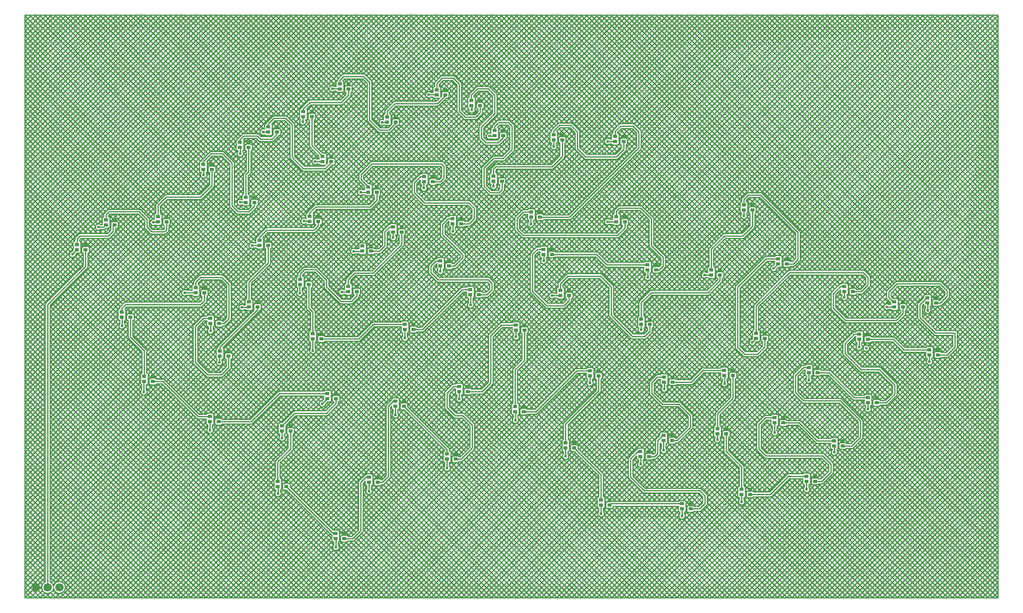
<source format=gtl>
G04 Layer: TopLayer*
G04 EasyEDA v6.5.22, 2023-01-08 22:04:36*
G04 50778058e726430f88483f2d530aa7e2,b1765b40525a4c9d95aa1863292b2e8c,10*
G04 Gerber Generator version 0.2*
G04 Scale: 100 percent, Rotated: No, Reflected: No *
G04 Dimensions in millimeters *
G04 leading zeros omitted , absolute positions ,4 integer and 5 decimal *
%FSLAX45Y45*%
%MOMM*%

%ADD10C,0.2540*%
%ADD11R,0.9000X0.7000*%
%ADD12C,1.8000*%
%ADD13R,1.5748X1.8000*%
%ADD14C,0.6096*%
%ADD15C,0.0102*%

%LPD*%
D10*
X849665Y511611D02*
G01*
X849665Y6590065D01*
X1666303Y7406703D01*
X1666303Y7768196D01*
X3223196Y8475103D02*
G01*
X3223196Y8722296D01*
X3403600Y8902700D01*
X4140200Y8902700D01*
X4384103Y9146603D01*
X4384103Y9495396D01*
X5115496Y8894203D02*
G01*
X5115496Y9382696D01*
X5171503Y9438703D01*
X5171503Y9965296D01*
X4988496Y10075303D02*
G01*
X4988496Y10131996D01*
X5067300Y10210800D01*
X5359400Y10210800D01*
X5422900Y10147300D01*
X5676900Y10147300D01*
X5781103Y10251503D01*
X5781103Y10295496D01*
X6766496Y9770503D02*
G01*
X6530403Y10006596D01*
X6530403Y10625696D01*
X6347396Y10735703D02*
G01*
X6347396Y10792396D01*
X6489700Y10934700D01*
X7162800Y10934700D01*
X7317803Y11089703D01*
X7317803Y11222596D01*
X5598096Y10405503D02*
G01*
X5598096Y10474896D01*
X5715000Y10591800D01*
X5969000Y10591800D01*
X6108700Y10452100D01*
X6108700Y9753600D01*
X6350000Y9512300D01*
X6819900Y9512300D01*
X6949503Y9641903D01*
X6949503Y9660496D01*
X4201096Y9605403D02*
G01*
X4201096Y9662096D01*
X4368800Y9829800D01*
X4610100Y9829800D01*
X4813300Y9626600D01*
X4813300Y8712200D01*
X4940300Y8585200D01*
X5181600Y8585200D01*
X5298503Y8702103D01*
X5298503Y8784196D01*
X7134796Y11332603D02*
G01*
X7134796Y11414696D01*
X7213600Y11493500D01*
X7645400Y11493500D01*
X7772400Y11366500D01*
X7772400Y10553700D01*
X7988300Y10337800D01*
X8191500Y10337800D01*
X8333803Y10480103D01*
X8333803Y10511396D01*
X10436796Y9351403D02*
G01*
X10436796Y9496996D01*
X10490200Y9550400D01*
X11696700Y9550400D01*
X11915203Y9768903D01*
X11915203Y10130396D01*
X11249596Y8576703D02*
G01*
X11078603Y8576703D01*
X10947400Y8445500D01*
X10947400Y8204200D01*
X11074400Y8077200D01*
X13106400Y8077200D01*
X13261403Y8232203D01*
X13261403Y8365096D01*
X13236003Y10092296D02*
G01*
X13236003Y9921303D01*
X13081000Y9766300D01*
X12420600Y9766300D01*
X12242800Y9944100D01*
X12242800Y10299700D01*
X12103100Y10439400D01*
X11849100Y10439400D01*
X11732196Y10322496D01*
X11732196Y10240403D01*
X13052996Y10202303D02*
G01*
X13052996Y10309796D01*
X13169900Y10426700D01*
X13436600Y10426700D01*
X13563600Y10299700D01*
X13563600Y9956800D01*
X12073496Y8466696D01*
X11432603Y8466696D01*
X13078396Y8475103D02*
G01*
X13078396Y8595296D01*
X13144500Y8661400D01*
X13601700Y8661400D01*
X13830300Y8432800D01*
X13830300Y7861300D01*
X14084300Y7607300D01*
X14084300Y7416800D01*
X14003896Y7336396D01*
X13934503Y7336396D01*
X13751496Y7446403D02*
G01*
X12873596Y7446403D01*
X12649200Y7670800D01*
X12644996Y7666596D01*
X11699303Y7666596D01*
X13616924Y6270556D02*
G01*
X13616924Y6631924D01*
X13830300Y6845300D01*
X15049500Y6845300D01*
X15306103Y7101903D01*
X15306103Y7222096D01*
X11516296Y7776603D02*
G01*
X11383403Y7776603D01*
X11277600Y7670800D01*
X11277600Y6870700D01*
X11582400Y6565900D01*
X11950700Y6565900D01*
X12060021Y6675226D01*
X12060021Y6782849D01*
X11877029Y6892856D02*
G01*
X11877029Y7038329D01*
X12039600Y7200900D01*
X12738100Y7200900D01*
X12966700Y6972300D01*
X12966700Y6362700D01*
X13423900Y5905500D01*
X13690612Y5905500D01*
X13799921Y6014846D01*
X13799921Y6160549D01*
X10462196Y10329303D02*
G01*
X10462196Y10411396D01*
X10553700Y10502900D01*
X10756900Y10502900D01*
X10833100Y10426700D01*
X10833100Y9918700D01*
X10642600Y9728200D01*
X10439400Y9728200D01*
X10236200Y9525000D01*
X10236200Y9131300D01*
X10375900Y8991600D01*
X10553700Y8991600D01*
X10619803Y9057703D01*
X10619803Y9241396D01*
X15123096Y7332103D02*
G01*
X15123096Y7782496D01*
X15405100Y8064500D01*
X15798800Y8064500D01*
X16004603Y8270303D01*
X16004603Y8619096D01*
X16741203Y7463396D02*
G01*
X16886796Y7463396D01*
X16979900Y7556500D01*
X16979900Y8140700D01*
X16179800Y8940800D01*
X15913100Y8940800D01*
X15821596Y8849296D01*
X15821596Y8729103D01*
X8460803Y8149196D02*
G01*
X8460803Y7876603D01*
X7848600Y7264400D01*
X7454900Y7264400D01*
X7312596Y7122096D01*
X7312596Y6976503D01*
X7495603Y6866496D02*
G01*
X7495603Y6771703D01*
X7378700Y6654800D01*
X7162800Y6654800D01*
X6845300Y6972300D01*
X6845300Y7112000D01*
X6616700Y7340600D01*
X6375400Y7340600D01*
X6283896Y7249096D01*
X6283896Y7128903D01*
X6466903Y7018896D02*
G01*
X6466903Y6512496D01*
X6550596Y6428803D01*
X6550596Y5960503D01*
X6733603Y5850496D02*
G01*
X7539596Y5850496D01*
X7852803Y6163703D01*
X8531796Y6163703D01*
X8714803Y6053696D02*
G01*
X8911196Y6053696D01*
X9770503Y6913003D01*
X9941496Y6913003D01*
X10124503Y6802996D02*
G01*
X10295496Y6802996D01*
X10401300Y6908800D01*
X10401300Y7048500D01*
X10325100Y7124700D01*
X9245600Y7124700D01*
X9093200Y7277100D01*
X9093200Y7416800D01*
X9204256Y7527856D01*
X9298924Y7527856D01*
X9481931Y7417849D02*
G01*
X9602249Y7417849D01*
X9779000Y7594600D01*
X9779000Y7658100D01*
X9347200Y8089900D01*
X9347200Y8318500D01*
X9465703Y8437003D01*
X9560496Y8437003D01*
X9743503Y8326996D02*
G01*
X9914496Y8326996D01*
X10020300Y8432800D01*
X10020300Y8661400D01*
X9906000Y8775700D01*
X8953500Y8775700D01*
X8737600Y8991600D01*
X8737600Y9207500D01*
X8868803Y9338703D01*
X8950896Y9338703D01*
X9133903Y9228696D02*
G01*
X9292196Y9228696D01*
X9372600Y9309100D01*
X9372600Y9563100D01*
X9321800Y9613900D01*
X7823200Y9613900D01*
X7594600Y9385300D01*
X7594600Y9271000D01*
X7744396Y9121203D01*
X7744396Y9110103D01*
X7927403Y9000096D02*
G01*
X7927403Y8829103D01*
X7785100Y8686800D01*
X6616700Y8686800D01*
X6487096Y8557196D01*
X6487096Y8487803D01*
X6670103Y8377796D02*
G01*
X6670103Y8283003D01*
X6578600Y8191500D01*
X5562600Y8191500D01*
X5407596Y8036496D01*
X5407596Y7967103D01*
X5590603Y7857096D02*
G01*
X5590603Y7482903D01*
X5178996Y7071296D01*
X5178996Y6646303D01*
X5362003Y6536296D02*
G01*
X5362003Y6479603D01*
X4556696Y5674296D01*
X4556696Y5592203D01*
X4739703Y5482196D02*
G01*
X4739703Y5235003D01*
X4584700Y5080000D01*
X4292600Y5080000D01*
X4025900Y5346700D01*
X4025900Y6121400D01*
X4195203Y6290703D01*
X4353496Y6290703D01*
X4219003Y6841096D02*
G01*
X4219003Y6670103D01*
X4140200Y6591300D01*
X2527300Y6591300D01*
X2448496Y6512496D01*
X2448496Y6430403D01*
X4035996Y6951103D02*
G01*
X4035996Y7071296D01*
X4140200Y7175500D01*
X4597400Y7175500D01*
X4749800Y7023100D01*
X4749800Y6286500D01*
X4643996Y6180696D01*
X4536503Y6180696D01*
X2631503Y6320396D02*
G01*
X2631503Y5890196D01*
X2933700Y5588000D01*
X2931096Y5585396D01*
X2931096Y5046103D01*
X3114103Y4936096D02*
G01*
X3331603Y4936096D01*
X4085196Y4182503D01*
X4340796Y4182503D01*
X4523803Y4072496D02*
G01*
X5228196Y4072496D01*
X5833503Y4677803D01*
X6868096Y4677803D01*
X7051103Y4567796D02*
G01*
X7051103Y4460303D01*
X6845300Y4254500D01*
X6165392Y4254500D01*
X5890196Y3979303D01*
X6073203Y3869296D02*
G01*
X6073203Y3482403D01*
X5801296Y3210496D01*
X5801296Y2785503D01*
X5984303Y2675496D02*
G01*
X6991896Y1667903D01*
X7045896Y1667903D01*
X8511603Y4402696D02*
G01*
X9438624Y3475675D01*
X9438624Y3374956D01*
X9621631Y3264949D02*
G01*
X9741949Y3264949D01*
X9982200Y3505200D01*
X9982200Y4000500D01*
X9779000Y4203700D01*
X9613900Y4203700D01*
X9436100Y4381500D01*
X9436100Y4686300D01*
X9580003Y4830203D01*
X9700196Y4830203D01*
X9883203Y4720196D02*
G01*
X10193896Y4720196D01*
X10375900Y4902200D01*
X10375900Y5918200D01*
X10608703Y6151003D01*
X10919396Y6151003D01*
X11102403Y6040996D02*
G01*
X11102403Y5387403D01*
X10906696Y5191696D01*
X10906696Y4398403D01*
X11089703Y4288396D02*
G01*
X11349596Y4288396D01*
X12230100Y5168900D01*
X12233343Y5165656D01*
X12512024Y5165656D01*
X12695021Y5055649D02*
G01*
X12695021Y4732131D01*
X11991304Y4023400D01*
X11991304Y3616243D01*
X12174306Y3506238D02*
G01*
X12748196Y2932348D01*
X12748196Y2391803D01*
X12931203Y2281796D02*
G01*
X12957563Y2308156D01*
X14493224Y2308156D01*
X13782103Y3323196D02*
G01*
X13902296Y3323196D01*
X13970000Y3390900D01*
X13970000Y3670300D01*
X14075803Y3776103D01*
X14094396Y3776103D01*
X14277403Y3666096D02*
G01*
X14384896Y3666096D01*
X14668500Y3949700D01*
X14668500Y4203700D01*
X14427200Y4445000D01*
X14071600Y4445000D01*
X13843000Y4673600D01*
X13843000Y4914900D01*
X13961503Y5033403D01*
X14107096Y5033403D01*
X14290103Y4923396D02*
G01*
X14689696Y4923396D01*
X14947900Y5181600D01*
X14956396Y5173103D01*
X15402496Y5173103D01*
X15585503Y5063096D02*
G01*
X15585503Y4574603D01*
X15255229Y4239275D01*
X15255229Y3921056D01*
X15438231Y3811049D02*
G01*
X15438231Y3433968D01*
X15773400Y3098800D01*
X15770796Y3096196D01*
X15770796Y2620403D01*
X15953803Y2510396D02*
G01*
X16391496Y2510396D01*
X16789400Y2908300D01*
X16797896Y2899803D01*
X17167796Y2899803D01*
X17350803Y2789796D02*
G01*
X17496396Y2789796D01*
X17691100Y2984500D01*
X17691100Y3162300D01*
X17513300Y3340100D01*
X16294100Y3340100D01*
X16141700Y3492500D01*
X16141700Y4013200D01*
X16285603Y4157103D01*
X16481996Y4157103D01*
X16665003Y4047096D02*
G01*
X17009503Y4047096D01*
X17399000Y3657600D01*
X17403203Y3661803D01*
X17764696Y3661803D01*
X17947703Y3551796D02*
G01*
X18144096Y3551796D01*
X18326100Y3733800D01*
X18326100Y4089400D01*
X17894300Y4521200D01*
X17106900Y4521200D01*
X16929100Y4699000D01*
X16929100Y5067300D01*
X17098403Y5236603D01*
X17218596Y5236603D01*
X17401603Y5126596D02*
G01*
X17653000Y5126596D01*
X18190692Y4588903D01*
X18488596Y4588903D01*
X18671603Y4478896D02*
G01*
X18880696Y4478896D01*
X19062700Y4660900D01*
X19062700Y4864100D01*
X18732500Y5194300D01*
X18338800Y5194300D01*
X17995900Y5537200D01*
X17995900Y5753100D01*
X18195856Y5953056D01*
X18303224Y5953056D01*
X18486231Y5843049D02*
G01*
X19036250Y5843049D01*
X19261696Y5617603D01*
X19809396Y5617603D01*
X19992403Y5507596D02*
G01*
X20188796Y5507596D01*
X20358100Y5676900D01*
X20358100Y5981700D01*
X19939000Y5981700D01*
X19608800Y6311900D01*
X19608800Y6591300D01*
X19752703Y6735203D01*
X19771296Y6735203D01*
X19954303Y6625196D02*
G01*
X20049096Y6625196D01*
X20193000Y6769100D01*
X20193000Y6883400D01*
X20040600Y7035800D01*
X19113500Y7035800D01*
X18935700Y6858000D01*
X18935700Y6743700D01*
X19033096Y6646303D01*
X19060096Y6646303D01*
X19243103Y6536296D02*
G01*
X19243103Y6390703D01*
X19100800Y6248400D01*
X18008600Y6248400D01*
X17741900Y6515100D01*
X17741900Y6819900D01*
X17898503Y6976503D01*
X17980596Y6976503D01*
X18163603Y6866496D02*
G01*
X18347296Y6866496D01*
X18491200Y7010400D01*
X18491200Y7175500D01*
X18389600Y7277100D01*
X16802100Y7277100D01*
X16088296Y6563296D01*
X16088296Y5973203D01*
X16271303Y5863196D02*
G01*
X16271303Y5679503D01*
X16116300Y5524500D01*
X15836900Y5524500D01*
X15684500Y5676900D01*
X15684500Y6959600D01*
X16298303Y7573403D01*
X16558196Y7573403D01*
X2105609Y8301583D02*
G01*
X2059025Y8255000D01*
X1943100Y8255000D01*
X3223196Y8365096D02*
G01*
X3214700Y8356600D01*
X3124200Y8356600D01*
X2105609Y8411590D02*
G01*
X2105609Y8519109D01*
X2171700Y8585200D01*
X2819400Y8585200D01*
X2984500Y8420100D01*
X2984500Y8255000D01*
X3086100Y8153400D01*
X3365500Y8153400D01*
X3406203Y8194103D01*
X3406203Y8365096D01*
X4201096Y9495396D02*
G01*
X4203700Y9492792D01*
X4203700Y9372600D01*
X4988496Y9965296D02*
G01*
X4991100Y9962692D01*
X4991100Y9829800D01*
X5115496Y8784196D02*
G01*
X5111292Y8788400D01*
X4991100Y8788400D01*
X5598096Y10295496D02*
G01*
X5593892Y10299700D01*
X5486400Y10299700D01*
X6347396Y10625696D02*
G01*
X6337300Y10615599D01*
X6337300Y10515600D01*
X6766496Y9660496D02*
G01*
X6762292Y9664700D01*
X6604000Y9664700D01*
X7134796Y11222596D02*
G01*
X7130592Y11226800D01*
X6972300Y11226800D01*
X8150796Y10511396D02*
G01*
X8142300Y10502900D01*
X8039100Y10502900D01*
X9217596Y11095596D02*
G01*
X9213392Y11099800D01*
X9042400Y11099800D01*
X9966896Y10866996D02*
G01*
X9969500Y10864392D01*
X9969500Y10769600D01*
X10462196Y10219296D02*
G01*
X10453700Y10210800D01*
X10350500Y10210800D01*
X10436796Y9241396D02*
G01*
X10439400Y9238792D01*
X10439400Y9131300D01*
X8150796Y10621403D02*
G01*
X8150796Y10741596D01*
X8318500Y10909300D01*
X9232900Y10909300D01*
X9400603Y11077003D01*
X9400603Y11095596D01*
X9217596Y11205603D02*
G01*
X9217596Y11338496D01*
X9334500Y11455400D01*
X9575800Y11455400D01*
X9702800Y11328400D01*
X9702800Y10744200D01*
X9829800Y10617200D01*
X10058400Y10617200D01*
X10149903Y10708703D01*
X10149903Y10866996D01*
X9966896Y10977003D02*
G01*
X9966896Y11097196D01*
X10096500Y11226800D01*
X10325100Y11226800D01*
X10464800Y11087100D01*
X10464800Y10693400D01*
X10172700Y10401300D01*
X10172700Y10172700D01*
X10274300Y10071100D01*
X10541000Y10071100D01*
X10645203Y10175303D01*
X10645203Y10219296D01*
X11732196Y10130396D02*
G01*
X11734800Y10127792D01*
X11734800Y9982200D01*
X13052996Y10092296D02*
G01*
X13048792Y10096500D01*
X12890500Y10096500D01*
X11249596Y8466696D02*
G01*
X11239500Y8456599D01*
X11239500Y8318500D01*
X13078396Y8365096D02*
G01*
X13074192Y8369300D01*
X12890500Y8369300D01*
X8950896Y9228696D02*
G01*
X8940800Y9218599D01*
X8940800Y9093200D01*
X9560496Y8326996D02*
G01*
X9563100Y8324392D01*
X9563100Y8166100D01*
X7744396Y9000096D02*
G01*
X7740192Y9004300D01*
X7581900Y9004300D01*
X8277796Y8149196D02*
G01*
X8280400Y8146592D01*
X8280400Y8026400D01*
X7622524Y7735349D02*
G01*
X7621475Y7734300D01*
X7429500Y7734300D01*
X6487096Y8377796D02*
G01*
X6482892Y8382000D01*
X6362700Y8382000D01*
X13751496Y7336396D02*
G01*
X13754100Y7333792D01*
X13754100Y7175500D01*
X11516296Y7666596D02*
G01*
X11518900Y7663992D01*
X11518900Y7531100D01*
X11877024Y6782849D02*
G01*
X11875975Y6781800D01*
X11696700Y6781800D01*
X13616924Y6160549D02*
G01*
X13614400Y6158024D01*
X13614400Y6045200D01*
X15123096Y7222096D02*
G01*
X15118892Y7226300D01*
X14973300Y7226300D01*
X15821596Y8619096D02*
G01*
X15824200Y8616492D01*
X15824200Y8496300D01*
X16558196Y7463396D02*
G01*
X16460800Y7366000D01*
X16459200Y7366000D01*
X16088296Y5863196D02*
G01*
X16003600Y5778500D01*
X16002000Y5778500D01*
X17980596Y6866496D02*
G01*
X17983200Y6863892D01*
X17983200Y6743700D01*
X19060096Y6536296D02*
G01*
X19055892Y6540500D01*
X18897600Y6540500D01*
X19771296Y6625196D02*
G01*
X19773900Y6622592D01*
X19773900Y6464300D01*
X19809396Y5507596D02*
G01*
X19812000Y5504992D01*
X19812000Y5359400D01*
X18303224Y5843049D02*
G01*
X18300700Y5840524D01*
X18300700Y5676900D01*
X18488596Y4478896D02*
G01*
X18491200Y4476292D01*
X18491200Y4343400D01*
X17218596Y5126596D02*
G01*
X17221200Y5123992D01*
X17221200Y4965700D01*
X17764696Y3551796D02*
G01*
X17767300Y3549192D01*
X17767300Y3416300D01*
X16481996Y4047096D02*
G01*
X16484600Y4044492D01*
X16484600Y3835400D01*
X17167796Y2789796D02*
G01*
X17170400Y2787192D01*
X17170400Y2616200D01*
X15770796Y2510396D02*
G01*
X15773400Y2507792D01*
X15773400Y2349500D01*
X15255224Y3811049D02*
G01*
X15252700Y3808524D01*
X15252700Y3683000D01*
X15402496Y5063096D02*
G01*
X15405100Y5060492D01*
X15405100Y4889500D01*
X14107096Y4923396D02*
G01*
X14109700Y4920792D01*
X14109700Y4775200D01*
X14094396Y3666096D02*
G01*
X14097000Y3663492D01*
X14097000Y3454400D01*
X13599096Y3323196D02*
G01*
X13601700Y3320592D01*
X13601700Y3162300D01*
X14493224Y2198149D02*
G01*
X14490700Y2195624D01*
X14490700Y2044700D01*
X12748196Y2281796D02*
G01*
X12750800Y2279192D01*
X12750800Y2095500D01*
X11991299Y3506238D02*
G01*
X11988800Y3503739D01*
X11988800Y3327400D01*
X12512024Y5055649D02*
G01*
X12509500Y5053124D01*
X12509500Y4902200D01*
X10906696Y4288396D02*
G01*
X10909300Y4285792D01*
X10909300Y4102100D01*
X10919396Y6040996D02*
G01*
X10922000Y6038392D01*
X10922000Y5892800D01*
X9700196Y4720196D02*
G01*
X9702800Y4717592D01*
X9702800Y4559300D01*
X9438624Y3264949D02*
G01*
X9436100Y3262424D01*
X9436100Y3073400D01*
X8328596Y4402696D02*
G01*
X8331200Y4400092D01*
X8331200Y4216400D01*
X7762224Y2769649D02*
G01*
X7759700Y2767124D01*
X7759700Y2578100D01*
X7045896Y1557896D02*
G01*
X7048500Y1555292D01*
X7048500Y1371600D01*
X5801296Y2675496D02*
G01*
X5803900Y2672892D01*
X5803900Y2527300D01*
X5890196Y3869296D02*
G01*
X5892800Y3866692D01*
X5892800Y3721100D01*
X6868096Y4567796D02*
G01*
X6758000Y4457700D01*
X6756400Y4457700D01*
X4340796Y4072496D02*
G01*
X4343400Y4069892D01*
X4343400Y3886200D01*
X2931096Y4936096D02*
G01*
X2921000Y4925999D01*
X2921000Y4711700D01*
X2448496Y6320396D02*
G01*
X2451100Y6317792D01*
X2451100Y6134100D01*
X4035996Y6841096D02*
G01*
X4031792Y6845300D01*
X3797300Y6845300D01*
X4353496Y6180696D02*
G01*
X4356100Y6178092D01*
X4356100Y6019800D01*
X4556696Y5482196D02*
G01*
X4546600Y5472099D01*
X4546600Y5346700D01*
X5178996Y6536296D02*
G01*
X5170500Y6527800D01*
X5029200Y6527800D01*
X5407596Y7857096D02*
G01*
X5403392Y7861300D01*
X5245100Y7861300D01*
X9941496Y6802996D02*
G01*
X9944100Y6800392D01*
X9944100Y6578600D01*
X9298924Y7417849D02*
G01*
X9296400Y7415324D01*
X9296400Y7302500D01*
X8531796Y6053696D02*
G01*
X8534400Y6051092D01*
X8534400Y5867400D01*
X6550596Y5850496D02*
G01*
X6553200Y5847892D01*
X6553200Y5600700D01*
X6283896Y7018896D02*
G01*
X6273800Y7008799D01*
X6273800Y6832600D01*
X7312596Y6866496D02*
G01*
X7304100Y6858000D01*
X7175500Y6858000D01*
X1483296Y7768196D02*
G01*
X1385900Y7670800D01*
X1384300Y7670800D01*
X14676221Y2198149D02*
G01*
X14871700Y2198149D01*
X14986000Y2312449D01*
X14986000Y2476500D01*
X14871700Y2590800D01*
X13677900Y2590800D01*
X13385800Y2882900D01*
X13385800Y3276600D01*
X13542403Y3433203D01*
X13599096Y3433203D01*
X7945221Y2769649D02*
G01*
X8052854Y2769649D01*
X8178800Y2895600D01*
X8178800Y4406900D01*
X8284603Y4512703D01*
X8328596Y4512703D01*
X7228903Y1557896D02*
G01*
X7412596Y1557896D01*
X7581900Y1727200D01*
X7581900Y2768600D01*
X7692964Y2879656D01*
X7762229Y2879656D01*
X7805521Y7735349D02*
G01*
X7989354Y7735349D01*
X8102600Y7848600D01*
X8102600Y8153400D01*
X8208403Y8259203D01*
X8277796Y8259203D01*
X2288616Y8301583D02*
G01*
X2260600Y8273567D01*
X2260600Y8166100D01*
X2159000Y8064500D01*
X1549400Y8064500D01*
X1485900Y8001000D01*
X1483296Y7878203D01*
X21287668Y284507D02*
G01*
X365434Y284507D01*
X365434Y284507D02*
G01*
X365434Y12806758D01*
X365434Y12806758D02*
G01*
X21287668Y12806758D01*
X21287668Y12806758D02*
G01*
X21287668Y284507D01*
X759960Y419100D02*
G01*
X772008Y408777D01*
X772008Y408777D02*
G01*
X785234Y400014D01*
X785234Y400014D02*
G01*
X799437Y392942D01*
X799437Y392942D02*
G01*
X814400Y387669D01*
X814400Y387669D02*
G01*
X829899Y384275D01*
X829899Y384275D02*
G01*
X845697Y382811D01*
X845697Y382811D02*
G01*
X861555Y383299D01*
X861555Y383299D02*
G01*
X877233Y385733D01*
X877233Y385733D02*
G01*
X892493Y390075D01*
X892493Y390075D02*
G01*
X907104Y396259D01*
X907104Y396259D02*
G01*
X920844Y404192D01*
X920844Y404192D02*
G01*
X933505Y413753D01*
X933505Y413753D02*
G01*
X944895Y424798D01*
X944895Y424798D02*
G01*
X954842Y437158D01*
X954842Y437158D02*
G01*
X963194Y450648D01*
X963194Y450648D02*
G01*
X969825Y465061D01*
X969825Y465061D02*
G01*
X974635Y480180D01*
X974635Y480180D02*
G01*
X976634Y490872D01*
X976634Y490872D02*
G01*
X976997Y487933D01*
X976997Y487933D02*
G01*
X980867Y472547D01*
X980867Y472547D02*
G01*
X986598Y457752D01*
X986598Y457752D02*
G01*
X994104Y443774D01*
X994104Y443774D02*
G01*
X1003271Y430825D01*
X1003271Y430825D02*
G01*
X1013960Y419100D01*
X1013960Y419100D02*
G01*
X1026008Y408777D01*
X1026008Y408777D02*
G01*
X1039234Y400014D01*
X1039234Y400014D02*
G01*
X1053437Y392942D01*
X1053437Y392942D02*
G01*
X1068400Y387669D01*
X1068400Y387669D02*
G01*
X1083899Y384275D01*
X1083899Y384275D02*
G01*
X1099697Y382811D01*
X1099697Y382811D02*
G01*
X1115555Y383299D01*
X1115555Y383299D02*
G01*
X1131233Y385733D01*
X1131233Y385733D02*
G01*
X1146493Y390075D01*
X1146493Y390075D02*
G01*
X1161104Y396259D01*
X1161104Y396259D02*
G01*
X1174844Y404192D01*
X1174844Y404192D02*
G01*
X1187505Y413753D01*
X1187505Y413753D02*
G01*
X1198895Y424798D01*
X1198895Y424798D02*
G01*
X1208842Y437158D01*
X1208842Y437158D02*
G01*
X1217194Y450648D01*
X1217194Y450648D02*
G01*
X1223825Y465061D01*
X1223825Y465061D02*
G01*
X1228635Y480180D01*
X1228635Y480180D02*
G01*
X1231550Y495776D01*
X1231550Y495776D02*
G01*
X1232527Y511611D01*
X1232527Y511611D02*
G01*
X1231550Y527447D01*
X1231550Y527447D02*
G01*
X1228635Y543043D01*
X1228635Y543043D02*
G01*
X1223825Y558162D01*
X1223825Y558162D02*
G01*
X1217194Y572575D01*
X1217194Y572575D02*
G01*
X1208842Y586064D01*
X1208842Y586064D02*
G01*
X1198895Y598425D01*
X1198895Y598425D02*
G01*
X1187505Y609470D01*
X1187505Y609470D02*
G01*
X1174844Y619031D01*
X1174844Y619031D02*
G01*
X1161104Y626964D01*
X1161104Y626964D02*
G01*
X1146493Y633148D01*
X1146493Y633148D02*
G01*
X1131233Y637490D01*
X1131233Y637490D02*
G01*
X1115555Y639924D01*
X1115555Y639924D02*
G01*
X1099697Y640412D01*
X1099697Y640412D02*
G01*
X1083899Y638948D01*
X1083899Y638948D02*
G01*
X1068400Y635554D01*
X1068400Y635554D02*
G01*
X1053437Y630281D01*
X1053437Y630281D02*
G01*
X1039234Y623209D01*
X1039234Y623209D02*
G01*
X1026008Y614445D01*
X1026008Y614445D02*
G01*
X1013960Y604123D01*
X1013960Y604123D02*
G01*
X1003271Y592398D01*
X1003271Y592398D02*
G01*
X994104Y579448D01*
X994104Y579448D02*
G01*
X986598Y565471D01*
X986598Y565471D02*
G01*
X980867Y550676D01*
X980867Y550676D02*
G01*
X976997Y535290D01*
X976997Y535290D02*
G01*
X976634Y532351D01*
X976634Y532351D02*
G01*
X974635Y543043D01*
X974635Y543043D02*
G01*
X969825Y558162D01*
X969825Y558162D02*
G01*
X963194Y572575D01*
X963194Y572575D02*
G01*
X954842Y586064D01*
X954842Y586064D02*
G01*
X944895Y598425D01*
X944895Y598425D02*
G01*
X933505Y609470D01*
X933505Y609470D02*
G01*
X920844Y619031D01*
X920844Y619031D02*
G01*
X907104Y626964D01*
X907104Y626964D02*
G01*
X901227Y629451D01*
X901227Y629451D02*
G01*
X901227Y6568707D01*
X901227Y6568707D02*
G01*
X1702763Y7370243D01*
X1702763Y7370243D02*
G01*
X1709175Y7378057D01*
X1709175Y7378057D02*
G01*
X1713940Y7386971D01*
X1713940Y7386971D02*
G01*
X1716874Y7396644D01*
X1716874Y7396644D02*
G01*
X1717865Y7406703D01*
X1717865Y7406703D02*
G01*
X1717865Y7695084D01*
X1717865Y7695084D02*
G01*
X1719946Y7695318D01*
X1719946Y7695318D02*
G01*
X1728159Y7698193D01*
X1728159Y7698193D02*
G01*
X1735528Y7702823D01*
X1735528Y7702823D02*
G01*
X1741681Y7708976D01*
X1741681Y7708976D02*
G01*
X1746311Y7716344D01*
X1746311Y7716344D02*
G01*
X1749185Y7724558D01*
X1749185Y7724558D02*
G01*
X1750160Y7733206D01*
X1750160Y7733206D02*
G01*
X1750160Y7803206D01*
X1750160Y7803206D02*
G01*
X1749185Y7811854D01*
X1749185Y7811854D02*
G01*
X1746311Y7820067D01*
X1746311Y7820067D02*
G01*
X1741681Y7827436D01*
X1741681Y7827436D02*
G01*
X1735528Y7833589D01*
X1735528Y7833589D02*
G01*
X1728159Y7838219D01*
X1728159Y7838219D02*
G01*
X1719946Y7841094D01*
X1719946Y7841094D02*
G01*
X1711298Y7842068D01*
X1711298Y7842068D02*
G01*
X1621298Y7842068D01*
X1621298Y7842068D02*
G01*
X1612650Y7841094D01*
X1612650Y7841094D02*
G01*
X1604436Y7838219D01*
X1604436Y7838219D02*
G01*
X1597068Y7833589D01*
X1597068Y7833589D02*
G01*
X1590915Y7827436D01*
X1590915Y7827436D02*
G01*
X1586285Y7820067D01*
X1586285Y7820067D02*
G01*
X1583410Y7811854D01*
X1583410Y7811854D02*
G01*
X1582436Y7803206D01*
X1582436Y7803206D02*
G01*
X1582436Y7733206D01*
X1582436Y7733206D02*
G01*
X1583410Y7724558D01*
X1583410Y7724558D02*
G01*
X1586285Y7716344D01*
X1586285Y7716344D02*
G01*
X1590915Y7708976D01*
X1590915Y7708976D02*
G01*
X1597068Y7702823D01*
X1597068Y7702823D02*
G01*
X1604436Y7698193D01*
X1604436Y7698193D02*
G01*
X1612650Y7695318D01*
X1612650Y7695318D02*
G01*
X1614741Y7695083D01*
X1614741Y7695083D02*
G01*
X1614741Y7428061D01*
X1614741Y7428061D02*
G01*
X813205Y6626525D01*
X813205Y6626525D02*
G01*
X806793Y6618711D01*
X806793Y6618711D02*
G01*
X802028Y6609797D01*
X802028Y6609797D02*
G01*
X799094Y6600124D01*
X799094Y6600124D02*
G01*
X798103Y6590065D01*
X798103Y6590065D02*
G01*
X798103Y629617D01*
X798103Y629617D02*
G01*
X785234Y623209D01*
X785234Y623209D02*
G01*
X772008Y614445D01*
X772008Y614445D02*
G01*
X759960Y604123D01*
X759960Y604123D02*
G01*
X749271Y592398D01*
X749271Y592398D02*
G01*
X740104Y579448D01*
X740104Y579448D02*
G01*
X732598Y565471D01*
X732598Y565471D02*
G01*
X726867Y550676D01*
X726867Y550676D02*
G01*
X722997Y535290D01*
X722997Y535290D02*
G01*
X721048Y519544D01*
X721048Y519544D02*
G01*
X721048Y503678D01*
X721048Y503678D02*
G01*
X722997Y487933D01*
X722997Y487933D02*
G01*
X726867Y472547D01*
X726867Y472547D02*
G01*
X732598Y457752D01*
X732598Y457752D02*
G01*
X740104Y443774D01*
X740104Y443774D02*
G01*
X749271Y430825D01*
X749271Y430825D02*
G01*
X759960Y419100D01*
X15948737Y5736092D02*
G01*
X15956693Y5727431D01*
X15956693Y5727431D02*
G01*
X15965998Y5720238D01*
X15965998Y5720238D02*
G01*
X15976385Y5714721D01*
X15976385Y5714721D02*
G01*
X15987555Y5711039D01*
X15987555Y5711039D02*
G01*
X15999187Y5709298D01*
X15999187Y5709298D02*
G01*
X16010945Y5709548D01*
X16010945Y5709548D02*
G01*
X16022493Y5711781D01*
X16022493Y5711781D02*
G01*
X16033497Y5715933D01*
X16033497Y5715933D02*
G01*
X16043640Y5721886D01*
X16043640Y5721886D02*
G01*
X16052632Y5729467D01*
X16052632Y5729467D02*
G01*
X16060213Y5738459D01*
X16060213Y5738459D02*
G01*
X16066166Y5748603D01*
X16066166Y5748603D02*
G01*
X16070318Y5759606D01*
X16070318Y5759606D02*
G01*
X16072552Y5771154D01*
X16072552Y5771154D02*
G01*
X16072625Y5774605D01*
X16072625Y5774605D02*
G01*
X16087364Y5789344D01*
X16087364Y5789344D02*
G01*
X16133298Y5789344D01*
X16133298Y5789344D02*
G01*
X16141946Y5790318D01*
X16141946Y5790318D02*
G01*
X16150160Y5793193D01*
X16150160Y5793193D02*
G01*
X16157529Y5797823D01*
X16157529Y5797823D02*
G01*
X16163682Y5803976D01*
X16163682Y5803976D02*
G01*
X16168312Y5811344D01*
X16168312Y5811344D02*
G01*
X16171186Y5819558D01*
X16171186Y5819558D02*
G01*
X16172160Y5828206D01*
X16172160Y5828206D02*
G01*
X16172160Y5898206D01*
X16172160Y5898206D02*
G01*
X16171186Y5906854D01*
X16171186Y5906854D02*
G01*
X16168312Y5915067D01*
X16168312Y5915067D02*
G01*
X16166340Y5918206D01*
X16166340Y5918206D02*
G01*
X16168312Y5921344D01*
X16168312Y5921344D02*
G01*
X16171186Y5929558D01*
X16171186Y5929558D02*
G01*
X16172160Y5938206D01*
X16172160Y5938206D02*
G01*
X16172160Y6008206D01*
X16172160Y6008206D02*
G01*
X16171186Y6016853D01*
X16171186Y6016853D02*
G01*
X16168312Y6025067D01*
X16168312Y6025067D02*
G01*
X16163682Y6032436D01*
X16163682Y6032436D02*
G01*
X16157529Y6038589D01*
X16157529Y6038589D02*
G01*
X16150160Y6043219D01*
X16150160Y6043219D02*
G01*
X16141946Y6046093D01*
X16141946Y6046093D02*
G01*
X16139858Y6046329D01*
X16139858Y6046329D02*
G01*
X16139858Y6541938D01*
X16139858Y6541938D02*
G01*
X16823457Y7225537D01*
X16823457Y7225537D02*
G01*
X18368242Y7225537D01*
X18368242Y7225537D02*
G01*
X18439638Y7154142D01*
X18439638Y7154142D02*
G01*
X18439638Y7031757D01*
X18439638Y7031757D02*
G01*
X18325938Y6918058D01*
X18325938Y6918058D02*
G01*
X18243720Y6918058D01*
X18243720Y6918058D02*
G01*
X18238981Y6925736D01*
X18238981Y6925736D02*
G01*
X18232828Y6931889D01*
X18232828Y6931889D02*
G01*
X18225459Y6936519D01*
X18225459Y6936519D02*
G01*
X18217246Y6939394D01*
X18217246Y6939394D02*
G01*
X18208598Y6940368D01*
X18208598Y6940368D02*
G01*
X18118598Y6940368D01*
X18118598Y6940368D02*
G01*
X18109950Y6939394D01*
X18109950Y6939394D02*
G01*
X18101736Y6936519D01*
X18101736Y6936519D02*
G01*
X18094368Y6931889D01*
X18094368Y6931889D02*
G01*
X18088215Y6925736D01*
X18088215Y6925736D02*
G01*
X18083585Y6918367D01*
X18083585Y6918367D02*
G01*
X18080710Y6910154D01*
X18080710Y6910154D02*
G01*
X18079736Y6901506D01*
X18079736Y6901506D02*
G01*
X18079736Y6831506D01*
X18079736Y6831506D02*
G01*
X18080710Y6822858D01*
X18080710Y6822858D02*
G01*
X18083585Y6814644D01*
X18083585Y6814644D02*
G01*
X18088215Y6807276D01*
X18088215Y6807276D02*
G01*
X18094368Y6801123D01*
X18094368Y6801123D02*
G01*
X18101736Y6796493D01*
X18101736Y6796493D02*
G01*
X18109950Y6793618D01*
X18109950Y6793618D02*
G01*
X18118598Y6792644D01*
X18118598Y6792644D02*
G01*
X18208598Y6792644D01*
X18208598Y6792644D02*
G01*
X18217246Y6793618D01*
X18217246Y6793618D02*
G01*
X18225459Y6796493D01*
X18225459Y6796493D02*
G01*
X18232828Y6801123D01*
X18232828Y6801123D02*
G01*
X18238981Y6807276D01*
X18238981Y6807276D02*
G01*
X18243713Y6814934D01*
X18243713Y6814934D02*
G01*
X18347296Y6814934D01*
X18347296Y6814934D02*
G01*
X18357355Y6815925D01*
X18357355Y6815925D02*
G01*
X18367028Y6818859D01*
X18367028Y6818859D02*
G01*
X18375942Y6823624D01*
X18375942Y6823624D02*
G01*
X18383756Y6830036D01*
X18383756Y6830036D02*
G01*
X18527659Y6973940D01*
X18527659Y6973940D02*
G01*
X18534072Y6981753D01*
X18534072Y6981753D02*
G01*
X18538837Y6990668D01*
X18538837Y6990668D02*
G01*
X18541771Y7000340D01*
X18541771Y7000340D02*
G01*
X18542761Y7010400D01*
X18542761Y7010400D02*
G01*
X18542761Y7175500D01*
X18542761Y7175500D02*
G01*
X18541771Y7185559D01*
X18541771Y7185559D02*
G01*
X18538837Y7195231D01*
X18538837Y7195231D02*
G01*
X18534072Y7204146D01*
X18534072Y7204146D02*
G01*
X18527659Y7211959D01*
X18527659Y7211959D02*
G01*
X18426059Y7313559D01*
X18426059Y7313559D02*
G01*
X18418246Y7319972D01*
X18418246Y7319972D02*
G01*
X18409331Y7324737D01*
X18409331Y7324737D02*
G01*
X18399659Y7327671D01*
X18399659Y7327671D02*
G01*
X18389600Y7328662D01*
X18389600Y7328662D02*
G01*
X16802100Y7328662D01*
X16802100Y7328662D02*
G01*
X16792040Y7327671D01*
X16792040Y7327671D02*
G01*
X16782368Y7324737D01*
X16782368Y7324737D02*
G01*
X16773453Y7319972D01*
X16773453Y7319972D02*
G01*
X16765640Y7313559D01*
X16765640Y7313559D02*
G01*
X16051836Y6599756D01*
X16051836Y6599756D02*
G01*
X16045424Y6591942D01*
X16045424Y6591942D02*
G01*
X16040659Y6583028D01*
X16040659Y6583028D02*
G01*
X16037725Y6573355D01*
X16037725Y6573355D02*
G01*
X16036734Y6563296D01*
X16036734Y6563296D02*
G01*
X16036734Y6046328D01*
X16036734Y6046328D02*
G01*
X16034651Y6046093D01*
X16034651Y6046093D02*
G01*
X16026437Y6043219D01*
X16026437Y6043219D02*
G01*
X16019069Y6038589D01*
X16019069Y6038589D02*
G01*
X16012915Y6032436D01*
X16012915Y6032436D02*
G01*
X16008285Y6025067D01*
X16008285Y6025067D02*
G01*
X16005411Y6016853D01*
X16005411Y6016853D02*
G01*
X16004437Y6008206D01*
X16004437Y6008206D02*
G01*
X16004437Y5938206D01*
X16004437Y5938206D02*
G01*
X16005411Y5929558D01*
X16005411Y5929558D02*
G01*
X16008285Y5921344D01*
X16008285Y5921344D02*
G01*
X16010257Y5918206D01*
X16010257Y5918206D02*
G01*
X16008285Y5915067D01*
X16008285Y5915067D02*
G01*
X16005411Y5906854D01*
X16005411Y5906854D02*
G01*
X16004437Y5898206D01*
X16004437Y5898206D02*
G01*
X16004437Y5852256D01*
X16004437Y5852256D02*
G01*
X15999753Y5847573D01*
X15999753Y5847573D02*
G01*
X15990433Y5846580D01*
X15990433Y5846580D02*
G01*
X15979117Y5843375D01*
X15979117Y5843375D02*
G01*
X15968505Y5838305D01*
X15968505Y5838305D02*
G01*
X15958902Y5831513D01*
X15958902Y5831513D02*
G01*
X15950586Y5823197D01*
X15950586Y5823197D02*
G01*
X15943795Y5813594D01*
X15943795Y5813594D02*
G01*
X15938724Y5802983D01*
X15938724Y5802983D02*
G01*
X15935519Y5791666D01*
X15935519Y5791666D02*
G01*
X15934273Y5779971D01*
X15934273Y5779971D02*
G01*
X15935022Y5768234D01*
X15935022Y5768234D02*
G01*
X15937743Y5756792D01*
X15937743Y5756792D02*
G01*
X15942359Y5745974D01*
X15942359Y5745974D02*
G01*
X15948737Y5736092D01*
X11037940Y8040740D02*
G01*
X11045753Y8034327D01*
X11045753Y8034327D02*
G01*
X11054668Y8029562D01*
X11054668Y8029562D02*
G01*
X11064340Y8026628D01*
X11064340Y8026628D02*
G01*
X11074400Y8025637D01*
X11074400Y8025637D02*
G01*
X13106400Y8025637D01*
X13106400Y8025637D02*
G01*
X13116459Y8026628D01*
X13116459Y8026628D02*
G01*
X13126131Y8029562D01*
X13126131Y8029562D02*
G01*
X13135046Y8034327D01*
X13135046Y8034327D02*
G01*
X13142859Y8040740D01*
X13142859Y8040740D02*
G01*
X13297863Y8195743D01*
X13297863Y8195743D02*
G01*
X13304275Y8203557D01*
X13304275Y8203557D02*
G01*
X13309040Y8212471D01*
X13309040Y8212471D02*
G01*
X13311974Y8222144D01*
X13311974Y8222144D02*
G01*
X13312965Y8232203D01*
X13312965Y8232203D02*
G01*
X13312965Y8291984D01*
X13312965Y8291984D02*
G01*
X13315046Y8292218D01*
X13315046Y8292218D02*
G01*
X13323259Y8295093D01*
X13323259Y8295093D02*
G01*
X13330628Y8299723D01*
X13330628Y8299723D02*
G01*
X13336781Y8305876D01*
X13336781Y8305876D02*
G01*
X13341411Y8313244D01*
X13341411Y8313244D02*
G01*
X13344285Y8321458D01*
X13344285Y8321458D02*
G01*
X13345260Y8330106D01*
X13345260Y8330106D02*
G01*
X13345260Y8400106D01*
X13345260Y8400106D02*
G01*
X13344285Y8408754D01*
X13344285Y8408754D02*
G01*
X13341411Y8416967D01*
X13341411Y8416967D02*
G01*
X13336781Y8424336D01*
X13336781Y8424336D02*
G01*
X13330628Y8430489D01*
X13330628Y8430489D02*
G01*
X13323259Y8435119D01*
X13323259Y8435119D02*
G01*
X13315046Y8437994D01*
X13315046Y8437994D02*
G01*
X13306398Y8438968D01*
X13306398Y8438968D02*
G01*
X13216398Y8438968D01*
X13216398Y8438968D02*
G01*
X13207750Y8437994D01*
X13207750Y8437994D02*
G01*
X13199536Y8435119D01*
X13199536Y8435119D02*
G01*
X13192168Y8430489D01*
X13192168Y8430489D02*
G01*
X13186015Y8424336D01*
X13186015Y8424336D02*
G01*
X13181385Y8416967D01*
X13181385Y8416967D02*
G01*
X13178510Y8408754D01*
X13178510Y8408754D02*
G01*
X13177536Y8400106D01*
X13177536Y8400106D02*
G01*
X13177536Y8330106D01*
X13177536Y8330106D02*
G01*
X13178510Y8321458D01*
X13178510Y8321458D02*
G01*
X13181385Y8313244D01*
X13181385Y8313244D02*
G01*
X13186015Y8305876D01*
X13186015Y8305876D02*
G01*
X13192168Y8299723D01*
X13192168Y8299723D02*
G01*
X13199536Y8295093D01*
X13199536Y8295093D02*
G01*
X13207750Y8292218D01*
X13207750Y8292218D02*
G01*
X13209841Y8291983D01*
X13209841Y8291983D02*
G01*
X13209841Y8253561D01*
X13209841Y8253561D02*
G01*
X13085042Y8128762D01*
X13085042Y8128762D02*
G01*
X11095757Y8128762D01*
X11095757Y8128762D02*
G01*
X10998961Y8225557D01*
X10998961Y8225557D02*
G01*
X10998961Y8424142D01*
X10998961Y8424142D02*
G01*
X11099961Y8525141D01*
X11099961Y8525141D02*
G01*
X11169481Y8525141D01*
X11169481Y8525141D02*
G01*
X11171580Y8521742D01*
X11171580Y8521742D02*
G01*
X11169585Y8518567D01*
X11169585Y8518567D02*
G01*
X11166711Y8510354D01*
X11166711Y8510354D02*
G01*
X11165737Y8501706D01*
X11165737Y8501706D02*
G01*
X11165737Y8431706D01*
X11165737Y8431706D02*
G01*
X11166711Y8423058D01*
X11166711Y8423058D02*
G01*
X11169585Y8414844D01*
X11169585Y8414844D02*
G01*
X11174215Y8407476D01*
X11174215Y8407476D02*
G01*
X11180369Y8401323D01*
X11180369Y8401323D02*
G01*
X11187938Y8396623D01*
X11187938Y8396623D02*
G01*
X11187938Y8364649D01*
X11187938Y8364649D02*
G01*
X11186486Y8363197D01*
X11186486Y8363197D02*
G01*
X11179694Y8353594D01*
X11179694Y8353594D02*
G01*
X11174624Y8342983D01*
X11174624Y8342983D02*
G01*
X11171419Y8331666D01*
X11171419Y8331666D02*
G01*
X11170173Y8319971D01*
X11170173Y8319971D02*
G01*
X11170922Y8308234D01*
X11170922Y8308234D02*
G01*
X11173643Y8296792D01*
X11173643Y8296792D02*
G01*
X11178259Y8285974D01*
X11178259Y8285974D02*
G01*
X11184637Y8276092D01*
X11184637Y8276092D02*
G01*
X11192593Y8267431D01*
X11192593Y8267431D02*
G01*
X11201898Y8260238D01*
X11201898Y8260238D02*
G01*
X11212285Y8254721D01*
X11212285Y8254721D02*
G01*
X11223455Y8251039D01*
X11223455Y8251039D02*
G01*
X11235087Y8249298D01*
X11235087Y8249298D02*
G01*
X11246845Y8249548D01*
X11246845Y8249548D02*
G01*
X11258393Y8251781D01*
X11258393Y8251781D02*
G01*
X11269396Y8255933D01*
X11269396Y8255933D02*
G01*
X11279540Y8261886D01*
X11279540Y8261886D02*
G01*
X11288532Y8269467D01*
X11288532Y8269467D02*
G01*
X11296113Y8278459D01*
X11296113Y8278459D02*
G01*
X11302066Y8288603D01*
X11302066Y8288603D02*
G01*
X11306218Y8299606D01*
X11306218Y8299606D02*
G01*
X11308451Y8311154D01*
X11308451Y8311154D02*
G01*
X11308701Y8322912D01*
X11308701Y8322912D02*
G01*
X11306960Y8334544D01*
X11306960Y8334544D02*
G01*
X11303278Y8345714D01*
X11303278Y8345714D02*
G01*
X11297761Y8356101D01*
X11297761Y8356101D02*
G01*
X11291061Y8364769D01*
X11291061Y8364769D02*
G01*
X11291061Y8392844D01*
X11291061Y8392844D02*
G01*
X11294598Y8392844D01*
X11294598Y8392844D02*
G01*
X11303246Y8393818D01*
X11303246Y8393818D02*
G01*
X11311460Y8396693D01*
X11311460Y8396693D02*
G01*
X11318829Y8401323D01*
X11318829Y8401323D02*
G01*
X11324982Y8407476D01*
X11324982Y8407476D02*
G01*
X11329612Y8414844D01*
X11329612Y8414844D02*
G01*
X11332486Y8423058D01*
X11332486Y8423058D02*
G01*
X11333460Y8431706D01*
X11333460Y8431706D02*
G01*
X11333460Y8501706D01*
X11333460Y8501706D02*
G01*
X11332486Y8510354D01*
X11332486Y8510354D02*
G01*
X11329612Y8518567D01*
X11329612Y8518567D02*
G01*
X11327640Y8521706D01*
X11327640Y8521706D02*
G01*
X11329612Y8524844D01*
X11329612Y8524844D02*
G01*
X11332486Y8533058D01*
X11332486Y8533058D02*
G01*
X11333460Y8541706D01*
X11333460Y8541706D02*
G01*
X11333460Y8611706D01*
X11333460Y8611706D02*
G01*
X11332486Y8620353D01*
X11332486Y8620353D02*
G01*
X11329612Y8628567D01*
X11329612Y8628567D02*
G01*
X11324982Y8635936D01*
X11324982Y8635936D02*
G01*
X11318829Y8642089D01*
X11318829Y8642089D02*
G01*
X11311460Y8646719D01*
X11311460Y8646719D02*
G01*
X11303246Y8649593D01*
X11303246Y8649593D02*
G01*
X11294598Y8650568D01*
X11294598Y8650568D02*
G01*
X11204599Y8650568D01*
X11204599Y8650568D02*
G01*
X11195951Y8649593D01*
X11195951Y8649593D02*
G01*
X11187737Y8646719D01*
X11187737Y8646719D02*
G01*
X11180369Y8642089D01*
X11180369Y8642089D02*
G01*
X11174215Y8635936D01*
X11174215Y8635936D02*
G01*
X11169480Y8628265D01*
X11169480Y8628265D02*
G01*
X11078603Y8628265D01*
X11078603Y8628265D02*
G01*
X11068544Y8627274D01*
X11068544Y8627274D02*
G01*
X11058871Y8624340D01*
X11058871Y8624340D02*
G01*
X11049957Y8619575D01*
X11049957Y8619575D02*
G01*
X11042143Y8613163D01*
X11042143Y8613163D02*
G01*
X10910940Y8481959D01*
X10910940Y8481959D02*
G01*
X10904527Y8474146D01*
X10904527Y8474146D02*
G01*
X10899762Y8465231D01*
X10899762Y8465231D02*
G01*
X10896828Y8455559D01*
X10896828Y8455559D02*
G01*
X10895838Y8445500D01*
X10895838Y8445500D02*
G01*
X10895838Y8204200D01*
X10895838Y8204200D02*
G01*
X10896828Y8194140D01*
X10896828Y8194140D02*
G01*
X10899762Y8184468D01*
X10899762Y8184468D02*
G01*
X10904527Y8175553D01*
X10904527Y8175553D02*
G01*
X10910940Y8167740D01*
X10910940Y8167740D02*
G01*
X11037940Y8040740D01*
X4443785Y4020644D02*
G01*
X4448415Y4013276D01*
X4448415Y4013276D02*
G01*
X4454568Y4007123D01*
X4454568Y4007123D02*
G01*
X4461936Y4002493D01*
X4461936Y4002493D02*
G01*
X4470150Y3999618D01*
X4470150Y3999618D02*
G01*
X4478798Y3998644D01*
X4478798Y3998644D02*
G01*
X4568798Y3998644D01*
X4568798Y3998644D02*
G01*
X4577446Y3999618D01*
X4577446Y3999618D02*
G01*
X4585659Y4002493D01*
X4585659Y4002493D02*
G01*
X4593028Y4007123D01*
X4593028Y4007123D02*
G01*
X4599181Y4013276D01*
X4599181Y4013276D02*
G01*
X4603913Y4020934D01*
X4603913Y4020934D02*
G01*
X5228196Y4020934D01*
X5228196Y4020934D02*
G01*
X5238255Y4021925D01*
X5238255Y4021925D02*
G01*
X5247928Y4024859D01*
X5247928Y4024859D02*
G01*
X5256842Y4029624D01*
X5256842Y4029624D02*
G01*
X5264656Y4036036D01*
X5264656Y4036036D02*
G01*
X5854861Y4626241D01*
X5854861Y4626241D02*
G01*
X6787981Y4626241D01*
X6787981Y4626241D02*
G01*
X6790080Y4622842D01*
X6790080Y4622842D02*
G01*
X6788085Y4619667D01*
X6788085Y4619667D02*
G01*
X6785211Y4611454D01*
X6785211Y4611454D02*
G01*
X6784237Y4602806D01*
X6784237Y4602806D02*
G01*
X6784237Y4556856D01*
X6784237Y4556856D02*
G01*
X6754153Y4526773D01*
X6754153Y4526773D02*
G01*
X6744833Y4525780D01*
X6744833Y4525780D02*
G01*
X6733517Y4522575D01*
X6733517Y4522575D02*
G01*
X6722905Y4517505D01*
X6722905Y4517505D02*
G01*
X6713302Y4510713D01*
X6713302Y4510713D02*
G01*
X6704986Y4502397D01*
X6704986Y4502397D02*
G01*
X6698195Y4492794D01*
X6698195Y4492794D02*
G01*
X6693124Y4482183D01*
X6693124Y4482183D02*
G01*
X6689919Y4470866D01*
X6689919Y4470866D02*
G01*
X6688673Y4459171D01*
X6688673Y4459171D02*
G01*
X6689422Y4447434D01*
X6689422Y4447434D02*
G01*
X6692143Y4435992D01*
X6692143Y4435992D02*
G01*
X6696759Y4425174D01*
X6696759Y4425174D02*
G01*
X6703137Y4415292D01*
X6703137Y4415292D02*
G01*
X6711093Y4406631D01*
X6711093Y4406631D02*
G01*
X6720398Y4399438D01*
X6720398Y4399438D02*
G01*
X6730785Y4393921D01*
X6730785Y4393921D02*
G01*
X6741955Y4390239D01*
X6741955Y4390239D02*
G01*
X6753587Y4388498D01*
X6753587Y4388498D02*
G01*
X6765345Y4388748D01*
X6765345Y4388748D02*
G01*
X6776893Y4390981D01*
X6776893Y4390981D02*
G01*
X6787897Y4395133D01*
X6787897Y4395133D02*
G01*
X6798040Y4401086D01*
X6798040Y4401086D02*
G01*
X6807032Y4408667D01*
X6807032Y4408667D02*
G01*
X6814613Y4417659D01*
X6814613Y4417659D02*
G01*
X6820566Y4427803D01*
X6820566Y4427803D02*
G01*
X6824718Y4438806D01*
X6824718Y4438806D02*
G01*
X6826952Y4450354D01*
X6826952Y4450354D02*
G01*
X6827025Y4453805D01*
X6827025Y4453805D02*
G01*
X6867164Y4493944D01*
X6867164Y4493944D02*
G01*
X6913098Y4493944D01*
X6913098Y4493944D02*
G01*
X6921746Y4494918D01*
X6921746Y4494918D02*
G01*
X6929960Y4497793D01*
X6929960Y4497793D02*
G01*
X6937329Y4502423D01*
X6937329Y4502423D02*
G01*
X6943482Y4508576D01*
X6943482Y4508576D02*
G01*
X6948112Y4515944D01*
X6948112Y4515944D02*
G01*
X6950986Y4524158D01*
X6950986Y4524158D02*
G01*
X6951960Y4532806D01*
X6951960Y4532806D02*
G01*
X6951960Y4602806D01*
X6951960Y4602806D02*
G01*
X6950986Y4611454D01*
X6950986Y4611454D02*
G01*
X6948112Y4619667D01*
X6948112Y4619667D02*
G01*
X6946140Y4622806D01*
X6946140Y4622806D02*
G01*
X6948112Y4625944D01*
X6948112Y4625944D02*
G01*
X6950986Y4634158D01*
X6950986Y4634158D02*
G01*
X6951960Y4642806D01*
X6951960Y4642806D02*
G01*
X6951960Y4712806D01*
X6951960Y4712806D02*
G01*
X6950986Y4721453D01*
X6950986Y4721453D02*
G01*
X6948112Y4729667D01*
X6948112Y4729667D02*
G01*
X6943482Y4737036D01*
X6943482Y4737036D02*
G01*
X6937329Y4743189D01*
X6937329Y4743189D02*
G01*
X6929960Y4747819D01*
X6929960Y4747819D02*
G01*
X6921746Y4750693D01*
X6921746Y4750693D02*
G01*
X6913098Y4751668D01*
X6913098Y4751668D02*
G01*
X6823099Y4751668D01*
X6823099Y4751668D02*
G01*
X6814451Y4750693D01*
X6814451Y4750693D02*
G01*
X6806237Y4747819D01*
X6806237Y4747819D02*
G01*
X6798869Y4743189D01*
X6798869Y4743189D02*
G01*
X6792715Y4737036D01*
X6792715Y4737036D02*
G01*
X6787980Y4729365D01*
X6787980Y4729365D02*
G01*
X5833503Y4729365D01*
X5833503Y4729365D02*
G01*
X5823444Y4728374D01*
X5823444Y4728374D02*
G01*
X5813771Y4725440D01*
X5813771Y4725440D02*
G01*
X5804857Y4720675D01*
X5804857Y4720675D02*
G01*
X5797043Y4714263D01*
X5797043Y4714263D02*
G01*
X5206838Y4124058D01*
X5206838Y4124058D02*
G01*
X4603920Y4124058D01*
X4603920Y4124058D02*
G01*
X4599181Y4131736D01*
X4599181Y4131736D02*
G01*
X4593028Y4137889D01*
X4593028Y4137889D02*
G01*
X4585659Y4142519D01*
X4585659Y4142519D02*
G01*
X4577446Y4145394D01*
X4577446Y4145394D02*
G01*
X4568798Y4146368D01*
X4568798Y4146368D02*
G01*
X4478798Y4146368D01*
X4478798Y4146368D02*
G01*
X4470150Y4145394D01*
X4470150Y4145394D02*
G01*
X4461936Y4142519D01*
X4461936Y4142519D02*
G01*
X4454568Y4137889D01*
X4454568Y4137889D02*
G01*
X4448415Y4131736D01*
X4448415Y4131736D02*
G01*
X4443785Y4124367D01*
X4443785Y4124367D02*
G01*
X4440910Y4116154D01*
X4440910Y4116154D02*
G01*
X4439936Y4107506D01*
X4439936Y4107506D02*
G01*
X4439936Y4037506D01*
X4439936Y4037506D02*
G01*
X4440910Y4028858D01*
X4440910Y4028858D02*
G01*
X4443785Y4020644D01*
X15641627Y5648253D02*
G01*
X15648040Y5640440D01*
X15648040Y5640440D02*
G01*
X15800440Y5488040D01*
X15800440Y5488040D02*
G01*
X15808253Y5481627D01*
X15808253Y5481627D02*
G01*
X15817168Y5476862D01*
X15817168Y5476862D02*
G01*
X15826840Y5473928D01*
X15826840Y5473928D02*
G01*
X15836900Y5472937D01*
X15836900Y5472937D02*
G01*
X16116300Y5472937D01*
X16116300Y5472937D02*
G01*
X16126359Y5473928D01*
X16126359Y5473928D02*
G01*
X16136031Y5476862D01*
X16136031Y5476862D02*
G01*
X16144946Y5481627D01*
X16144946Y5481627D02*
G01*
X16152759Y5488040D01*
X16152759Y5488040D02*
G01*
X16307763Y5643043D01*
X16307763Y5643043D02*
G01*
X16314175Y5650857D01*
X16314175Y5650857D02*
G01*
X16318940Y5659771D01*
X16318940Y5659771D02*
G01*
X16321874Y5669444D01*
X16321874Y5669444D02*
G01*
X16322865Y5679503D01*
X16322865Y5679503D02*
G01*
X16322865Y5790084D01*
X16322865Y5790084D02*
G01*
X16324946Y5790318D01*
X16324946Y5790318D02*
G01*
X16333159Y5793193D01*
X16333159Y5793193D02*
G01*
X16340528Y5797823D01*
X16340528Y5797823D02*
G01*
X16346681Y5803976D01*
X16346681Y5803976D02*
G01*
X16351311Y5811344D01*
X16351311Y5811344D02*
G01*
X16354185Y5819558D01*
X16354185Y5819558D02*
G01*
X16355160Y5828206D01*
X16355160Y5828206D02*
G01*
X16355160Y5898206D01*
X16355160Y5898206D02*
G01*
X16354185Y5906854D01*
X16354185Y5906854D02*
G01*
X16351311Y5915067D01*
X16351311Y5915067D02*
G01*
X16346681Y5922436D01*
X16346681Y5922436D02*
G01*
X16340528Y5928589D01*
X16340528Y5928589D02*
G01*
X16333159Y5933219D01*
X16333159Y5933219D02*
G01*
X16324946Y5936094D01*
X16324946Y5936094D02*
G01*
X16316298Y5937068D01*
X16316298Y5937068D02*
G01*
X16226298Y5937068D01*
X16226298Y5937068D02*
G01*
X16217650Y5936094D01*
X16217650Y5936094D02*
G01*
X16209436Y5933219D01*
X16209436Y5933219D02*
G01*
X16202068Y5928589D01*
X16202068Y5928589D02*
G01*
X16195915Y5922436D01*
X16195915Y5922436D02*
G01*
X16191285Y5915067D01*
X16191285Y5915067D02*
G01*
X16188410Y5906854D01*
X16188410Y5906854D02*
G01*
X16187436Y5898206D01*
X16187436Y5898206D02*
G01*
X16187436Y5828206D01*
X16187436Y5828206D02*
G01*
X16188410Y5819558D01*
X16188410Y5819558D02*
G01*
X16191285Y5811344D01*
X16191285Y5811344D02*
G01*
X16195915Y5803976D01*
X16195915Y5803976D02*
G01*
X16202068Y5797823D01*
X16202068Y5797823D02*
G01*
X16209436Y5793193D01*
X16209436Y5793193D02*
G01*
X16217650Y5790318D01*
X16217650Y5790318D02*
G01*
X16219741Y5790083D01*
X16219741Y5790083D02*
G01*
X16219741Y5700861D01*
X16219741Y5700861D02*
G01*
X16094942Y5576062D01*
X16094942Y5576062D02*
G01*
X15858257Y5576062D01*
X15858257Y5576062D02*
G01*
X15736061Y5698257D01*
X15736061Y5698257D02*
G01*
X15736061Y6938242D01*
X15736061Y6938242D02*
G01*
X16319661Y7521841D01*
X16319661Y7521841D02*
G01*
X16478081Y7521841D01*
X16478081Y7521841D02*
G01*
X16480180Y7518442D01*
X16480180Y7518442D02*
G01*
X16478185Y7515267D01*
X16478185Y7515267D02*
G01*
X16475311Y7507054D01*
X16475311Y7507054D02*
G01*
X16474337Y7498406D01*
X16474337Y7498406D02*
G01*
X16474337Y7452456D01*
X16474337Y7452456D02*
G01*
X16456953Y7435073D01*
X16456953Y7435073D02*
G01*
X16447633Y7434080D01*
X16447633Y7434080D02*
G01*
X16436317Y7430875D01*
X16436317Y7430875D02*
G01*
X16425705Y7425805D01*
X16425705Y7425805D02*
G01*
X16416102Y7419013D01*
X16416102Y7419013D02*
G01*
X16407786Y7410697D01*
X16407786Y7410697D02*
G01*
X16400995Y7401094D01*
X16400995Y7401094D02*
G01*
X16395924Y7390483D01*
X16395924Y7390483D02*
G01*
X16392719Y7379166D01*
X16392719Y7379166D02*
G01*
X16391473Y7367471D01*
X16391473Y7367471D02*
G01*
X16392222Y7355734D01*
X16392222Y7355734D02*
G01*
X16394943Y7344292D01*
X16394943Y7344292D02*
G01*
X16399559Y7333474D01*
X16399559Y7333474D02*
G01*
X16405937Y7323592D01*
X16405937Y7323592D02*
G01*
X16413893Y7314931D01*
X16413893Y7314931D02*
G01*
X16423198Y7307738D01*
X16423198Y7307738D02*
G01*
X16433585Y7302221D01*
X16433585Y7302221D02*
G01*
X16444755Y7298539D01*
X16444755Y7298539D02*
G01*
X16456387Y7296798D01*
X16456387Y7296798D02*
G01*
X16468145Y7297048D01*
X16468145Y7297048D02*
G01*
X16479693Y7299281D01*
X16479693Y7299281D02*
G01*
X16490697Y7303433D01*
X16490697Y7303433D02*
G01*
X16500840Y7309386D01*
X16500840Y7309386D02*
G01*
X16509832Y7316967D01*
X16509832Y7316967D02*
G01*
X16517413Y7325959D01*
X16517413Y7325959D02*
G01*
X16523366Y7336103D01*
X16523366Y7336103D02*
G01*
X16527518Y7347106D01*
X16527518Y7347106D02*
G01*
X16529752Y7358654D01*
X16529752Y7358654D02*
G01*
X16529825Y7362105D01*
X16529825Y7362105D02*
G01*
X16557264Y7389544D01*
X16557264Y7389544D02*
G01*
X16603198Y7389544D01*
X16603198Y7389544D02*
G01*
X16611846Y7390518D01*
X16611846Y7390518D02*
G01*
X16620060Y7393393D01*
X16620060Y7393393D02*
G01*
X16627429Y7398023D01*
X16627429Y7398023D02*
G01*
X16633582Y7404176D01*
X16633582Y7404176D02*
G01*
X16638212Y7411544D01*
X16638212Y7411544D02*
G01*
X16641086Y7419758D01*
X16641086Y7419758D02*
G01*
X16642060Y7428406D01*
X16642060Y7428406D02*
G01*
X16642060Y7498406D01*
X16642060Y7498406D02*
G01*
X16641086Y7507054D01*
X16641086Y7507054D02*
G01*
X16638212Y7515267D01*
X16638212Y7515267D02*
G01*
X16636240Y7518406D01*
X16636240Y7518406D02*
G01*
X16638212Y7521544D01*
X16638212Y7521544D02*
G01*
X16641086Y7529758D01*
X16641086Y7529758D02*
G01*
X16642060Y7538406D01*
X16642060Y7538406D02*
G01*
X16642060Y7608406D01*
X16642060Y7608406D02*
G01*
X16641086Y7617053D01*
X16641086Y7617053D02*
G01*
X16638212Y7625267D01*
X16638212Y7625267D02*
G01*
X16633582Y7632636D01*
X16633582Y7632636D02*
G01*
X16627429Y7638789D01*
X16627429Y7638789D02*
G01*
X16620060Y7643419D01*
X16620060Y7643419D02*
G01*
X16611846Y7646293D01*
X16611846Y7646293D02*
G01*
X16603198Y7647268D01*
X16603198Y7647268D02*
G01*
X16513199Y7647268D01*
X16513199Y7647268D02*
G01*
X16504551Y7646293D01*
X16504551Y7646293D02*
G01*
X16496337Y7643419D01*
X16496337Y7643419D02*
G01*
X16488969Y7638789D01*
X16488969Y7638789D02*
G01*
X16482815Y7632636D01*
X16482815Y7632636D02*
G01*
X16478080Y7624965D01*
X16478080Y7624965D02*
G01*
X16298303Y7624965D01*
X16298303Y7624965D02*
G01*
X16288244Y7623974D01*
X16288244Y7623974D02*
G01*
X16278571Y7621040D01*
X16278571Y7621040D02*
G01*
X16269657Y7616275D01*
X16269657Y7616275D02*
G01*
X16261843Y7609863D01*
X16261843Y7609863D02*
G01*
X15648040Y6996059D01*
X15648040Y6996059D02*
G01*
X15641627Y6988246D01*
X15641627Y6988246D02*
G01*
X15636862Y6979331D01*
X15636862Y6979331D02*
G01*
X15633928Y6969659D01*
X15633928Y6969659D02*
G01*
X15632938Y6959600D01*
X15632938Y6959600D02*
G01*
X15632938Y5676900D01*
X15632938Y5676900D02*
G01*
X15633928Y5666840D01*
X15633928Y5666840D02*
G01*
X15636862Y5657168D01*
X15636862Y5657168D02*
G01*
X15641627Y5648253D01*
X7992193Y10451831D02*
G01*
X8001498Y10444638D01*
X8001498Y10444638D02*
G01*
X8011885Y10439121D01*
X8011885Y10439121D02*
G01*
X8023055Y10435439D01*
X8023055Y10435439D02*
G01*
X8034687Y10433698D01*
X8034687Y10433698D02*
G01*
X8046445Y10433948D01*
X8046445Y10433948D02*
G01*
X8057993Y10436181D01*
X8057993Y10436181D02*
G01*
X8068996Y10440333D01*
X8068996Y10440333D02*
G01*
X8079140Y10446286D01*
X8079140Y10446286D02*
G01*
X8080315Y10447277D01*
X8080315Y10447277D02*
G01*
X8081569Y10446023D01*
X8081569Y10446023D02*
G01*
X8088937Y10441393D01*
X8088937Y10441393D02*
G01*
X8097151Y10438518D01*
X8097151Y10438518D02*
G01*
X8105799Y10437544D01*
X8105799Y10437544D02*
G01*
X8195798Y10437544D01*
X8195798Y10437544D02*
G01*
X8204446Y10438518D01*
X8204446Y10438518D02*
G01*
X8212660Y10441393D01*
X8212660Y10441393D02*
G01*
X8220029Y10446023D01*
X8220029Y10446023D02*
G01*
X8226182Y10452176D01*
X8226182Y10452176D02*
G01*
X8230812Y10459544D01*
X8230812Y10459544D02*
G01*
X8233686Y10467758D01*
X8233686Y10467758D02*
G01*
X8234660Y10476406D01*
X8234660Y10476406D02*
G01*
X8234660Y10546406D01*
X8234660Y10546406D02*
G01*
X8233686Y10555054D01*
X8233686Y10555054D02*
G01*
X8230812Y10563267D01*
X8230812Y10563267D02*
G01*
X8228840Y10566406D01*
X8228840Y10566406D02*
G01*
X8230812Y10569544D01*
X8230812Y10569544D02*
G01*
X8233686Y10577758D01*
X8233686Y10577758D02*
G01*
X8234660Y10586406D01*
X8234660Y10586406D02*
G01*
X8234660Y10656406D01*
X8234660Y10656406D02*
G01*
X8233686Y10665053D01*
X8233686Y10665053D02*
G01*
X8230812Y10673267D01*
X8230812Y10673267D02*
G01*
X8226182Y10680636D01*
X8226182Y10680636D02*
G01*
X8220029Y10686789D01*
X8220029Y10686789D02*
G01*
X8212660Y10691419D01*
X8212660Y10691419D02*
G01*
X8204446Y10694293D01*
X8204446Y10694293D02*
G01*
X8202358Y10694529D01*
X8202358Y10694529D02*
G01*
X8202358Y10720238D01*
X8202358Y10720238D02*
G01*
X8339857Y10857737D01*
X8339857Y10857737D02*
G01*
X9232900Y10857737D01*
X9232900Y10857737D02*
G01*
X9242959Y10858728D01*
X9242959Y10858728D02*
G01*
X9252631Y10861662D01*
X9252631Y10861662D02*
G01*
X9261546Y10866427D01*
X9261546Y10866427D02*
G01*
X9269359Y10872840D01*
X9269359Y10872840D02*
G01*
X9418264Y11021744D01*
X9418264Y11021744D02*
G01*
X9445598Y11021744D01*
X9445598Y11021744D02*
G01*
X9454246Y11022718D01*
X9454246Y11022718D02*
G01*
X9462459Y11025593D01*
X9462459Y11025593D02*
G01*
X9469828Y11030223D01*
X9469828Y11030223D02*
G01*
X9475981Y11036376D01*
X9475981Y11036376D02*
G01*
X9480611Y11043744D01*
X9480611Y11043744D02*
G01*
X9483485Y11051958D01*
X9483485Y11051958D02*
G01*
X9484460Y11060606D01*
X9484460Y11060606D02*
G01*
X9484460Y11130606D01*
X9484460Y11130606D02*
G01*
X9483485Y11139254D01*
X9483485Y11139254D02*
G01*
X9480611Y11147467D01*
X9480611Y11147467D02*
G01*
X9475981Y11154836D01*
X9475981Y11154836D02*
G01*
X9469828Y11160989D01*
X9469828Y11160989D02*
G01*
X9462459Y11165619D01*
X9462459Y11165619D02*
G01*
X9454246Y11168494D01*
X9454246Y11168494D02*
G01*
X9445598Y11169468D01*
X9445598Y11169468D02*
G01*
X9355598Y11169468D01*
X9355598Y11169468D02*
G01*
X9346950Y11168494D01*
X9346950Y11168494D02*
G01*
X9338736Y11165619D01*
X9338736Y11165619D02*
G01*
X9331368Y11160989D01*
X9331368Y11160989D02*
G01*
X9325215Y11154836D01*
X9325215Y11154836D02*
G01*
X9320585Y11147467D01*
X9320585Y11147467D02*
G01*
X9317710Y11139254D01*
X9317710Y11139254D02*
G01*
X9316736Y11130606D01*
X9316736Y11130606D02*
G01*
X9316736Y11066056D01*
X9316736Y11066056D02*
G01*
X9299327Y11048647D01*
X9299327Y11048647D02*
G01*
X9300486Y11051958D01*
X9300486Y11051958D02*
G01*
X9301460Y11060606D01*
X9301460Y11060606D02*
G01*
X9301460Y11130606D01*
X9301460Y11130606D02*
G01*
X9300486Y11139254D01*
X9300486Y11139254D02*
G01*
X9297612Y11147467D01*
X9297612Y11147467D02*
G01*
X9295640Y11150606D01*
X9295640Y11150606D02*
G01*
X9297612Y11153744D01*
X9297612Y11153744D02*
G01*
X9300486Y11161958D01*
X9300486Y11161958D02*
G01*
X9301460Y11170606D01*
X9301460Y11170606D02*
G01*
X9301460Y11240606D01*
X9301460Y11240606D02*
G01*
X9300486Y11249253D01*
X9300486Y11249253D02*
G01*
X9297612Y11257467D01*
X9297612Y11257467D02*
G01*
X9292982Y11264836D01*
X9292982Y11264836D02*
G01*
X9286829Y11270989D01*
X9286829Y11270989D02*
G01*
X9279460Y11275619D01*
X9279460Y11275619D02*
G01*
X9271246Y11278493D01*
X9271246Y11278493D02*
G01*
X9269158Y11278729D01*
X9269158Y11278729D02*
G01*
X9269158Y11317138D01*
X9269158Y11317138D02*
G01*
X9355857Y11403837D01*
X9355857Y11403837D02*
G01*
X9554442Y11403837D01*
X9554442Y11403837D02*
G01*
X9651238Y11307042D01*
X9651238Y11307042D02*
G01*
X9651238Y10744200D01*
X9651238Y10744200D02*
G01*
X9652228Y10734140D01*
X9652228Y10734140D02*
G01*
X9655162Y10724468D01*
X9655162Y10724468D02*
G01*
X9659927Y10715553D01*
X9659927Y10715553D02*
G01*
X9666340Y10707740D01*
X9666340Y10707740D02*
G01*
X9793340Y10580740D01*
X9793340Y10580740D02*
G01*
X9801153Y10574327D01*
X9801153Y10574327D02*
G01*
X9810068Y10569562D01*
X9810068Y10569562D02*
G01*
X9819740Y10566628D01*
X9819740Y10566628D02*
G01*
X9829800Y10565637D01*
X9829800Y10565637D02*
G01*
X10058400Y10565637D01*
X10058400Y10565637D02*
G01*
X10068459Y10566628D01*
X10068459Y10566628D02*
G01*
X10078131Y10569562D01*
X10078131Y10569562D02*
G01*
X10087046Y10574327D01*
X10087046Y10574327D02*
G01*
X10094859Y10580740D01*
X10094859Y10580740D02*
G01*
X10186363Y10672243D01*
X10186363Y10672243D02*
G01*
X10192775Y10680057D01*
X10192775Y10680057D02*
G01*
X10197540Y10688971D01*
X10197540Y10688971D02*
G01*
X10200474Y10698644D01*
X10200474Y10698644D02*
G01*
X10201465Y10708703D01*
X10201465Y10708703D02*
G01*
X10201465Y10793884D01*
X10201465Y10793884D02*
G01*
X10203546Y10794118D01*
X10203546Y10794118D02*
G01*
X10211759Y10796993D01*
X10211759Y10796993D02*
G01*
X10219128Y10801623D01*
X10219128Y10801623D02*
G01*
X10225281Y10807776D01*
X10225281Y10807776D02*
G01*
X10229911Y10815144D01*
X10229911Y10815144D02*
G01*
X10232785Y10823358D01*
X10232785Y10823358D02*
G01*
X10233760Y10832006D01*
X10233760Y10832006D02*
G01*
X10233760Y10902006D01*
X10233760Y10902006D02*
G01*
X10232785Y10910654D01*
X10232785Y10910654D02*
G01*
X10229911Y10918867D01*
X10229911Y10918867D02*
G01*
X10225281Y10926236D01*
X10225281Y10926236D02*
G01*
X10219128Y10932389D01*
X10219128Y10932389D02*
G01*
X10211759Y10937019D01*
X10211759Y10937019D02*
G01*
X10203546Y10939894D01*
X10203546Y10939894D02*
G01*
X10194898Y10940868D01*
X10194898Y10940868D02*
G01*
X10104898Y10940868D01*
X10104898Y10940868D02*
G01*
X10096250Y10939894D01*
X10096250Y10939894D02*
G01*
X10088036Y10937019D01*
X10088036Y10937019D02*
G01*
X10080668Y10932389D01*
X10080668Y10932389D02*
G01*
X10074515Y10926236D01*
X10074515Y10926236D02*
G01*
X10069885Y10918867D01*
X10069885Y10918867D02*
G01*
X10067010Y10910654D01*
X10067010Y10910654D02*
G01*
X10066036Y10902006D01*
X10066036Y10902006D02*
G01*
X10066036Y10832006D01*
X10066036Y10832006D02*
G01*
X10067010Y10823358D01*
X10067010Y10823358D02*
G01*
X10069885Y10815144D01*
X10069885Y10815144D02*
G01*
X10074515Y10807776D01*
X10074515Y10807776D02*
G01*
X10080668Y10801623D01*
X10080668Y10801623D02*
G01*
X10088036Y10796993D01*
X10088036Y10796993D02*
G01*
X10096250Y10794118D01*
X10096250Y10794118D02*
G01*
X10098341Y10793883D01*
X10098341Y10793883D02*
G01*
X10098341Y10730061D01*
X10098341Y10730061D02*
G01*
X10037042Y10668762D01*
X10037042Y10668762D02*
G01*
X9851157Y10668762D01*
X9851157Y10668762D02*
G01*
X9754361Y10765557D01*
X9754361Y10765557D02*
G01*
X9754361Y11328400D01*
X9754361Y11328400D02*
G01*
X9753371Y11338459D01*
X9753371Y11338459D02*
G01*
X9750437Y11348131D01*
X9750437Y11348131D02*
G01*
X9745672Y11357046D01*
X9745672Y11357046D02*
G01*
X9739259Y11364859D01*
X9739259Y11364859D02*
G01*
X9612259Y11491859D01*
X9612259Y11491859D02*
G01*
X9604446Y11498272D01*
X9604446Y11498272D02*
G01*
X9595531Y11503037D01*
X9595531Y11503037D02*
G01*
X9585859Y11505971D01*
X9585859Y11505971D02*
G01*
X9575800Y11506962D01*
X9575800Y11506962D02*
G01*
X9334500Y11506962D01*
X9334500Y11506962D02*
G01*
X9324440Y11505971D01*
X9324440Y11505971D02*
G01*
X9314768Y11503037D01*
X9314768Y11503037D02*
G01*
X9305853Y11498272D01*
X9305853Y11498272D02*
G01*
X9298040Y11491859D01*
X9298040Y11491859D02*
G01*
X9181136Y11374956D01*
X9181136Y11374956D02*
G01*
X9174724Y11367142D01*
X9174724Y11367142D02*
G01*
X9169959Y11358228D01*
X9169959Y11358228D02*
G01*
X9167025Y11348555D01*
X9167025Y11348555D02*
G01*
X9166034Y11338496D01*
X9166034Y11338496D02*
G01*
X9166034Y11278728D01*
X9166034Y11278728D02*
G01*
X9163951Y11278493D01*
X9163951Y11278493D02*
G01*
X9155737Y11275619D01*
X9155737Y11275619D02*
G01*
X9148369Y11270989D01*
X9148369Y11270989D02*
G01*
X9142215Y11264836D01*
X9142215Y11264836D02*
G01*
X9137585Y11257467D01*
X9137585Y11257467D02*
G01*
X9134711Y11249253D01*
X9134711Y11249253D02*
G01*
X9133737Y11240606D01*
X9133737Y11240606D02*
G01*
X9133737Y11170606D01*
X9133737Y11170606D02*
G01*
X9134711Y11161958D01*
X9134711Y11161958D02*
G01*
X9137585Y11153744D01*
X9137585Y11153744D02*
G01*
X9139082Y11151362D01*
X9139082Y11151362D02*
G01*
X9088400Y11151362D01*
X9088400Y11151362D02*
G01*
X9084807Y11154662D01*
X9084807Y11154662D02*
G01*
X9074925Y11161040D01*
X9074925Y11161040D02*
G01*
X9064107Y11165656D01*
X9064107Y11165656D02*
G01*
X9052665Y11168377D01*
X9052665Y11168377D02*
G01*
X9040928Y11169126D01*
X9040928Y11169126D02*
G01*
X9029233Y11167880D01*
X9029233Y11167880D02*
G01*
X9017916Y11164675D01*
X9017916Y11164675D02*
G01*
X9007305Y11159605D01*
X9007305Y11159605D02*
G01*
X8997702Y11152813D01*
X8997702Y11152813D02*
G01*
X8989386Y11144497D01*
X8989386Y11144497D02*
G01*
X8982594Y11134894D01*
X8982594Y11134894D02*
G01*
X8977524Y11124283D01*
X8977524Y11124283D02*
G01*
X8974319Y11112966D01*
X8974319Y11112966D02*
G01*
X8973073Y11101271D01*
X8973073Y11101271D02*
G01*
X8973822Y11089534D01*
X8973822Y11089534D02*
G01*
X8976543Y11078092D01*
X8976543Y11078092D02*
G01*
X8981159Y11067274D01*
X8981159Y11067274D02*
G01*
X8987537Y11057392D01*
X8987537Y11057392D02*
G01*
X8995493Y11048731D01*
X8995493Y11048731D02*
G01*
X9004798Y11041538D01*
X9004798Y11041538D02*
G01*
X9015185Y11036021D01*
X9015185Y11036021D02*
G01*
X9026355Y11032339D01*
X9026355Y11032339D02*
G01*
X9037987Y11030598D01*
X9037987Y11030598D02*
G01*
X9049745Y11030848D01*
X9049745Y11030848D02*
G01*
X9061293Y11033081D01*
X9061293Y11033081D02*
G01*
X9072296Y11037233D01*
X9072296Y11037233D02*
G01*
X9082440Y11043186D01*
X9082440Y11043186D02*
G01*
X9088431Y11048237D01*
X9088431Y11048237D02*
G01*
X9136013Y11048237D01*
X9136013Y11048237D02*
G01*
X9137585Y11043744D01*
X9137585Y11043744D02*
G01*
X9142215Y11036376D01*
X9142215Y11036376D02*
G01*
X9148369Y11030223D01*
X9148369Y11030223D02*
G01*
X9155737Y11025593D01*
X9155737Y11025593D02*
G01*
X9163951Y11022718D01*
X9163951Y11022718D02*
G01*
X9172599Y11021744D01*
X9172599Y11021744D02*
G01*
X9262598Y11021744D01*
X9262598Y11021744D02*
G01*
X9271246Y11022718D01*
X9271246Y11022718D02*
G01*
X9274557Y11023877D01*
X9274557Y11023877D02*
G01*
X9211542Y10960862D01*
X9211542Y10960862D02*
G01*
X8318500Y10960862D01*
X8318500Y10960862D02*
G01*
X8308440Y10959871D01*
X8308440Y10959871D02*
G01*
X8298768Y10956937D01*
X8298768Y10956937D02*
G01*
X8289853Y10952172D01*
X8289853Y10952172D02*
G01*
X8282040Y10945759D01*
X8282040Y10945759D02*
G01*
X8114336Y10778056D01*
X8114336Y10778056D02*
G01*
X8107924Y10770242D01*
X8107924Y10770242D02*
G01*
X8103159Y10761328D01*
X8103159Y10761328D02*
G01*
X8100225Y10751655D01*
X8100225Y10751655D02*
G01*
X8099234Y10741596D01*
X8099234Y10741596D02*
G01*
X8099234Y10694528D01*
X8099234Y10694528D02*
G01*
X8097151Y10694293D01*
X8097151Y10694293D02*
G01*
X8088937Y10691419D01*
X8088937Y10691419D02*
G01*
X8081569Y10686789D01*
X8081569Y10686789D02*
G01*
X8075415Y10680636D01*
X8075415Y10680636D02*
G01*
X8070785Y10673267D01*
X8070785Y10673267D02*
G01*
X8067911Y10665053D01*
X8067911Y10665053D02*
G01*
X8066937Y10656406D01*
X8066937Y10656406D02*
G01*
X8066937Y10586406D01*
X8066937Y10586406D02*
G01*
X8067911Y10577758D01*
X8067911Y10577758D02*
G01*
X8070785Y10569544D01*
X8070785Y10569544D02*
G01*
X8072757Y10566406D01*
X8072757Y10566406D02*
G01*
X8071395Y10564238D01*
X8071395Y10564238D02*
G01*
X8060807Y10568756D01*
X8060807Y10568756D02*
G01*
X8049365Y10571477D01*
X8049365Y10571477D02*
G01*
X8037628Y10572226D01*
X8037628Y10572226D02*
G01*
X8025933Y10570980D01*
X8025933Y10570980D02*
G01*
X8014616Y10567775D01*
X8014616Y10567775D02*
G01*
X8004005Y10562705D01*
X8004005Y10562705D02*
G01*
X7994402Y10555913D01*
X7994402Y10555913D02*
G01*
X7986086Y10547597D01*
X7986086Y10547597D02*
G01*
X7979294Y10537994D01*
X7979294Y10537994D02*
G01*
X7974224Y10527383D01*
X7974224Y10527383D02*
G01*
X7971019Y10516066D01*
X7971019Y10516066D02*
G01*
X7969773Y10504371D01*
X7969773Y10504371D02*
G01*
X7970522Y10492634D01*
X7970522Y10492634D02*
G01*
X7973243Y10481192D01*
X7973243Y10481192D02*
G01*
X7977859Y10470374D01*
X7977859Y10470374D02*
G01*
X7984237Y10460492D01*
X7984237Y10460492D02*
G01*
X7992193Y10451831D01*
X11619285Y7614744D02*
G01*
X11623915Y7607376D01*
X11623915Y7607376D02*
G01*
X11630068Y7601223D01*
X11630068Y7601223D02*
G01*
X11637436Y7596593D01*
X11637436Y7596593D02*
G01*
X11645650Y7593718D01*
X11645650Y7593718D02*
G01*
X11654298Y7592744D01*
X11654298Y7592744D02*
G01*
X11744298Y7592744D01*
X11744298Y7592744D02*
G01*
X11752946Y7593718D01*
X11752946Y7593718D02*
G01*
X11761159Y7596593D01*
X11761159Y7596593D02*
G01*
X11768528Y7601223D01*
X11768528Y7601223D02*
G01*
X11774681Y7607376D01*
X11774681Y7607376D02*
G01*
X11779413Y7615034D01*
X11779413Y7615034D02*
G01*
X12632046Y7615034D01*
X12632046Y7615034D02*
G01*
X12837136Y7409943D01*
X12837136Y7409943D02*
G01*
X12844949Y7403531D01*
X12844949Y7403531D02*
G01*
X12853864Y7398766D01*
X12853864Y7398766D02*
G01*
X12863537Y7395832D01*
X12863537Y7395832D02*
G01*
X12873596Y7394841D01*
X12873596Y7394841D02*
G01*
X13671381Y7394841D01*
X13671381Y7394841D02*
G01*
X13673480Y7391442D01*
X13673480Y7391442D02*
G01*
X13671485Y7388267D01*
X13671485Y7388267D02*
G01*
X13668611Y7380054D01*
X13668611Y7380054D02*
G01*
X13667637Y7371406D01*
X13667637Y7371406D02*
G01*
X13667637Y7301406D01*
X13667637Y7301406D02*
G01*
X13668611Y7292758D01*
X13668611Y7292758D02*
G01*
X13671485Y7284544D01*
X13671485Y7284544D02*
G01*
X13676115Y7277176D01*
X13676115Y7277176D02*
G01*
X13682269Y7271023D01*
X13682269Y7271023D02*
G01*
X13689637Y7266393D01*
X13689637Y7266393D02*
G01*
X13697851Y7263518D01*
X13697851Y7263518D02*
G01*
X13702538Y7262990D01*
X13702538Y7262990D02*
G01*
X13702538Y7221649D01*
X13702538Y7221649D02*
G01*
X13701086Y7220197D01*
X13701086Y7220197D02*
G01*
X13694294Y7210594D01*
X13694294Y7210594D02*
G01*
X13689224Y7199983D01*
X13689224Y7199983D02*
G01*
X13686019Y7188666D01*
X13686019Y7188666D02*
G01*
X13684773Y7176971D01*
X13684773Y7176971D02*
G01*
X13685522Y7165234D01*
X13685522Y7165234D02*
G01*
X13688243Y7153792D01*
X13688243Y7153792D02*
G01*
X13692859Y7142974D01*
X13692859Y7142974D02*
G01*
X13699237Y7133092D01*
X13699237Y7133092D02*
G01*
X13707193Y7124431D01*
X13707193Y7124431D02*
G01*
X13716498Y7117238D01*
X13716498Y7117238D02*
G01*
X13726885Y7111721D01*
X13726885Y7111721D02*
G01*
X13738055Y7108039D01*
X13738055Y7108039D02*
G01*
X13749687Y7106298D01*
X13749687Y7106298D02*
G01*
X13761445Y7106548D01*
X13761445Y7106548D02*
G01*
X13772993Y7108781D01*
X13772993Y7108781D02*
G01*
X13783996Y7112933D01*
X13783996Y7112933D02*
G01*
X13794140Y7118886D01*
X13794140Y7118886D02*
G01*
X13803132Y7126467D01*
X13803132Y7126467D02*
G01*
X13810713Y7135459D01*
X13810713Y7135459D02*
G01*
X13816666Y7145603D01*
X13816666Y7145603D02*
G01*
X13820818Y7156606D01*
X13820818Y7156606D02*
G01*
X13823051Y7168154D01*
X13823051Y7168154D02*
G01*
X13823301Y7179912D01*
X13823301Y7179912D02*
G01*
X13821560Y7191544D01*
X13821560Y7191544D02*
G01*
X13817878Y7202714D01*
X13817878Y7202714D02*
G01*
X13812361Y7213101D01*
X13812361Y7213101D02*
G01*
X13805661Y7221769D01*
X13805661Y7221769D02*
G01*
X13805661Y7263699D01*
X13805661Y7263699D02*
G01*
X13813360Y7266393D01*
X13813360Y7266393D02*
G01*
X13820729Y7271023D01*
X13820729Y7271023D02*
G01*
X13826882Y7277176D01*
X13826882Y7277176D02*
G01*
X13831512Y7284544D01*
X13831512Y7284544D02*
G01*
X13834386Y7292758D01*
X13834386Y7292758D02*
G01*
X13835360Y7301406D01*
X13835360Y7301406D02*
G01*
X13835360Y7371406D01*
X13835360Y7371406D02*
G01*
X13834386Y7380054D01*
X13834386Y7380054D02*
G01*
X13831512Y7388267D01*
X13831512Y7388267D02*
G01*
X13829540Y7391406D01*
X13829540Y7391406D02*
G01*
X13831512Y7394544D01*
X13831512Y7394544D02*
G01*
X13834386Y7402758D01*
X13834386Y7402758D02*
G01*
X13835360Y7411406D01*
X13835360Y7411406D02*
G01*
X13835360Y7481406D01*
X13835360Y7481406D02*
G01*
X13834386Y7490053D01*
X13834386Y7490053D02*
G01*
X13831512Y7498267D01*
X13831512Y7498267D02*
G01*
X13826882Y7505636D01*
X13826882Y7505636D02*
G01*
X13820729Y7511789D01*
X13820729Y7511789D02*
G01*
X13813360Y7516419D01*
X13813360Y7516419D02*
G01*
X13805146Y7519293D01*
X13805146Y7519293D02*
G01*
X13796498Y7520268D01*
X13796498Y7520268D02*
G01*
X13706499Y7520268D01*
X13706499Y7520268D02*
G01*
X13697851Y7519293D01*
X13697851Y7519293D02*
G01*
X13689637Y7516419D01*
X13689637Y7516419D02*
G01*
X13682269Y7511789D01*
X13682269Y7511789D02*
G01*
X13676115Y7505636D01*
X13676115Y7505636D02*
G01*
X13671380Y7497965D01*
X13671380Y7497965D02*
G01*
X12894953Y7497965D01*
X12894953Y7497965D02*
G01*
X12685659Y7707259D01*
X12685659Y7707259D02*
G01*
X12677846Y7713672D01*
X12677846Y7713672D02*
G01*
X12668931Y7718437D01*
X12668931Y7718437D02*
G01*
X12659259Y7721371D01*
X12659259Y7721371D02*
G01*
X12649200Y7722362D01*
X12649200Y7722362D02*
G01*
X12639140Y7721371D01*
X12639140Y7721371D02*
G01*
X12628946Y7718158D01*
X12628946Y7718158D02*
G01*
X11779420Y7718158D01*
X11779420Y7718158D02*
G01*
X11774681Y7725836D01*
X11774681Y7725836D02*
G01*
X11768528Y7731989D01*
X11768528Y7731989D02*
G01*
X11761159Y7736619D01*
X11761159Y7736619D02*
G01*
X11752946Y7739494D01*
X11752946Y7739494D02*
G01*
X11744298Y7740468D01*
X11744298Y7740468D02*
G01*
X11654298Y7740468D01*
X11654298Y7740468D02*
G01*
X11645650Y7739494D01*
X11645650Y7739494D02*
G01*
X11637436Y7736619D01*
X11637436Y7736619D02*
G01*
X11630068Y7731989D01*
X11630068Y7731989D02*
G01*
X11623915Y7725836D01*
X11623915Y7725836D02*
G01*
X11619285Y7718467D01*
X11619285Y7718467D02*
G01*
X11616410Y7710254D01*
X11616410Y7710254D02*
G01*
X11615436Y7701606D01*
X11615436Y7701606D02*
G01*
X11615436Y7631606D01*
X11615436Y7631606D02*
G01*
X11616410Y7622958D01*
X11616410Y7622958D02*
G01*
X11619285Y7614744D01*
X11641837Y6739392D02*
G01*
X11649793Y6730731D01*
X11649793Y6730731D02*
G01*
X11659098Y6723538D01*
X11659098Y6723538D02*
G01*
X11669485Y6718021D01*
X11669485Y6718021D02*
G01*
X11680655Y6714339D01*
X11680655Y6714339D02*
G01*
X11692287Y6712598D01*
X11692287Y6712598D02*
G01*
X11704045Y6712848D01*
X11704045Y6712848D02*
G01*
X11715593Y6715081D01*
X11715593Y6715081D02*
G01*
X11726596Y6719233D01*
X11726596Y6719233D02*
G01*
X11736740Y6725186D01*
X11736740Y6725186D02*
G01*
X11742731Y6730237D01*
X11742731Y6730237D02*
G01*
X11797491Y6730237D01*
X11797491Y6730237D02*
G01*
X11801643Y6723629D01*
X11801643Y6723629D02*
G01*
X11807797Y6717475D01*
X11807797Y6717475D02*
G01*
X11815165Y6712845D01*
X11815165Y6712845D02*
G01*
X11823379Y6709971D01*
X11823379Y6709971D02*
G01*
X11832027Y6708997D01*
X11832027Y6708997D02*
G01*
X11922027Y6708997D01*
X11922027Y6708997D02*
G01*
X11930674Y6709971D01*
X11930674Y6709971D02*
G01*
X11938888Y6712845D01*
X11938888Y6712845D02*
G01*
X11946257Y6717475D01*
X11946257Y6717475D02*
G01*
X11952410Y6723629D01*
X11952410Y6723629D02*
G01*
X11957040Y6730997D01*
X11957040Y6730997D02*
G01*
X11959914Y6739211D01*
X11959914Y6739211D02*
G01*
X11960889Y6747859D01*
X11960889Y6747859D02*
G01*
X11960889Y6817859D01*
X11960889Y6817859D02*
G01*
X11959914Y6826506D01*
X11959914Y6826506D02*
G01*
X11957040Y6834720D01*
X11957040Y6834720D02*
G01*
X11955068Y6837859D01*
X11955068Y6837859D02*
G01*
X11957040Y6840997D01*
X11957040Y6840997D02*
G01*
X11959914Y6849211D01*
X11959914Y6849211D02*
G01*
X11960889Y6857859D01*
X11960889Y6857859D02*
G01*
X11960889Y6927858D01*
X11960889Y6927858D02*
G01*
X11959914Y6936506D01*
X11959914Y6936506D02*
G01*
X11957040Y6944720D01*
X11957040Y6944720D02*
G01*
X11952410Y6952088D01*
X11952410Y6952088D02*
G01*
X11946257Y6958242D01*
X11946257Y6958242D02*
G01*
X11938888Y6962872D01*
X11938888Y6962872D02*
G01*
X11930674Y6965746D01*
X11930674Y6965746D02*
G01*
X11928591Y6965981D01*
X11928591Y6965981D02*
G01*
X11928591Y7016972D01*
X11928591Y7016972D02*
G01*
X12060957Y7149337D01*
X12060957Y7149337D02*
G01*
X12716742Y7149337D01*
X12716742Y7149337D02*
G01*
X12915138Y6950942D01*
X12915138Y6950942D02*
G01*
X12915138Y6362700D01*
X12915138Y6362700D02*
G01*
X12916128Y6352640D01*
X12916128Y6352640D02*
G01*
X12919062Y6342968D01*
X12919062Y6342968D02*
G01*
X12923827Y6334053D01*
X12923827Y6334053D02*
G01*
X12930240Y6326240D01*
X12930240Y6326240D02*
G01*
X13387440Y5869040D01*
X13387440Y5869040D02*
G01*
X13395253Y5862627D01*
X13395253Y5862627D02*
G01*
X13404168Y5857862D01*
X13404168Y5857862D02*
G01*
X13413840Y5854928D01*
X13413840Y5854928D02*
G01*
X13423900Y5853937D01*
X13423900Y5853937D02*
G01*
X13690612Y5853937D01*
X13690612Y5853937D02*
G01*
X13700671Y5854928D01*
X13700671Y5854928D02*
G01*
X13710344Y5857862D01*
X13710344Y5857862D02*
G01*
X13719259Y5862627D01*
X13719259Y5862627D02*
G01*
X13727072Y5869040D01*
X13727072Y5869040D02*
G01*
X13836387Y5978393D01*
X13836387Y5978393D02*
G01*
X13842793Y5986200D01*
X13842793Y5986200D02*
G01*
X13847558Y5995115D01*
X13847558Y5995115D02*
G01*
X13850492Y6004787D01*
X13850492Y6004787D02*
G01*
X13851483Y6014846D01*
X13851483Y6014846D02*
G01*
X13851483Y6087436D01*
X13851483Y6087436D02*
G01*
X13853574Y6087671D01*
X13853574Y6087671D02*
G01*
X13861788Y6090545D01*
X13861788Y6090545D02*
G01*
X13869156Y6095175D01*
X13869156Y6095175D02*
G01*
X13875310Y6101329D01*
X13875310Y6101329D02*
G01*
X13879939Y6108697D01*
X13879939Y6108697D02*
G01*
X13882814Y6116911D01*
X13882814Y6116911D02*
G01*
X13883788Y6125559D01*
X13883788Y6125559D02*
G01*
X13883788Y6195559D01*
X13883788Y6195559D02*
G01*
X13882814Y6204206D01*
X13882814Y6204206D02*
G01*
X13879939Y6212420D01*
X13879939Y6212420D02*
G01*
X13875310Y6219789D01*
X13875310Y6219789D02*
G01*
X13869156Y6225942D01*
X13869156Y6225942D02*
G01*
X13861788Y6230572D01*
X13861788Y6230572D02*
G01*
X13853574Y6233446D01*
X13853574Y6233446D02*
G01*
X13844926Y6234421D01*
X13844926Y6234421D02*
G01*
X13754926Y6234421D01*
X13754926Y6234421D02*
G01*
X13746279Y6233446D01*
X13746279Y6233446D02*
G01*
X13738065Y6230572D01*
X13738065Y6230572D02*
G01*
X13730696Y6225942D01*
X13730696Y6225942D02*
G01*
X13724543Y6219789D01*
X13724543Y6219789D02*
G01*
X13719913Y6212420D01*
X13719913Y6212420D02*
G01*
X13717039Y6204206D01*
X13717039Y6204206D02*
G01*
X13716064Y6195559D01*
X13716064Y6195559D02*
G01*
X13716064Y6125559D01*
X13716064Y6125559D02*
G01*
X13717039Y6116911D01*
X13717039Y6116911D02*
G01*
X13719913Y6108697D01*
X13719913Y6108697D02*
G01*
X13724543Y6101329D01*
X13724543Y6101329D02*
G01*
X13730696Y6095175D01*
X13730696Y6095175D02*
G01*
X13738065Y6090545D01*
X13738065Y6090545D02*
G01*
X13746279Y6087671D01*
X13746279Y6087671D02*
G01*
X13748359Y6087437D01*
X13748359Y6087437D02*
G01*
X13748359Y6036199D01*
X13748359Y6036199D02*
G01*
X13669249Y5957062D01*
X13669249Y5957062D02*
G01*
X13445257Y5957062D01*
X13445257Y5957062D02*
G01*
X13018261Y6384057D01*
X13018261Y6384057D02*
G01*
X13018261Y6972300D01*
X13018261Y6972300D02*
G01*
X13017271Y6982359D01*
X13017271Y6982359D02*
G01*
X13014337Y6992031D01*
X13014337Y6992031D02*
G01*
X13009572Y7000946D01*
X13009572Y7000946D02*
G01*
X13003159Y7008759D01*
X13003159Y7008759D02*
G01*
X12774559Y7237359D01*
X12774559Y7237359D02*
G01*
X12766746Y7243772D01*
X12766746Y7243772D02*
G01*
X12757831Y7248537D01*
X12757831Y7248537D02*
G01*
X12748159Y7251471D01*
X12748159Y7251471D02*
G01*
X12738100Y7252462D01*
X12738100Y7252462D02*
G01*
X12039600Y7252462D01*
X12039600Y7252462D02*
G01*
X12029540Y7251471D01*
X12029540Y7251471D02*
G01*
X12019868Y7248537D01*
X12019868Y7248537D02*
G01*
X12010953Y7243772D01*
X12010953Y7243772D02*
G01*
X12003140Y7237359D01*
X12003140Y7237359D02*
G01*
X11840569Y7074789D01*
X11840569Y7074789D02*
G01*
X11834157Y7066976D01*
X11834157Y7066976D02*
G01*
X11829392Y7058061D01*
X11829392Y7058061D02*
G01*
X11826458Y7048389D01*
X11826458Y7048389D02*
G01*
X11825467Y7038329D01*
X11825467Y7038329D02*
G01*
X11825467Y6965981D01*
X11825467Y6965981D02*
G01*
X11823379Y6965746D01*
X11823379Y6965746D02*
G01*
X11815165Y6962872D01*
X11815165Y6962872D02*
G01*
X11807797Y6958242D01*
X11807797Y6958242D02*
G01*
X11801643Y6952088D01*
X11801643Y6952088D02*
G01*
X11797013Y6944720D01*
X11797013Y6944720D02*
G01*
X11794139Y6936506D01*
X11794139Y6936506D02*
G01*
X11793165Y6927858D01*
X11793165Y6927858D02*
G01*
X11793165Y6857859D01*
X11793165Y6857859D02*
G01*
X11794139Y6849211D01*
X11794139Y6849211D02*
G01*
X11797013Y6840997D01*
X11797013Y6840997D02*
G01*
X11798985Y6837859D01*
X11798985Y6837859D02*
G01*
X11796538Y6833362D01*
X11796538Y6833362D02*
G01*
X11742700Y6833362D01*
X11742700Y6833362D02*
G01*
X11739107Y6836662D01*
X11739107Y6836662D02*
G01*
X11729225Y6843040D01*
X11729225Y6843040D02*
G01*
X11718407Y6847656D01*
X11718407Y6847656D02*
G01*
X11706965Y6850377D01*
X11706965Y6850377D02*
G01*
X11695228Y6851126D01*
X11695228Y6851126D02*
G01*
X11683533Y6849880D01*
X11683533Y6849880D02*
G01*
X11672216Y6846675D01*
X11672216Y6846675D02*
G01*
X11661605Y6841605D01*
X11661605Y6841605D02*
G01*
X11652002Y6834813D01*
X11652002Y6834813D02*
G01*
X11643686Y6826497D01*
X11643686Y6826497D02*
G01*
X11636894Y6816894D01*
X11636894Y6816894D02*
G01*
X11631824Y6806283D01*
X11631824Y6806283D02*
G01*
X11628619Y6794966D01*
X11628619Y6794966D02*
G01*
X11627373Y6783271D01*
X11627373Y6783271D02*
G01*
X11628122Y6771534D01*
X11628122Y6771534D02*
G01*
X11630843Y6760092D01*
X11630843Y6760092D02*
G01*
X11635459Y6749274D01*
X11635459Y6749274D02*
G01*
X11641837Y6739392D01*
X7527037Y8961892D02*
G01*
X7534993Y8953231D01*
X7534993Y8953231D02*
G01*
X7544298Y8946038D01*
X7544298Y8946038D02*
G01*
X7554685Y8940521D01*
X7554685Y8940521D02*
G01*
X7565855Y8936839D01*
X7565855Y8936839D02*
G01*
X7577487Y8935098D01*
X7577487Y8935098D02*
G01*
X7589245Y8935348D01*
X7589245Y8935348D02*
G01*
X7600793Y8937581D01*
X7600793Y8937581D02*
G01*
X7611796Y8941733D01*
X7611796Y8941733D02*
G01*
X7621940Y8947686D01*
X7621940Y8947686D02*
G01*
X7627931Y8952737D01*
X7627931Y8952737D02*
G01*
X7662813Y8952737D01*
X7662813Y8952737D02*
G01*
X7664385Y8948244D01*
X7664385Y8948244D02*
G01*
X7669015Y8940876D01*
X7669015Y8940876D02*
G01*
X7675169Y8934723D01*
X7675169Y8934723D02*
G01*
X7682537Y8930093D01*
X7682537Y8930093D02*
G01*
X7690751Y8927218D01*
X7690751Y8927218D02*
G01*
X7699399Y8926244D01*
X7699399Y8926244D02*
G01*
X7789398Y8926244D01*
X7789398Y8926244D02*
G01*
X7798046Y8927218D01*
X7798046Y8927218D02*
G01*
X7806260Y8930093D01*
X7806260Y8930093D02*
G01*
X7813629Y8934723D01*
X7813629Y8934723D02*
G01*
X7819782Y8940876D01*
X7819782Y8940876D02*
G01*
X7824412Y8948244D01*
X7824412Y8948244D02*
G01*
X7827286Y8956458D01*
X7827286Y8956458D02*
G01*
X7828260Y8965106D01*
X7828260Y8965106D02*
G01*
X7828260Y9035106D01*
X7828260Y9035106D02*
G01*
X7827286Y9043754D01*
X7827286Y9043754D02*
G01*
X7824412Y9051967D01*
X7824412Y9051967D02*
G01*
X7822440Y9055106D01*
X7822440Y9055106D02*
G01*
X7824412Y9058244D01*
X7824412Y9058244D02*
G01*
X7827286Y9066458D01*
X7827286Y9066458D02*
G01*
X7828260Y9075106D01*
X7828260Y9075106D02*
G01*
X7828260Y9145106D01*
X7828260Y9145106D02*
G01*
X7827286Y9153753D01*
X7827286Y9153753D02*
G01*
X7824412Y9161967D01*
X7824412Y9161967D02*
G01*
X7819782Y9169336D01*
X7819782Y9169336D02*
G01*
X7813629Y9175489D01*
X7813629Y9175489D02*
G01*
X7806260Y9180119D01*
X7806260Y9180119D02*
G01*
X7798046Y9182993D01*
X7798046Y9182993D02*
G01*
X7789398Y9183968D01*
X7789398Y9183968D02*
G01*
X7754551Y9183968D01*
X7754551Y9183968D02*
G01*
X7646161Y9292357D01*
X7646161Y9292357D02*
G01*
X7646161Y9363942D01*
X7646161Y9363942D02*
G01*
X7844557Y9562337D01*
X7844557Y9562337D02*
G01*
X9300442Y9562337D01*
X9300442Y9562337D02*
G01*
X9321038Y9541742D01*
X9321038Y9541742D02*
G01*
X9321038Y9330457D01*
X9321038Y9330457D02*
G01*
X9270838Y9280258D01*
X9270838Y9280258D02*
G01*
X9214020Y9280258D01*
X9214020Y9280258D02*
G01*
X9209281Y9287936D01*
X9209281Y9287936D02*
G01*
X9203128Y9294089D01*
X9203128Y9294089D02*
G01*
X9195759Y9298719D01*
X9195759Y9298719D02*
G01*
X9187546Y9301594D01*
X9187546Y9301594D02*
G01*
X9178898Y9302568D01*
X9178898Y9302568D02*
G01*
X9088898Y9302568D01*
X9088898Y9302568D02*
G01*
X9080250Y9301594D01*
X9080250Y9301594D02*
G01*
X9072036Y9298719D01*
X9072036Y9298719D02*
G01*
X9064668Y9294089D01*
X9064668Y9294089D02*
G01*
X9058515Y9287936D01*
X9058515Y9287936D02*
G01*
X9053885Y9280567D01*
X9053885Y9280567D02*
G01*
X9051010Y9272354D01*
X9051010Y9272354D02*
G01*
X9050036Y9263706D01*
X9050036Y9263706D02*
G01*
X9050036Y9193706D01*
X9050036Y9193706D02*
G01*
X9051010Y9185058D01*
X9051010Y9185058D02*
G01*
X9053885Y9176844D01*
X9053885Y9176844D02*
G01*
X9058515Y9169476D01*
X9058515Y9169476D02*
G01*
X9064668Y9163323D01*
X9064668Y9163323D02*
G01*
X9072036Y9158693D01*
X9072036Y9158693D02*
G01*
X9080250Y9155818D01*
X9080250Y9155818D02*
G01*
X9088898Y9154844D01*
X9088898Y9154844D02*
G01*
X9178898Y9154844D01*
X9178898Y9154844D02*
G01*
X9187546Y9155818D01*
X9187546Y9155818D02*
G01*
X9195759Y9158693D01*
X9195759Y9158693D02*
G01*
X9203128Y9163323D01*
X9203128Y9163323D02*
G01*
X9209281Y9169476D01*
X9209281Y9169476D02*
G01*
X9214013Y9177134D01*
X9214013Y9177134D02*
G01*
X9292196Y9177134D01*
X9292196Y9177134D02*
G01*
X9302255Y9178125D01*
X9302255Y9178125D02*
G01*
X9311928Y9181059D01*
X9311928Y9181059D02*
G01*
X9320842Y9185824D01*
X9320842Y9185824D02*
G01*
X9328656Y9192236D01*
X9328656Y9192236D02*
G01*
X9409059Y9272640D01*
X9409059Y9272640D02*
G01*
X9415472Y9280453D01*
X9415472Y9280453D02*
G01*
X9420237Y9289368D01*
X9420237Y9289368D02*
G01*
X9423171Y9299040D01*
X9423171Y9299040D02*
G01*
X9424161Y9309100D01*
X9424161Y9309100D02*
G01*
X9424161Y9563100D01*
X9424161Y9563100D02*
G01*
X9423171Y9573159D01*
X9423171Y9573159D02*
G01*
X9420237Y9582831D01*
X9420237Y9582831D02*
G01*
X9415472Y9591746D01*
X9415472Y9591746D02*
G01*
X9409059Y9599559D01*
X9409059Y9599559D02*
G01*
X9358259Y9650359D01*
X9358259Y9650359D02*
G01*
X9350446Y9656772D01*
X9350446Y9656772D02*
G01*
X9341531Y9661537D01*
X9341531Y9661537D02*
G01*
X9331859Y9664471D01*
X9331859Y9664471D02*
G01*
X9321800Y9665462D01*
X9321800Y9665462D02*
G01*
X7823200Y9665462D01*
X7823200Y9665462D02*
G01*
X7813140Y9664471D01*
X7813140Y9664471D02*
G01*
X7803468Y9661537D01*
X7803468Y9661537D02*
G01*
X7794553Y9656772D01*
X7794553Y9656772D02*
G01*
X7786740Y9650359D01*
X7786740Y9650359D02*
G01*
X7558140Y9421759D01*
X7558140Y9421759D02*
G01*
X7551727Y9413946D01*
X7551727Y9413946D02*
G01*
X7546962Y9405031D01*
X7546962Y9405031D02*
G01*
X7544028Y9395359D01*
X7544028Y9395359D02*
G01*
X7543038Y9385300D01*
X7543038Y9385300D02*
G01*
X7543038Y9271000D01*
X7543038Y9271000D02*
G01*
X7544028Y9260940D01*
X7544028Y9260940D02*
G01*
X7546962Y9251268D01*
X7546962Y9251268D02*
G01*
X7551727Y9242353D01*
X7551727Y9242353D02*
G01*
X7558140Y9234540D01*
X7558140Y9234540D02*
G01*
X7660537Y9132143D01*
X7660537Y9132143D02*
G01*
X7660537Y9075106D01*
X7660537Y9075106D02*
G01*
X7661511Y9066458D01*
X7661511Y9066458D02*
G01*
X7664385Y9058244D01*
X7664385Y9058244D02*
G01*
X7665882Y9055862D01*
X7665882Y9055862D02*
G01*
X7627900Y9055862D01*
X7627900Y9055862D02*
G01*
X7624307Y9059162D01*
X7624307Y9059162D02*
G01*
X7614425Y9065540D01*
X7614425Y9065540D02*
G01*
X7603607Y9070156D01*
X7603607Y9070156D02*
G01*
X7592165Y9072877D01*
X7592165Y9072877D02*
G01*
X7580428Y9073626D01*
X7580428Y9073626D02*
G01*
X7568733Y9072380D01*
X7568733Y9072380D02*
G01*
X7557416Y9069175D01*
X7557416Y9069175D02*
G01*
X7546805Y9064105D01*
X7546805Y9064105D02*
G01*
X7537202Y9057313D01*
X7537202Y9057313D02*
G01*
X7528886Y9048997D01*
X7528886Y9048997D02*
G01*
X7522094Y9039394D01*
X7522094Y9039394D02*
G01*
X7517024Y9028783D01*
X7517024Y9028783D02*
G01*
X7513819Y9017466D01*
X7513819Y9017466D02*
G01*
X7512573Y9005771D01*
X7512573Y9005771D02*
G01*
X7513322Y8994034D01*
X7513322Y8994034D02*
G01*
X7516043Y8982592D01*
X7516043Y8982592D02*
G01*
X7520659Y8971774D01*
X7520659Y8971774D02*
G01*
X7527037Y8961892D01*
X6653585Y5798644D02*
G01*
X6658215Y5791276D01*
X6658215Y5791276D02*
G01*
X6664368Y5785123D01*
X6664368Y5785123D02*
G01*
X6671736Y5780493D01*
X6671736Y5780493D02*
G01*
X6679950Y5777618D01*
X6679950Y5777618D02*
G01*
X6688598Y5776644D01*
X6688598Y5776644D02*
G01*
X6778598Y5776644D01*
X6778598Y5776644D02*
G01*
X6787246Y5777618D01*
X6787246Y5777618D02*
G01*
X6795459Y5780493D01*
X6795459Y5780493D02*
G01*
X6802828Y5785123D01*
X6802828Y5785123D02*
G01*
X6808981Y5791276D01*
X6808981Y5791276D02*
G01*
X6813713Y5798934D01*
X6813713Y5798934D02*
G01*
X7539596Y5798934D01*
X7539596Y5798934D02*
G01*
X7549655Y5799925D01*
X7549655Y5799925D02*
G01*
X7559328Y5802859D01*
X7559328Y5802859D02*
G01*
X7568242Y5807624D01*
X7568242Y5807624D02*
G01*
X7576056Y5814036D01*
X7576056Y5814036D02*
G01*
X7874161Y6112141D01*
X7874161Y6112141D02*
G01*
X8451681Y6112141D01*
X8451681Y6112141D02*
G01*
X8453780Y6108742D01*
X8453780Y6108742D02*
G01*
X8451785Y6105567D01*
X8451785Y6105567D02*
G01*
X8448911Y6097354D01*
X8448911Y6097354D02*
G01*
X8447937Y6088706D01*
X8447937Y6088706D02*
G01*
X8447937Y6018706D01*
X8447937Y6018706D02*
G01*
X8448911Y6010058D01*
X8448911Y6010058D02*
G01*
X8451785Y6001844D01*
X8451785Y6001844D02*
G01*
X8456415Y5994476D01*
X8456415Y5994476D02*
G01*
X8462569Y5988323D01*
X8462569Y5988323D02*
G01*
X8469937Y5983693D01*
X8469937Y5983693D02*
G01*
X8478151Y5980818D01*
X8478151Y5980818D02*
G01*
X8482838Y5980290D01*
X8482838Y5980290D02*
G01*
X8482838Y5913549D01*
X8482838Y5913549D02*
G01*
X8481386Y5912097D01*
X8481386Y5912097D02*
G01*
X8474594Y5902494D01*
X8474594Y5902494D02*
G01*
X8469524Y5891883D01*
X8469524Y5891883D02*
G01*
X8466319Y5880566D01*
X8466319Y5880566D02*
G01*
X8465073Y5868871D01*
X8465073Y5868871D02*
G01*
X8465822Y5857134D01*
X8465822Y5857134D02*
G01*
X8468543Y5845692D01*
X8468543Y5845692D02*
G01*
X8473159Y5834874D01*
X8473159Y5834874D02*
G01*
X8479537Y5824992D01*
X8479537Y5824992D02*
G01*
X8487493Y5816331D01*
X8487493Y5816331D02*
G01*
X8496798Y5809138D01*
X8496798Y5809138D02*
G01*
X8507185Y5803621D01*
X8507185Y5803621D02*
G01*
X8518355Y5799939D01*
X8518355Y5799939D02*
G01*
X8529987Y5798198D01*
X8529987Y5798198D02*
G01*
X8541745Y5798448D01*
X8541745Y5798448D02*
G01*
X8553293Y5800681D01*
X8553293Y5800681D02*
G01*
X8564296Y5804833D01*
X8564296Y5804833D02*
G01*
X8574440Y5810786D01*
X8574440Y5810786D02*
G01*
X8583432Y5818367D01*
X8583432Y5818367D02*
G01*
X8591013Y5827359D01*
X8591013Y5827359D02*
G01*
X8596966Y5837503D01*
X8596966Y5837503D02*
G01*
X8601118Y5848506D01*
X8601118Y5848506D02*
G01*
X8603351Y5860054D01*
X8603351Y5860054D02*
G01*
X8603601Y5871812D01*
X8603601Y5871812D02*
G01*
X8601860Y5883444D01*
X8601860Y5883444D02*
G01*
X8598178Y5894614D01*
X8598178Y5894614D02*
G01*
X8592661Y5905001D01*
X8592661Y5905001D02*
G01*
X8585961Y5913669D01*
X8585961Y5913669D02*
G01*
X8585961Y5980999D01*
X8585961Y5980999D02*
G01*
X8593660Y5983693D01*
X8593660Y5983693D02*
G01*
X8601029Y5988323D01*
X8601029Y5988323D02*
G01*
X8607182Y5994476D01*
X8607182Y5994476D02*
G01*
X8611812Y6001844D01*
X8611812Y6001844D02*
G01*
X8614686Y6010058D01*
X8614686Y6010058D02*
G01*
X8615660Y6018706D01*
X8615660Y6018706D02*
G01*
X8615660Y6088706D01*
X8615660Y6088706D02*
G01*
X8614686Y6097354D01*
X8614686Y6097354D02*
G01*
X8611812Y6105567D01*
X8611812Y6105567D02*
G01*
X8609840Y6108706D01*
X8609840Y6108706D02*
G01*
X8611812Y6111844D01*
X8611812Y6111844D02*
G01*
X8614686Y6120058D01*
X8614686Y6120058D02*
G01*
X8615660Y6128706D01*
X8615660Y6128706D02*
G01*
X8615660Y6198706D01*
X8615660Y6198706D02*
G01*
X8614686Y6207353D01*
X8614686Y6207353D02*
G01*
X8611812Y6215567D01*
X8611812Y6215567D02*
G01*
X8607182Y6222936D01*
X8607182Y6222936D02*
G01*
X8601029Y6229089D01*
X8601029Y6229089D02*
G01*
X8593660Y6233719D01*
X8593660Y6233719D02*
G01*
X8585446Y6236593D01*
X8585446Y6236593D02*
G01*
X8576798Y6237568D01*
X8576798Y6237568D02*
G01*
X8486799Y6237568D01*
X8486799Y6237568D02*
G01*
X8478151Y6236593D01*
X8478151Y6236593D02*
G01*
X8469937Y6233719D01*
X8469937Y6233719D02*
G01*
X8462569Y6229089D01*
X8462569Y6229089D02*
G01*
X8456415Y6222936D01*
X8456415Y6222936D02*
G01*
X8451680Y6215265D01*
X8451680Y6215265D02*
G01*
X7852803Y6215265D01*
X7852803Y6215265D02*
G01*
X7842744Y6214274D01*
X7842744Y6214274D02*
G01*
X7833071Y6211340D01*
X7833071Y6211340D02*
G01*
X7824157Y6206575D01*
X7824157Y6206575D02*
G01*
X7816343Y6200163D01*
X7816343Y6200163D02*
G01*
X7518238Y5902058D01*
X7518238Y5902058D02*
G01*
X6813720Y5902058D01*
X6813720Y5902058D02*
G01*
X6808981Y5909736D01*
X6808981Y5909736D02*
G01*
X6802828Y5915889D01*
X6802828Y5915889D02*
G01*
X6795459Y5920519D01*
X6795459Y5920519D02*
G01*
X6787246Y5923394D01*
X6787246Y5923394D02*
G01*
X6778598Y5924368D01*
X6778598Y5924368D02*
G01*
X6688598Y5924368D01*
X6688598Y5924368D02*
G01*
X6679950Y5923394D01*
X6679950Y5923394D02*
G01*
X6671736Y5920519D01*
X6671736Y5920519D02*
G01*
X6664368Y5915889D01*
X6664368Y5915889D02*
G01*
X6658215Y5909736D01*
X6658215Y5909736D02*
G01*
X6653585Y5902367D01*
X6653585Y5902367D02*
G01*
X6650710Y5894154D01*
X6650710Y5894154D02*
G01*
X6649736Y5885506D01*
X6649736Y5885506D02*
G01*
X6649736Y5815506D01*
X6649736Y5815506D02*
G01*
X6650710Y5806858D01*
X6650710Y5806858D02*
G01*
X6653585Y5798644D01*
X2404193Y6083031D02*
G01*
X2413498Y6075838D01*
X2413498Y6075838D02*
G01*
X2423885Y6070321D01*
X2423885Y6070321D02*
G01*
X2435055Y6066639D01*
X2435055Y6066639D02*
G01*
X2446687Y6064898D01*
X2446687Y6064898D02*
G01*
X2458445Y6065148D01*
X2458445Y6065148D02*
G01*
X2469993Y6067381D01*
X2469993Y6067381D02*
G01*
X2480996Y6071533D01*
X2480996Y6071533D02*
G01*
X2491140Y6077486D01*
X2491140Y6077486D02*
G01*
X2500132Y6085067D01*
X2500132Y6085067D02*
G01*
X2507713Y6094059D01*
X2507713Y6094059D02*
G01*
X2513666Y6104203D01*
X2513666Y6104203D02*
G01*
X2517818Y6115206D01*
X2517818Y6115206D02*
G01*
X2520051Y6126754D01*
X2520051Y6126754D02*
G01*
X2520301Y6138512D01*
X2520301Y6138512D02*
G01*
X2518560Y6150144D01*
X2518560Y6150144D02*
G01*
X2514878Y6161314D01*
X2514878Y6161314D02*
G01*
X2509361Y6171701D01*
X2509361Y6171701D02*
G01*
X2502661Y6180369D01*
X2502661Y6180369D02*
G01*
X2502661Y6247699D01*
X2502661Y6247699D02*
G01*
X2510360Y6250393D01*
X2510360Y6250393D02*
G01*
X2517729Y6255023D01*
X2517729Y6255023D02*
G01*
X2523882Y6261176D01*
X2523882Y6261176D02*
G01*
X2528512Y6268544D01*
X2528512Y6268544D02*
G01*
X2531386Y6276758D01*
X2531386Y6276758D02*
G01*
X2532360Y6285406D01*
X2532360Y6285406D02*
G01*
X2532360Y6355406D01*
X2532360Y6355406D02*
G01*
X2531386Y6364054D01*
X2531386Y6364054D02*
G01*
X2528512Y6372267D01*
X2528512Y6372267D02*
G01*
X2526540Y6375406D01*
X2526540Y6375406D02*
G01*
X2528512Y6378544D01*
X2528512Y6378544D02*
G01*
X2531386Y6386758D01*
X2531386Y6386758D02*
G01*
X2532360Y6395406D01*
X2532360Y6395406D02*
G01*
X2532360Y6465406D01*
X2532360Y6465406D02*
G01*
X2531386Y6474053D01*
X2531386Y6474053D02*
G01*
X2528512Y6482267D01*
X2528512Y6482267D02*
G01*
X2523882Y6489636D01*
X2523882Y6489636D02*
G01*
X2517729Y6495789D01*
X2517729Y6495789D02*
G01*
X2510360Y6500419D01*
X2510360Y6500419D02*
G01*
X2509604Y6500684D01*
X2509604Y6500684D02*
G01*
X2548657Y6539737D01*
X2548657Y6539737D02*
G01*
X4140200Y6539737D01*
X4140200Y6539737D02*
G01*
X4150259Y6540728D01*
X4150259Y6540728D02*
G01*
X4159931Y6543662D01*
X4159931Y6543662D02*
G01*
X4168846Y6548427D01*
X4168846Y6548427D02*
G01*
X4176659Y6554840D01*
X4176659Y6554840D02*
G01*
X4255463Y6633643D01*
X4255463Y6633643D02*
G01*
X4261875Y6641457D01*
X4261875Y6641457D02*
G01*
X4266640Y6650371D01*
X4266640Y6650371D02*
G01*
X4269574Y6660044D01*
X4269574Y6660044D02*
G01*
X4270565Y6670103D01*
X4270565Y6670103D02*
G01*
X4270565Y6767984D01*
X4270565Y6767984D02*
G01*
X4272646Y6768218D01*
X4272646Y6768218D02*
G01*
X4280859Y6771093D01*
X4280859Y6771093D02*
G01*
X4288228Y6775723D01*
X4288228Y6775723D02*
G01*
X4294381Y6781876D01*
X4294381Y6781876D02*
G01*
X4299011Y6789244D01*
X4299011Y6789244D02*
G01*
X4301885Y6797458D01*
X4301885Y6797458D02*
G01*
X4302860Y6806106D01*
X4302860Y6806106D02*
G01*
X4302860Y6876106D01*
X4302860Y6876106D02*
G01*
X4301885Y6884754D01*
X4301885Y6884754D02*
G01*
X4299011Y6892967D01*
X4299011Y6892967D02*
G01*
X4294381Y6900336D01*
X4294381Y6900336D02*
G01*
X4288228Y6906489D01*
X4288228Y6906489D02*
G01*
X4280859Y6911119D01*
X4280859Y6911119D02*
G01*
X4272646Y6913994D01*
X4272646Y6913994D02*
G01*
X4263998Y6914968D01*
X4263998Y6914968D02*
G01*
X4173998Y6914968D01*
X4173998Y6914968D02*
G01*
X4165350Y6913994D01*
X4165350Y6913994D02*
G01*
X4157136Y6911119D01*
X4157136Y6911119D02*
G01*
X4149768Y6906489D01*
X4149768Y6906489D02*
G01*
X4143615Y6900336D01*
X4143615Y6900336D02*
G01*
X4138985Y6892967D01*
X4138985Y6892967D02*
G01*
X4136110Y6884754D01*
X4136110Y6884754D02*
G01*
X4135136Y6876106D01*
X4135136Y6876106D02*
G01*
X4135136Y6806106D01*
X4135136Y6806106D02*
G01*
X4136110Y6797458D01*
X4136110Y6797458D02*
G01*
X4138985Y6789244D01*
X4138985Y6789244D02*
G01*
X4143615Y6781876D01*
X4143615Y6781876D02*
G01*
X4149768Y6775723D01*
X4149768Y6775723D02*
G01*
X4157136Y6771093D01*
X4157136Y6771093D02*
G01*
X4165350Y6768218D01*
X4165350Y6768218D02*
G01*
X4167441Y6767983D01*
X4167441Y6767983D02*
G01*
X4167441Y6691461D01*
X4167441Y6691461D02*
G01*
X4118842Y6642862D01*
X4118842Y6642862D02*
G01*
X2527300Y6642862D01*
X2527300Y6642862D02*
G01*
X2517240Y6641871D01*
X2517240Y6641871D02*
G01*
X2507568Y6638937D01*
X2507568Y6638937D02*
G01*
X2498653Y6634172D01*
X2498653Y6634172D02*
G01*
X2490840Y6627759D01*
X2490840Y6627759D02*
G01*
X2412036Y6548956D01*
X2412036Y6548956D02*
G01*
X2405624Y6541142D01*
X2405624Y6541142D02*
G01*
X2400859Y6532228D01*
X2400859Y6532228D02*
G01*
X2397925Y6522555D01*
X2397925Y6522555D02*
G01*
X2396934Y6512496D01*
X2396934Y6512496D02*
G01*
X2396934Y6503528D01*
X2396934Y6503528D02*
G01*
X2394851Y6503293D01*
X2394851Y6503293D02*
G01*
X2386637Y6500419D01*
X2386637Y6500419D02*
G01*
X2379269Y6495789D01*
X2379269Y6495789D02*
G01*
X2373115Y6489636D01*
X2373115Y6489636D02*
G01*
X2368485Y6482267D01*
X2368485Y6482267D02*
G01*
X2365611Y6474053D01*
X2365611Y6474053D02*
G01*
X2364637Y6465406D01*
X2364637Y6465406D02*
G01*
X2364637Y6395406D01*
X2364637Y6395406D02*
G01*
X2365611Y6386758D01*
X2365611Y6386758D02*
G01*
X2368485Y6378544D01*
X2368485Y6378544D02*
G01*
X2370457Y6375406D01*
X2370457Y6375406D02*
G01*
X2368485Y6372267D01*
X2368485Y6372267D02*
G01*
X2365611Y6364054D01*
X2365611Y6364054D02*
G01*
X2364637Y6355406D01*
X2364637Y6355406D02*
G01*
X2364637Y6285406D01*
X2364637Y6285406D02*
G01*
X2365611Y6276758D01*
X2365611Y6276758D02*
G01*
X2368485Y6268544D01*
X2368485Y6268544D02*
G01*
X2373115Y6261176D01*
X2373115Y6261176D02*
G01*
X2379269Y6255023D01*
X2379269Y6255023D02*
G01*
X2386637Y6250393D01*
X2386637Y6250393D02*
G01*
X2394851Y6247518D01*
X2394851Y6247518D02*
G01*
X2399538Y6246990D01*
X2399538Y6246990D02*
G01*
X2399538Y6180249D01*
X2399538Y6180249D02*
G01*
X2398086Y6178797D01*
X2398086Y6178797D02*
G01*
X2391294Y6169194D01*
X2391294Y6169194D02*
G01*
X2386224Y6158583D01*
X2386224Y6158583D02*
G01*
X2383019Y6147266D01*
X2383019Y6147266D02*
G01*
X2381773Y6135571D01*
X2381773Y6135571D02*
G01*
X2382522Y6123834D01*
X2382522Y6123834D02*
G01*
X2385243Y6112392D01*
X2385243Y6112392D02*
G01*
X2389859Y6101574D01*
X2389859Y6101574D02*
G01*
X2396237Y6091692D01*
X2396237Y6091692D02*
G01*
X2404193Y6083031D01*
X10854437Y4059692D02*
G01*
X10862393Y4051031D01*
X10862393Y4051031D02*
G01*
X10871698Y4043838D01*
X10871698Y4043838D02*
G01*
X10882085Y4038321D01*
X10882085Y4038321D02*
G01*
X10893255Y4034639D01*
X10893255Y4034639D02*
G01*
X10904887Y4032898D01*
X10904887Y4032898D02*
G01*
X10916645Y4033148D01*
X10916645Y4033148D02*
G01*
X10928193Y4035381D01*
X10928193Y4035381D02*
G01*
X10939196Y4039533D01*
X10939196Y4039533D02*
G01*
X10949340Y4045486D01*
X10949340Y4045486D02*
G01*
X10958332Y4053067D01*
X10958332Y4053067D02*
G01*
X10965913Y4062059D01*
X10965913Y4062059D02*
G01*
X10971866Y4072203D01*
X10971866Y4072203D02*
G01*
X10976018Y4083206D01*
X10976018Y4083206D02*
G01*
X10978251Y4094754D01*
X10978251Y4094754D02*
G01*
X10978501Y4106512D01*
X10978501Y4106512D02*
G01*
X10976760Y4118144D01*
X10976760Y4118144D02*
G01*
X10973078Y4129314D01*
X10973078Y4129314D02*
G01*
X10967561Y4139701D01*
X10967561Y4139701D02*
G01*
X10960861Y4148369D01*
X10960861Y4148369D02*
G01*
X10960861Y4215699D01*
X10960861Y4215699D02*
G01*
X10968560Y4218393D01*
X10968560Y4218393D02*
G01*
X10975929Y4223023D01*
X10975929Y4223023D02*
G01*
X10982082Y4229176D01*
X10982082Y4229176D02*
G01*
X10986712Y4236544D01*
X10986712Y4236544D02*
G01*
X10989586Y4244758D01*
X10989586Y4244758D02*
G01*
X10990560Y4253406D01*
X10990560Y4253406D02*
G01*
X10990560Y4323406D01*
X10990560Y4323406D02*
G01*
X10989586Y4332054D01*
X10989586Y4332054D02*
G01*
X10986712Y4340267D01*
X10986712Y4340267D02*
G01*
X10984740Y4343406D01*
X10984740Y4343406D02*
G01*
X10986712Y4346544D01*
X10986712Y4346544D02*
G01*
X10989586Y4354758D01*
X10989586Y4354758D02*
G01*
X10990560Y4363406D01*
X10990560Y4363406D02*
G01*
X10990560Y4433406D01*
X10990560Y4433406D02*
G01*
X10989586Y4442053D01*
X10989586Y4442053D02*
G01*
X10986712Y4450267D01*
X10986712Y4450267D02*
G01*
X10982082Y4457636D01*
X10982082Y4457636D02*
G01*
X10975929Y4463789D01*
X10975929Y4463789D02*
G01*
X10968560Y4468419D01*
X10968560Y4468419D02*
G01*
X10960346Y4471293D01*
X10960346Y4471293D02*
G01*
X10958258Y4471529D01*
X10958258Y4471529D02*
G01*
X10958258Y5170338D01*
X10958258Y5170338D02*
G01*
X11138863Y5350943D01*
X11138863Y5350943D02*
G01*
X11145275Y5358757D01*
X11145275Y5358757D02*
G01*
X11150040Y5367671D01*
X11150040Y5367671D02*
G01*
X11152974Y5377344D01*
X11152974Y5377344D02*
G01*
X11153965Y5387403D01*
X11153965Y5387403D02*
G01*
X11153965Y5967884D01*
X11153965Y5967884D02*
G01*
X11156046Y5968118D01*
X11156046Y5968118D02*
G01*
X11164259Y5970993D01*
X11164259Y5970993D02*
G01*
X11171628Y5975623D01*
X11171628Y5975623D02*
G01*
X11177781Y5981776D01*
X11177781Y5981776D02*
G01*
X11182411Y5989144D01*
X11182411Y5989144D02*
G01*
X11185285Y5997358D01*
X11185285Y5997358D02*
G01*
X11186260Y6006006D01*
X11186260Y6006006D02*
G01*
X11186260Y6076006D01*
X11186260Y6076006D02*
G01*
X11185285Y6084654D01*
X11185285Y6084654D02*
G01*
X11182411Y6092867D01*
X11182411Y6092867D02*
G01*
X11177781Y6100236D01*
X11177781Y6100236D02*
G01*
X11171628Y6106389D01*
X11171628Y6106389D02*
G01*
X11164259Y6111019D01*
X11164259Y6111019D02*
G01*
X11156046Y6113894D01*
X11156046Y6113894D02*
G01*
X11147398Y6114868D01*
X11147398Y6114868D02*
G01*
X11057398Y6114868D01*
X11057398Y6114868D02*
G01*
X11048750Y6113894D01*
X11048750Y6113894D02*
G01*
X11040536Y6111019D01*
X11040536Y6111019D02*
G01*
X11033168Y6106389D01*
X11033168Y6106389D02*
G01*
X11027015Y6100236D01*
X11027015Y6100236D02*
G01*
X11022385Y6092867D01*
X11022385Y6092867D02*
G01*
X11019510Y6084654D01*
X11019510Y6084654D02*
G01*
X11018536Y6076006D01*
X11018536Y6076006D02*
G01*
X11018536Y6006006D01*
X11018536Y6006006D02*
G01*
X11019510Y5997358D01*
X11019510Y5997358D02*
G01*
X11022385Y5989144D01*
X11022385Y5989144D02*
G01*
X11027015Y5981776D01*
X11027015Y5981776D02*
G01*
X11033168Y5975623D01*
X11033168Y5975623D02*
G01*
X11040536Y5970993D01*
X11040536Y5970993D02*
G01*
X11048750Y5968118D01*
X11048750Y5968118D02*
G01*
X11050841Y5967883D01*
X11050841Y5967883D02*
G01*
X11050841Y5408761D01*
X11050841Y5408761D02*
G01*
X10870236Y5228156D01*
X10870236Y5228156D02*
G01*
X10863824Y5220342D01*
X10863824Y5220342D02*
G01*
X10859059Y5211428D01*
X10859059Y5211428D02*
G01*
X10856125Y5201755D01*
X10856125Y5201755D02*
G01*
X10855134Y5191696D01*
X10855134Y5191696D02*
G01*
X10855134Y4471528D01*
X10855134Y4471528D02*
G01*
X10853051Y4471293D01*
X10853051Y4471293D02*
G01*
X10844837Y4468419D01*
X10844837Y4468419D02*
G01*
X10837469Y4463789D01*
X10837469Y4463789D02*
G01*
X10831315Y4457636D01*
X10831315Y4457636D02*
G01*
X10826685Y4450267D01*
X10826685Y4450267D02*
G01*
X10823811Y4442053D01*
X10823811Y4442053D02*
G01*
X10822837Y4433406D01*
X10822837Y4433406D02*
G01*
X10822837Y4363406D01*
X10822837Y4363406D02*
G01*
X10823811Y4354758D01*
X10823811Y4354758D02*
G01*
X10826685Y4346544D01*
X10826685Y4346544D02*
G01*
X10828657Y4343406D01*
X10828657Y4343406D02*
G01*
X10826685Y4340267D01*
X10826685Y4340267D02*
G01*
X10823811Y4332054D01*
X10823811Y4332054D02*
G01*
X10822837Y4323406D01*
X10822837Y4323406D02*
G01*
X10822837Y4253406D01*
X10822837Y4253406D02*
G01*
X10823811Y4244758D01*
X10823811Y4244758D02*
G01*
X10826685Y4236544D01*
X10826685Y4236544D02*
G01*
X10831315Y4229176D01*
X10831315Y4229176D02*
G01*
X10837469Y4223023D01*
X10837469Y4223023D02*
G01*
X10844837Y4218393D01*
X10844837Y4218393D02*
G01*
X10853051Y4215518D01*
X10853051Y4215518D02*
G01*
X10857738Y4214990D01*
X10857738Y4214990D02*
G01*
X10857738Y4148249D01*
X10857738Y4148249D02*
G01*
X10856286Y4146797D01*
X10856286Y4146797D02*
G01*
X10849494Y4137194D01*
X10849494Y4137194D02*
G01*
X10844424Y4126583D01*
X10844424Y4126583D02*
G01*
X10841219Y4115266D01*
X10841219Y4115266D02*
G01*
X10839973Y4103571D01*
X10839973Y4103571D02*
G01*
X10840722Y4091834D01*
X10840722Y4091834D02*
G01*
X10843443Y4080392D01*
X10843443Y4080392D02*
G01*
X10848059Y4069574D01*
X10848059Y4069574D02*
G01*
X10854437Y4059692D01*
X13567493Y5994131D02*
G01*
X13576798Y5986938D01*
X13576798Y5986938D02*
G01*
X13587185Y5981421D01*
X13587185Y5981421D02*
G01*
X13598355Y5977739D01*
X13598355Y5977739D02*
G01*
X13609987Y5975998D01*
X13609987Y5975998D02*
G01*
X13621745Y5976248D01*
X13621745Y5976248D02*
G01*
X13633293Y5978481D01*
X13633293Y5978481D02*
G01*
X13644296Y5982633D01*
X13644296Y5982633D02*
G01*
X13654440Y5988586D01*
X13654440Y5988586D02*
G01*
X13663432Y5996167D01*
X13663432Y5996167D02*
G01*
X13671013Y6005159D01*
X13671013Y6005159D02*
G01*
X13676966Y6015303D01*
X13676966Y6015303D02*
G01*
X13681118Y6026306D01*
X13681118Y6026306D02*
G01*
X13683351Y6037854D01*
X13683351Y6037854D02*
G01*
X13683601Y6049612D01*
X13683601Y6049612D02*
G01*
X13681860Y6061244D01*
X13681860Y6061244D02*
G01*
X13678178Y6072414D01*
X13678178Y6072414D02*
G01*
X13672661Y6082801D01*
X13672661Y6082801D02*
G01*
X13669031Y6087497D01*
X13669031Y6087497D02*
G01*
X13670574Y6087671D01*
X13670574Y6087671D02*
G01*
X13678788Y6090545D01*
X13678788Y6090545D02*
G01*
X13686157Y6095175D01*
X13686157Y6095175D02*
G01*
X13692310Y6101329D01*
X13692310Y6101329D02*
G01*
X13696940Y6108697D01*
X13696940Y6108697D02*
G01*
X13699814Y6116911D01*
X13699814Y6116911D02*
G01*
X13700789Y6125559D01*
X13700789Y6125559D02*
G01*
X13700789Y6195559D01*
X13700789Y6195559D02*
G01*
X13699814Y6204206D01*
X13699814Y6204206D02*
G01*
X13696940Y6212420D01*
X13696940Y6212420D02*
G01*
X13694968Y6215559D01*
X13694968Y6215559D02*
G01*
X13696940Y6218697D01*
X13696940Y6218697D02*
G01*
X13699814Y6226911D01*
X13699814Y6226911D02*
G01*
X13700789Y6235559D01*
X13700789Y6235559D02*
G01*
X13700789Y6305558D01*
X13700789Y6305558D02*
G01*
X13699814Y6314206D01*
X13699814Y6314206D02*
G01*
X13696940Y6322420D01*
X13696940Y6322420D02*
G01*
X13692310Y6329788D01*
X13692310Y6329788D02*
G01*
X13686157Y6335942D01*
X13686157Y6335942D02*
G01*
X13678788Y6340572D01*
X13678788Y6340572D02*
G01*
X13670574Y6343446D01*
X13670574Y6343446D02*
G01*
X13668486Y6343681D01*
X13668486Y6343681D02*
G01*
X13668486Y6610567D01*
X13668486Y6610567D02*
G01*
X13851657Y6793737D01*
X13851657Y6793737D02*
G01*
X15049500Y6793737D01*
X15049500Y6793737D02*
G01*
X15059559Y6794728D01*
X15059559Y6794728D02*
G01*
X15069231Y6797662D01*
X15069231Y6797662D02*
G01*
X15078146Y6802427D01*
X15078146Y6802427D02*
G01*
X15085959Y6808840D01*
X15085959Y6808840D02*
G01*
X15342563Y7065443D01*
X15342563Y7065443D02*
G01*
X15348975Y7073257D01*
X15348975Y7073257D02*
G01*
X15353740Y7082171D01*
X15353740Y7082171D02*
G01*
X15356674Y7091844D01*
X15356674Y7091844D02*
G01*
X15357665Y7101903D01*
X15357665Y7101903D02*
G01*
X15357665Y7148984D01*
X15357665Y7148984D02*
G01*
X15359746Y7149218D01*
X15359746Y7149218D02*
G01*
X15367959Y7152093D01*
X15367959Y7152093D02*
G01*
X15375328Y7156723D01*
X15375328Y7156723D02*
G01*
X15381481Y7162876D01*
X15381481Y7162876D02*
G01*
X15386111Y7170244D01*
X15386111Y7170244D02*
G01*
X15388985Y7178458D01*
X15388985Y7178458D02*
G01*
X15389960Y7187106D01*
X15389960Y7187106D02*
G01*
X15389960Y7257106D01*
X15389960Y7257106D02*
G01*
X15388985Y7265754D01*
X15388985Y7265754D02*
G01*
X15386111Y7273967D01*
X15386111Y7273967D02*
G01*
X15381481Y7281336D01*
X15381481Y7281336D02*
G01*
X15375328Y7287489D01*
X15375328Y7287489D02*
G01*
X15367959Y7292119D01*
X15367959Y7292119D02*
G01*
X15359746Y7294994D01*
X15359746Y7294994D02*
G01*
X15351098Y7295968D01*
X15351098Y7295968D02*
G01*
X15261098Y7295968D01*
X15261098Y7295968D02*
G01*
X15252450Y7294994D01*
X15252450Y7294994D02*
G01*
X15244236Y7292119D01*
X15244236Y7292119D02*
G01*
X15236868Y7287489D01*
X15236868Y7287489D02*
G01*
X15230715Y7281336D01*
X15230715Y7281336D02*
G01*
X15226085Y7273967D01*
X15226085Y7273967D02*
G01*
X15223210Y7265754D01*
X15223210Y7265754D02*
G01*
X15222236Y7257106D01*
X15222236Y7257106D02*
G01*
X15222236Y7187106D01*
X15222236Y7187106D02*
G01*
X15223210Y7178458D01*
X15223210Y7178458D02*
G01*
X15226085Y7170244D01*
X15226085Y7170244D02*
G01*
X15230715Y7162876D01*
X15230715Y7162876D02*
G01*
X15236868Y7156723D01*
X15236868Y7156723D02*
G01*
X15244236Y7152093D01*
X15244236Y7152093D02*
G01*
X15252450Y7149218D01*
X15252450Y7149218D02*
G01*
X15254541Y7148983D01*
X15254541Y7148983D02*
G01*
X15254541Y7123261D01*
X15254541Y7123261D02*
G01*
X15028142Y6896862D01*
X15028142Y6896862D02*
G01*
X13830300Y6896862D01*
X13830300Y6896862D02*
G01*
X13820240Y6895871D01*
X13820240Y6895871D02*
G01*
X13810568Y6892937D01*
X13810568Y6892937D02*
G01*
X13801653Y6888172D01*
X13801653Y6888172D02*
G01*
X13793840Y6881759D01*
X13793840Y6881759D02*
G01*
X13580464Y6668384D01*
X13580464Y6668384D02*
G01*
X13574052Y6660571D01*
X13574052Y6660571D02*
G01*
X13569287Y6651656D01*
X13569287Y6651656D02*
G01*
X13566353Y6641983D01*
X13566353Y6641983D02*
G01*
X13565362Y6631924D01*
X13565362Y6631924D02*
G01*
X13565362Y6343681D01*
X13565362Y6343681D02*
G01*
X13563279Y6343446D01*
X13563279Y6343446D02*
G01*
X13555065Y6340572D01*
X13555065Y6340572D02*
G01*
X13547697Y6335942D01*
X13547697Y6335942D02*
G01*
X13541543Y6329788D01*
X13541543Y6329788D02*
G01*
X13536913Y6322420D01*
X13536913Y6322420D02*
G01*
X13534039Y6314206D01*
X13534039Y6314206D02*
G01*
X13533065Y6305558D01*
X13533065Y6305558D02*
G01*
X13533065Y6235559D01*
X13533065Y6235559D02*
G01*
X13534039Y6226911D01*
X13534039Y6226911D02*
G01*
X13536913Y6218697D01*
X13536913Y6218697D02*
G01*
X13538885Y6215559D01*
X13538885Y6215559D02*
G01*
X13536913Y6212420D01*
X13536913Y6212420D02*
G01*
X13534039Y6204206D01*
X13534039Y6204206D02*
G01*
X13533065Y6195559D01*
X13533065Y6195559D02*
G01*
X13533065Y6125559D01*
X13533065Y6125559D02*
G01*
X13534039Y6116911D01*
X13534039Y6116911D02*
G01*
X13536913Y6108697D01*
X13536913Y6108697D02*
G01*
X13541543Y6101329D01*
X13541543Y6101329D02*
G01*
X13547697Y6095175D01*
X13547697Y6095175D02*
G01*
X13555065Y6090545D01*
X13555065Y6090545D02*
G01*
X13560499Y6088644D01*
X13560499Y6088644D02*
G01*
X13554594Y6080294D01*
X13554594Y6080294D02*
G01*
X13549524Y6069683D01*
X13549524Y6069683D02*
G01*
X13546319Y6058366D01*
X13546319Y6058366D02*
G01*
X13545073Y6046671D01*
X13545073Y6046671D02*
G01*
X13545822Y6034934D01*
X13545822Y6034934D02*
G01*
X13548543Y6023492D01*
X13548543Y6023492D02*
G01*
X13553159Y6012674D01*
X13553159Y6012674D02*
G01*
X13559537Y6002792D01*
X13559537Y6002792D02*
G01*
X13567493Y5994131D01*
X11352585Y8414844D02*
G01*
X11357215Y8407476D01*
X11357215Y8407476D02*
G01*
X11363368Y8401323D01*
X11363368Y8401323D02*
G01*
X11370736Y8396693D01*
X11370736Y8396693D02*
G01*
X11378950Y8393818D01*
X11378950Y8393818D02*
G01*
X11387598Y8392844D01*
X11387598Y8392844D02*
G01*
X11477598Y8392844D01*
X11477598Y8392844D02*
G01*
X11486246Y8393818D01*
X11486246Y8393818D02*
G01*
X11494459Y8396693D01*
X11494459Y8396693D02*
G01*
X11501828Y8401323D01*
X11501828Y8401323D02*
G01*
X11507981Y8407476D01*
X11507981Y8407476D02*
G01*
X11512713Y8415134D01*
X11512713Y8415134D02*
G01*
X12073496Y8415134D01*
X12073496Y8415134D02*
G01*
X12083555Y8416125D01*
X12083555Y8416125D02*
G01*
X12093228Y8419059D01*
X12093228Y8419059D02*
G01*
X12102142Y8423824D01*
X12102142Y8423824D02*
G01*
X12109956Y8430236D01*
X12109956Y8430236D02*
G01*
X13600059Y9920340D01*
X13600059Y9920340D02*
G01*
X13606472Y9928153D01*
X13606472Y9928153D02*
G01*
X13611237Y9937068D01*
X13611237Y9937068D02*
G01*
X13614171Y9946740D01*
X13614171Y9946740D02*
G01*
X13615161Y9956800D01*
X13615161Y9956800D02*
G01*
X13615161Y10299700D01*
X13615161Y10299700D02*
G01*
X13614171Y10309759D01*
X13614171Y10309759D02*
G01*
X13611237Y10319431D01*
X13611237Y10319431D02*
G01*
X13606472Y10328346D01*
X13606472Y10328346D02*
G01*
X13600059Y10336159D01*
X13600059Y10336159D02*
G01*
X13473059Y10463159D01*
X13473059Y10463159D02*
G01*
X13465246Y10469572D01*
X13465246Y10469572D02*
G01*
X13456331Y10474337D01*
X13456331Y10474337D02*
G01*
X13446659Y10477271D01*
X13446659Y10477271D02*
G01*
X13436600Y10478262D01*
X13436600Y10478262D02*
G01*
X13169900Y10478262D01*
X13169900Y10478262D02*
G01*
X13159840Y10477271D01*
X13159840Y10477271D02*
G01*
X13150168Y10474337D01*
X13150168Y10474337D02*
G01*
X13141253Y10469572D01*
X13141253Y10469572D02*
G01*
X13133440Y10463159D01*
X13133440Y10463159D02*
G01*
X13016536Y10346256D01*
X13016536Y10346256D02*
G01*
X13010124Y10338442D01*
X13010124Y10338442D02*
G01*
X13005359Y10329528D01*
X13005359Y10329528D02*
G01*
X13002425Y10319855D01*
X13002425Y10319855D02*
G01*
X13001434Y10309796D01*
X13001434Y10309796D02*
G01*
X13001434Y10275428D01*
X13001434Y10275428D02*
G01*
X12999351Y10275193D01*
X12999351Y10275193D02*
G01*
X12991137Y10272319D01*
X12991137Y10272319D02*
G01*
X12983769Y10267689D01*
X12983769Y10267689D02*
G01*
X12977615Y10261536D01*
X12977615Y10261536D02*
G01*
X12972985Y10254167D01*
X12972985Y10254167D02*
G01*
X12970111Y10245953D01*
X12970111Y10245953D02*
G01*
X12969137Y10237306D01*
X12969137Y10237306D02*
G01*
X12969137Y10167306D01*
X12969137Y10167306D02*
G01*
X12970111Y10158658D01*
X12970111Y10158658D02*
G01*
X12972985Y10150444D01*
X12972985Y10150444D02*
G01*
X12974482Y10148062D01*
X12974482Y10148062D02*
G01*
X12936500Y10148062D01*
X12936500Y10148062D02*
G01*
X12932907Y10151362D01*
X12932907Y10151362D02*
G01*
X12923025Y10157740D01*
X12923025Y10157740D02*
G01*
X12912207Y10162356D01*
X12912207Y10162356D02*
G01*
X12900765Y10165077D01*
X12900765Y10165077D02*
G01*
X12889028Y10165826D01*
X12889028Y10165826D02*
G01*
X12877333Y10164580D01*
X12877333Y10164580D02*
G01*
X12866016Y10161375D01*
X12866016Y10161375D02*
G01*
X12855405Y10156305D01*
X12855405Y10156305D02*
G01*
X12845802Y10149513D01*
X12845802Y10149513D02*
G01*
X12837486Y10141197D01*
X12837486Y10141197D02*
G01*
X12830694Y10131594D01*
X12830694Y10131594D02*
G01*
X12825624Y10120983D01*
X12825624Y10120983D02*
G01*
X12822419Y10109666D01*
X12822419Y10109666D02*
G01*
X12821173Y10097971D01*
X12821173Y10097971D02*
G01*
X12821922Y10086234D01*
X12821922Y10086234D02*
G01*
X12824643Y10074792D01*
X12824643Y10074792D02*
G01*
X12829259Y10063974D01*
X12829259Y10063974D02*
G01*
X12835637Y10054092D01*
X12835637Y10054092D02*
G01*
X12843593Y10045431D01*
X12843593Y10045431D02*
G01*
X12852898Y10038238D01*
X12852898Y10038238D02*
G01*
X12863285Y10032721D01*
X12863285Y10032721D02*
G01*
X12874455Y10029039D01*
X12874455Y10029039D02*
G01*
X12886087Y10027298D01*
X12886087Y10027298D02*
G01*
X12897845Y10027548D01*
X12897845Y10027548D02*
G01*
X12909393Y10029781D01*
X12909393Y10029781D02*
G01*
X12920396Y10033933D01*
X12920396Y10033933D02*
G01*
X12930540Y10039886D01*
X12930540Y10039886D02*
G01*
X12936531Y10044937D01*
X12936531Y10044937D02*
G01*
X12971413Y10044937D01*
X12971413Y10044937D02*
G01*
X12972985Y10040444D01*
X12972985Y10040444D02*
G01*
X12977615Y10033076D01*
X12977615Y10033076D02*
G01*
X12983769Y10026923D01*
X12983769Y10026923D02*
G01*
X12991137Y10022293D01*
X12991137Y10022293D02*
G01*
X12999351Y10019418D01*
X12999351Y10019418D02*
G01*
X13007999Y10018444D01*
X13007999Y10018444D02*
G01*
X13097998Y10018444D01*
X13097998Y10018444D02*
G01*
X13106646Y10019418D01*
X13106646Y10019418D02*
G01*
X13114860Y10022293D01*
X13114860Y10022293D02*
G01*
X13122229Y10026923D01*
X13122229Y10026923D02*
G01*
X13128382Y10033076D01*
X13128382Y10033076D02*
G01*
X13133012Y10040444D01*
X13133012Y10040444D02*
G01*
X13135886Y10048658D01*
X13135886Y10048658D02*
G01*
X13136860Y10057306D01*
X13136860Y10057306D02*
G01*
X13136860Y10127306D01*
X13136860Y10127306D02*
G01*
X13135886Y10135954D01*
X13135886Y10135954D02*
G01*
X13133012Y10144167D01*
X13133012Y10144167D02*
G01*
X13131040Y10147306D01*
X13131040Y10147306D02*
G01*
X13133012Y10150444D01*
X13133012Y10150444D02*
G01*
X13135886Y10158658D01*
X13135886Y10158658D02*
G01*
X13136860Y10167306D01*
X13136860Y10167306D02*
G01*
X13136860Y10237306D01*
X13136860Y10237306D02*
G01*
X13135886Y10245953D01*
X13135886Y10245953D02*
G01*
X13133012Y10254167D01*
X13133012Y10254167D02*
G01*
X13128382Y10261536D01*
X13128382Y10261536D02*
G01*
X13122229Y10267689D01*
X13122229Y10267689D02*
G01*
X13114860Y10272319D01*
X13114860Y10272319D02*
G01*
X13106646Y10275193D01*
X13106646Y10275193D02*
G01*
X13104558Y10275429D01*
X13104558Y10275429D02*
G01*
X13104558Y10288438D01*
X13104558Y10288438D02*
G01*
X13191257Y10375137D01*
X13191257Y10375137D02*
G01*
X13415242Y10375137D01*
X13415242Y10375137D02*
G01*
X13512038Y10278342D01*
X13512038Y10278342D02*
G01*
X13512038Y9978157D01*
X13512038Y9978157D02*
G01*
X12052138Y8518258D01*
X12052138Y8518258D02*
G01*
X11512720Y8518258D01*
X11512720Y8518258D02*
G01*
X11507981Y8525936D01*
X11507981Y8525936D02*
G01*
X11501828Y8532089D01*
X11501828Y8532089D02*
G01*
X11494459Y8536719D01*
X11494459Y8536719D02*
G01*
X11486246Y8539594D01*
X11486246Y8539594D02*
G01*
X11477598Y8540568D01*
X11477598Y8540568D02*
G01*
X11387598Y8540568D01*
X11387598Y8540568D02*
G01*
X11378950Y8539594D01*
X11378950Y8539594D02*
G01*
X11370736Y8536719D01*
X11370736Y8536719D02*
G01*
X11363368Y8532089D01*
X11363368Y8532089D02*
G01*
X11357215Y8525936D01*
X11357215Y8525936D02*
G01*
X11352585Y8518567D01*
X11352585Y8518567D02*
G01*
X11349710Y8510354D01*
X11349710Y8510354D02*
G01*
X11348736Y8501706D01*
X11348736Y8501706D02*
G01*
X11348736Y8431706D01*
X11348736Y8431706D02*
G01*
X11349710Y8423058D01*
X11349710Y8423058D02*
G01*
X11352585Y8414844D01*
X7865213Y2717797D02*
G01*
X7869843Y2710429D01*
X7869843Y2710429D02*
G01*
X7875996Y2704275D01*
X7875996Y2704275D02*
G01*
X7883365Y2699645D01*
X7883365Y2699645D02*
G01*
X7891579Y2696771D01*
X7891579Y2696771D02*
G01*
X7900226Y2695797D01*
X7900226Y2695797D02*
G01*
X7990226Y2695797D01*
X7990226Y2695797D02*
G01*
X7998874Y2696771D01*
X7998874Y2696771D02*
G01*
X8007088Y2699645D01*
X8007088Y2699645D02*
G01*
X8014456Y2704275D01*
X8014456Y2704275D02*
G01*
X8020610Y2710429D01*
X8020610Y2710429D02*
G01*
X8025341Y2718087D01*
X8025341Y2718087D02*
G01*
X8052854Y2718087D01*
X8052854Y2718087D02*
G01*
X8062913Y2719077D01*
X8062913Y2719077D02*
G01*
X8072586Y2722011D01*
X8072586Y2722011D02*
G01*
X8081500Y2726776D01*
X8081500Y2726776D02*
G01*
X8089314Y2733189D01*
X8089314Y2733189D02*
G01*
X8215259Y2859140D01*
X8215259Y2859140D02*
G01*
X8221672Y2866953D01*
X8221672Y2866953D02*
G01*
X8226437Y2875868D01*
X8226437Y2875868D02*
G01*
X8229371Y2885540D01*
X8229371Y2885540D02*
G01*
X8230361Y2895600D01*
X8230361Y2895600D02*
G01*
X8230361Y4385542D01*
X8230361Y4385542D02*
G01*
X8244737Y4399917D01*
X8244737Y4399917D02*
G01*
X8244737Y4367706D01*
X8244737Y4367706D02*
G01*
X8245711Y4359058D01*
X8245711Y4359058D02*
G01*
X8248585Y4350844D01*
X8248585Y4350844D02*
G01*
X8253215Y4343476D01*
X8253215Y4343476D02*
G01*
X8259369Y4337323D01*
X8259369Y4337323D02*
G01*
X8266737Y4332693D01*
X8266737Y4332693D02*
G01*
X8274951Y4329818D01*
X8274951Y4329818D02*
G01*
X8279638Y4329290D01*
X8279638Y4329290D02*
G01*
X8279638Y4262549D01*
X8279638Y4262549D02*
G01*
X8278186Y4261097D01*
X8278186Y4261097D02*
G01*
X8271394Y4251494D01*
X8271394Y4251494D02*
G01*
X8266324Y4240883D01*
X8266324Y4240883D02*
G01*
X8263119Y4229566D01*
X8263119Y4229566D02*
G01*
X8261873Y4217871D01*
X8261873Y4217871D02*
G01*
X8262622Y4206134D01*
X8262622Y4206134D02*
G01*
X8265343Y4194692D01*
X8265343Y4194692D02*
G01*
X8269959Y4183874D01*
X8269959Y4183874D02*
G01*
X8276337Y4173992D01*
X8276337Y4173992D02*
G01*
X8284293Y4165331D01*
X8284293Y4165331D02*
G01*
X8293598Y4158138D01*
X8293598Y4158138D02*
G01*
X8303985Y4152621D01*
X8303985Y4152621D02*
G01*
X8315155Y4148939D01*
X8315155Y4148939D02*
G01*
X8326787Y4147198D01*
X8326787Y4147198D02*
G01*
X8338545Y4147448D01*
X8338545Y4147448D02*
G01*
X8350093Y4149681D01*
X8350093Y4149681D02*
G01*
X8361096Y4153833D01*
X8361096Y4153833D02*
G01*
X8371240Y4159786D01*
X8371240Y4159786D02*
G01*
X8380232Y4167367D01*
X8380232Y4167367D02*
G01*
X8387813Y4176359D01*
X8387813Y4176359D02*
G01*
X8393766Y4186503D01*
X8393766Y4186503D02*
G01*
X8397918Y4197506D01*
X8397918Y4197506D02*
G01*
X8400151Y4209054D01*
X8400151Y4209054D02*
G01*
X8400401Y4220812D01*
X8400401Y4220812D02*
G01*
X8398660Y4232444D01*
X8398660Y4232444D02*
G01*
X8394978Y4243614D01*
X8394978Y4243614D02*
G01*
X8389461Y4254001D01*
X8389461Y4254001D02*
G01*
X8382761Y4262669D01*
X8382761Y4262669D02*
G01*
X8382761Y4329999D01*
X8382761Y4329999D02*
G01*
X8390460Y4332693D01*
X8390460Y4332693D02*
G01*
X8397829Y4337323D01*
X8397829Y4337323D02*
G01*
X8403982Y4343476D01*
X8403982Y4343476D02*
G01*
X8408612Y4350844D01*
X8408612Y4350844D02*
G01*
X8411486Y4359058D01*
X8411486Y4359058D02*
G01*
X8412460Y4367706D01*
X8412460Y4367706D02*
G01*
X8412460Y4437706D01*
X8412460Y4437706D02*
G01*
X8411486Y4446354D01*
X8411486Y4446354D02*
G01*
X8408612Y4454567D01*
X8408612Y4454567D02*
G01*
X8406640Y4457706D01*
X8406640Y4457706D02*
G01*
X8408612Y4460844D01*
X8408612Y4460844D02*
G01*
X8411486Y4469058D01*
X8411486Y4469058D02*
G01*
X8412460Y4477706D01*
X8412460Y4477706D02*
G01*
X8412460Y4547706D01*
X8412460Y4547706D02*
G01*
X8411486Y4556353D01*
X8411486Y4556353D02*
G01*
X8408612Y4564567D01*
X8408612Y4564567D02*
G01*
X8403982Y4571936D01*
X8403982Y4571936D02*
G01*
X8397829Y4578089D01*
X8397829Y4578089D02*
G01*
X8390460Y4582719D01*
X8390460Y4582719D02*
G01*
X8382246Y4585593D01*
X8382246Y4585593D02*
G01*
X8373598Y4586568D01*
X8373598Y4586568D02*
G01*
X8283599Y4586568D01*
X8283599Y4586568D02*
G01*
X8274951Y4585593D01*
X8274951Y4585593D02*
G01*
X8266737Y4582719D01*
X8266737Y4582719D02*
G01*
X8259369Y4578089D01*
X8259369Y4578089D02*
G01*
X8253215Y4571936D01*
X8253215Y4571936D02*
G01*
X8248585Y4564567D01*
X8248585Y4564567D02*
G01*
X8245711Y4556353D01*
X8245711Y4556353D02*
G01*
X8244737Y4547706D01*
X8244737Y4547706D02*
G01*
X8244737Y4545756D01*
X8244737Y4545756D02*
G01*
X8142340Y4443359D01*
X8142340Y4443359D02*
G01*
X8135927Y4435546D01*
X8135927Y4435546D02*
G01*
X8131162Y4426631D01*
X8131162Y4426631D02*
G01*
X8128228Y4416959D01*
X8128228Y4416959D02*
G01*
X8127238Y4406900D01*
X8127238Y4406900D02*
G01*
X8127238Y2916957D01*
X8127238Y2916957D02*
G01*
X8031495Y2821211D01*
X8031495Y2821211D02*
G01*
X8025348Y2821211D01*
X8025348Y2821211D02*
G01*
X8020610Y2828889D01*
X8020610Y2828889D02*
G01*
X8014456Y2835042D01*
X8014456Y2835042D02*
G01*
X8007088Y2839672D01*
X8007088Y2839672D02*
G01*
X7998874Y2842546D01*
X7998874Y2842546D02*
G01*
X7990226Y2843521D01*
X7990226Y2843521D02*
G01*
X7900226Y2843521D01*
X7900226Y2843521D02*
G01*
X7891579Y2842546D01*
X7891579Y2842546D02*
G01*
X7883365Y2839672D01*
X7883365Y2839672D02*
G01*
X7875996Y2835042D01*
X7875996Y2835042D02*
G01*
X7869843Y2828889D01*
X7869843Y2828889D02*
G01*
X7865213Y2821520D01*
X7865213Y2821520D02*
G01*
X7862339Y2813306D01*
X7862339Y2813306D02*
G01*
X7861364Y2804659D01*
X7861364Y2804659D02*
G01*
X7861364Y2734659D01*
X7861364Y2734659D02*
G01*
X7862339Y2726011D01*
X7862339Y2726011D02*
G01*
X7865213Y2717797D01*
X5439493Y10248631D02*
G01*
X5448798Y10241438D01*
X5448798Y10241438D02*
G01*
X5459185Y10235921D01*
X5459185Y10235921D02*
G01*
X5470355Y10232239D01*
X5470355Y10232239D02*
G01*
X5481987Y10230498D01*
X5481987Y10230498D02*
G01*
X5493745Y10230748D01*
X5493745Y10230748D02*
G01*
X5505293Y10232981D01*
X5505293Y10232981D02*
G01*
X5516296Y10237133D01*
X5516296Y10237133D02*
G01*
X5520592Y10239654D01*
X5520592Y10239654D02*
G01*
X5522715Y10236276D01*
X5522715Y10236276D02*
G01*
X5528869Y10230123D01*
X5528869Y10230123D02*
G01*
X5536237Y10225493D01*
X5536237Y10225493D02*
G01*
X5544451Y10222618D01*
X5544451Y10222618D02*
G01*
X5553099Y10221644D01*
X5553099Y10221644D02*
G01*
X5643098Y10221644D01*
X5643098Y10221644D02*
G01*
X5651746Y10222618D01*
X5651746Y10222618D02*
G01*
X5659960Y10225493D01*
X5659960Y10225493D02*
G01*
X5667329Y10230123D01*
X5667329Y10230123D02*
G01*
X5673482Y10236276D01*
X5673482Y10236276D02*
G01*
X5678112Y10243644D01*
X5678112Y10243644D02*
G01*
X5680986Y10251858D01*
X5680986Y10251858D02*
G01*
X5681960Y10260506D01*
X5681960Y10260506D02*
G01*
X5681960Y10330506D01*
X5681960Y10330506D02*
G01*
X5680986Y10339154D01*
X5680986Y10339154D02*
G01*
X5678112Y10347367D01*
X5678112Y10347367D02*
G01*
X5676140Y10350506D01*
X5676140Y10350506D02*
G01*
X5678112Y10353644D01*
X5678112Y10353644D02*
G01*
X5680986Y10361858D01*
X5680986Y10361858D02*
G01*
X5681960Y10370506D01*
X5681960Y10370506D02*
G01*
X5681960Y10440506D01*
X5681960Y10440506D02*
G01*
X5680986Y10449153D01*
X5680986Y10449153D02*
G01*
X5678112Y10457367D01*
X5678112Y10457367D02*
G01*
X5673482Y10464736D01*
X5673482Y10464736D02*
G01*
X5667132Y10471013D01*
X5667132Y10471013D02*
G01*
X5736357Y10540237D01*
X5736357Y10540237D02*
G01*
X5947642Y10540237D01*
X5947642Y10540237D02*
G01*
X6057138Y10430742D01*
X6057138Y10430742D02*
G01*
X6057138Y9753600D01*
X6057138Y9753600D02*
G01*
X6058128Y9743540D01*
X6058128Y9743540D02*
G01*
X6061062Y9733868D01*
X6061062Y9733868D02*
G01*
X6065827Y9724953D01*
X6065827Y9724953D02*
G01*
X6072240Y9717140D01*
X6072240Y9717140D02*
G01*
X6313540Y9475840D01*
X6313540Y9475840D02*
G01*
X6321353Y9469427D01*
X6321353Y9469427D02*
G01*
X6330268Y9464662D01*
X6330268Y9464662D02*
G01*
X6339940Y9461728D01*
X6339940Y9461728D02*
G01*
X6350000Y9460737D01*
X6350000Y9460737D02*
G01*
X6819900Y9460737D01*
X6819900Y9460737D02*
G01*
X6829959Y9461728D01*
X6829959Y9461728D02*
G01*
X6839631Y9464662D01*
X6839631Y9464662D02*
G01*
X6848546Y9469427D01*
X6848546Y9469427D02*
G01*
X6856359Y9475840D01*
X6856359Y9475840D02*
G01*
X6967164Y9586644D01*
X6967164Y9586644D02*
G01*
X6994498Y9586644D01*
X6994498Y9586644D02*
G01*
X7003146Y9587618D01*
X7003146Y9587618D02*
G01*
X7011359Y9590493D01*
X7011359Y9590493D02*
G01*
X7018728Y9595123D01*
X7018728Y9595123D02*
G01*
X7024881Y9601276D01*
X7024881Y9601276D02*
G01*
X7029511Y9608644D01*
X7029511Y9608644D02*
G01*
X7032385Y9616858D01*
X7032385Y9616858D02*
G01*
X7033360Y9625506D01*
X7033360Y9625506D02*
G01*
X7033360Y9695506D01*
X7033360Y9695506D02*
G01*
X7032385Y9704154D01*
X7032385Y9704154D02*
G01*
X7029511Y9712367D01*
X7029511Y9712367D02*
G01*
X7024881Y9719736D01*
X7024881Y9719736D02*
G01*
X7018728Y9725889D01*
X7018728Y9725889D02*
G01*
X7011359Y9730519D01*
X7011359Y9730519D02*
G01*
X7003146Y9733394D01*
X7003146Y9733394D02*
G01*
X6994498Y9734368D01*
X6994498Y9734368D02*
G01*
X6904498Y9734368D01*
X6904498Y9734368D02*
G01*
X6895850Y9733394D01*
X6895850Y9733394D02*
G01*
X6887636Y9730519D01*
X6887636Y9730519D02*
G01*
X6880268Y9725889D01*
X6880268Y9725889D02*
G01*
X6874115Y9719736D01*
X6874115Y9719736D02*
G01*
X6869485Y9712367D01*
X6869485Y9712367D02*
G01*
X6866610Y9704154D01*
X6866610Y9704154D02*
G01*
X6865636Y9695506D01*
X6865636Y9695506D02*
G01*
X6865636Y9630956D01*
X6865636Y9630956D02*
G01*
X6848227Y9613547D01*
X6848227Y9613547D02*
G01*
X6849386Y9616858D01*
X6849386Y9616858D02*
G01*
X6850360Y9625506D01*
X6850360Y9625506D02*
G01*
X6850360Y9695506D01*
X6850360Y9695506D02*
G01*
X6849386Y9704154D01*
X6849386Y9704154D02*
G01*
X6846512Y9712367D01*
X6846512Y9712367D02*
G01*
X6844540Y9715506D01*
X6844540Y9715506D02*
G01*
X6846512Y9718644D01*
X6846512Y9718644D02*
G01*
X6849386Y9726858D01*
X6849386Y9726858D02*
G01*
X6850360Y9735506D01*
X6850360Y9735506D02*
G01*
X6850360Y9805506D01*
X6850360Y9805506D02*
G01*
X6849386Y9814153D01*
X6849386Y9814153D02*
G01*
X6846512Y9822367D01*
X6846512Y9822367D02*
G01*
X6841882Y9829736D01*
X6841882Y9829736D02*
G01*
X6835729Y9835889D01*
X6835729Y9835889D02*
G01*
X6828360Y9840519D01*
X6828360Y9840519D02*
G01*
X6820146Y9843393D01*
X6820146Y9843393D02*
G01*
X6811498Y9844368D01*
X6811498Y9844368D02*
G01*
X6765551Y9844368D01*
X6765551Y9844368D02*
G01*
X6581965Y10027954D01*
X6581965Y10027954D02*
G01*
X6581965Y10552584D01*
X6581965Y10552584D02*
G01*
X6584046Y10552818D01*
X6584046Y10552818D02*
G01*
X6592259Y10555693D01*
X6592259Y10555693D02*
G01*
X6599628Y10560323D01*
X6599628Y10560323D02*
G01*
X6605781Y10566476D01*
X6605781Y10566476D02*
G01*
X6610411Y10573844D01*
X6610411Y10573844D02*
G01*
X6613285Y10582058D01*
X6613285Y10582058D02*
G01*
X6614260Y10590706D01*
X6614260Y10590706D02*
G01*
X6614260Y10660706D01*
X6614260Y10660706D02*
G01*
X6613285Y10669354D01*
X6613285Y10669354D02*
G01*
X6610411Y10677567D01*
X6610411Y10677567D02*
G01*
X6605781Y10684936D01*
X6605781Y10684936D02*
G01*
X6599628Y10691089D01*
X6599628Y10691089D02*
G01*
X6592259Y10695719D01*
X6592259Y10695719D02*
G01*
X6584046Y10698594D01*
X6584046Y10698594D02*
G01*
X6575398Y10699568D01*
X6575398Y10699568D02*
G01*
X6485398Y10699568D01*
X6485398Y10699568D02*
G01*
X6476750Y10698594D01*
X6476750Y10698594D02*
G01*
X6468536Y10695719D01*
X6468536Y10695719D02*
G01*
X6461168Y10691089D01*
X6461168Y10691089D02*
G01*
X6455015Y10684936D01*
X6455015Y10684936D02*
G01*
X6450385Y10677567D01*
X6450385Y10677567D02*
G01*
X6447510Y10669354D01*
X6447510Y10669354D02*
G01*
X6446536Y10660706D01*
X6446536Y10660706D02*
G01*
X6446536Y10590706D01*
X6446536Y10590706D02*
G01*
X6447510Y10582058D01*
X6447510Y10582058D02*
G01*
X6450385Y10573844D01*
X6450385Y10573844D02*
G01*
X6455015Y10566476D01*
X6455015Y10566476D02*
G01*
X6461168Y10560323D01*
X6461168Y10560323D02*
G01*
X6468536Y10555693D01*
X6468536Y10555693D02*
G01*
X6476750Y10552818D01*
X6476750Y10552818D02*
G01*
X6478841Y10552583D01*
X6478841Y10552583D02*
G01*
X6478841Y10006596D01*
X6478841Y10006596D02*
G01*
X6479832Y9996537D01*
X6479832Y9996537D02*
G01*
X6482766Y9986864D01*
X6482766Y9986864D02*
G01*
X6487531Y9977950D01*
X6487531Y9977950D02*
G01*
X6493943Y9970136D01*
X6493943Y9970136D02*
G01*
X6682637Y9781443D01*
X6682637Y9781443D02*
G01*
X6682637Y9735506D01*
X6682637Y9735506D02*
G01*
X6683611Y9726858D01*
X6683611Y9726858D02*
G01*
X6686485Y9718644D01*
X6686485Y9718644D02*
G01*
X6687982Y9716262D01*
X6687982Y9716262D02*
G01*
X6650000Y9716262D01*
X6650000Y9716262D02*
G01*
X6646407Y9719562D01*
X6646407Y9719562D02*
G01*
X6636525Y9725940D01*
X6636525Y9725940D02*
G01*
X6625707Y9730556D01*
X6625707Y9730556D02*
G01*
X6614265Y9733277D01*
X6614265Y9733277D02*
G01*
X6602528Y9734026D01*
X6602528Y9734026D02*
G01*
X6590833Y9732780D01*
X6590833Y9732780D02*
G01*
X6579516Y9729575D01*
X6579516Y9729575D02*
G01*
X6568905Y9724505D01*
X6568905Y9724505D02*
G01*
X6559302Y9717713D01*
X6559302Y9717713D02*
G01*
X6550986Y9709397D01*
X6550986Y9709397D02*
G01*
X6544194Y9699794D01*
X6544194Y9699794D02*
G01*
X6539124Y9689183D01*
X6539124Y9689183D02*
G01*
X6535919Y9677866D01*
X6535919Y9677866D02*
G01*
X6534673Y9666171D01*
X6534673Y9666171D02*
G01*
X6535422Y9654434D01*
X6535422Y9654434D02*
G01*
X6538143Y9642992D01*
X6538143Y9642992D02*
G01*
X6542759Y9632174D01*
X6542759Y9632174D02*
G01*
X6549137Y9622292D01*
X6549137Y9622292D02*
G01*
X6557093Y9613631D01*
X6557093Y9613631D02*
G01*
X6566398Y9606438D01*
X6566398Y9606438D02*
G01*
X6576785Y9600921D01*
X6576785Y9600921D02*
G01*
X6587955Y9597239D01*
X6587955Y9597239D02*
G01*
X6599587Y9595498D01*
X6599587Y9595498D02*
G01*
X6611345Y9595748D01*
X6611345Y9595748D02*
G01*
X6622893Y9597981D01*
X6622893Y9597981D02*
G01*
X6633896Y9602133D01*
X6633896Y9602133D02*
G01*
X6644040Y9608086D01*
X6644040Y9608086D02*
G01*
X6650031Y9613137D01*
X6650031Y9613137D02*
G01*
X6684913Y9613137D01*
X6684913Y9613137D02*
G01*
X6686485Y9608644D01*
X6686485Y9608644D02*
G01*
X6691115Y9601276D01*
X6691115Y9601276D02*
G01*
X6697269Y9595123D01*
X6697269Y9595123D02*
G01*
X6704637Y9590493D01*
X6704637Y9590493D02*
G01*
X6712851Y9587618D01*
X6712851Y9587618D02*
G01*
X6721499Y9586644D01*
X6721499Y9586644D02*
G01*
X6811498Y9586644D01*
X6811498Y9586644D02*
G01*
X6820146Y9587618D01*
X6820146Y9587618D02*
G01*
X6823457Y9588777D01*
X6823457Y9588777D02*
G01*
X6798542Y9563862D01*
X6798542Y9563862D02*
G01*
X6371357Y9563862D01*
X6371357Y9563862D02*
G01*
X6160261Y9774957D01*
X6160261Y9774957D02*
G01*
X6160261Y10452100D01*
X6160261Y10452100D02*
G01*
X6159271Y10462159D01*
X6159271Y10462159D02*
G01*
X6156337Y10471831D01*
X6156337Y10471831D02*
G01*
X6151572Y10480746D01*
X6151572Y10480746D02*
G01*
X6145159Y10488559D01*
X6145159Y10488559D02*
G01*
X6005459Y10628259D01*
X6005459Y10628259D02*
G01*
X5997646Y10634672D01*
X5997646Y10634672D02*
G01*
X5988731Y10639437D01*
X5988731Y10639437D02*
G01*
X5979059Y10642371D01*
X5979059Y10642371D02*
G01*
X5969000Y10643362D01*
X5969000Y10643362D02*
G01*
X5715000Y10643362D01*
X5715000Y10643362D02*
G01*
X5704940Y10642371D01*
X5704940Y10642371D02*
G01*
X5695268Y10639437D01*
X5695268Y10639437D02*
G01*
X5686353Y10634672D01*
X5686353Y10634672D02*
G01*
X5678540Y10628259D01*
X5678540Y10628259D02*
G01*
X5561636Y10511356D01*
X5561636Y10511356D02*
G01*
X5555224Y10503542D01*
X5555224Y10503542D02*
G01*
X5550459Y10494628D01*
X5550459Y10494628D02*
G01*
X5547525Y10484955D01*
X5547525Y10484955D02*
G01*
X5546906Y10478670D01*
X5546906Y10478670D02*
G01*
X5544451Y10478393D01*
X5544451Y10478393D02*
G01*
X5536237Y10475519D01*
X5536237Y10475519D02*
G01*
X5528869Y10470889D01*
X5528869Y10470889D02*
G01*
X5522715Y10464736D01*
X5522715Y10464736D02*
G01*
X5518085Y10457367D01*
X5518085Y10457367D02*
G01*
X5515211Y10449153D01*
X5515211Y10449153D02*
G01*
X5514237Y10440506D01*
X5514237Y10440506D02*
G01*
X5514237Y10370506D01*
X5514237Y10370506D02*
G01*
X5515132Y10362559D01*
X5515132Y10362559D02*
G01*
X5508107Y10365556D01*
X5508107Y10365556D02*
G01*
X5496665Y10368277D01*
X5496665Y10368277D02*
G01*
X5484928Y10369026D01*
X5484928Y10369026D02*
G01*
X5473233Y10367780D01*
X5473233Y10367780D02*
G01*
X5461916Y10364575D01*
X5461916Y10364575D02*
G01*
X5451305Y10359505D01*
X5451305Y10359505D02*
G01*
X5441702Y10352713D01*
X5441702Y10352713D02*
G01*
X5433386Y10344397D01*
X5433386Y10344397D02*
G01*
X5426594Y10334794D01*
X5426594Y10334794D02*
G01*
X5421524Y10324183D01*
X5421524Y10324183D02*
G01*
X5418319Y10312866D01*
X5418319Y10312866D02*
G01*
X5417073Y10301171D01*
X5417073Y10301171D02*
G01*
X5417822Y10289434D01*
X5417822Y10289434D02*
G01*
X5420543Y10277992D01*
X5420543Y10277992D02*
G01*
X5425159Y10267174D01*
X5425159Y10267174D02*
G01*
X5431537Y10257292D01*
X5431537Y10257292D02*
G01*
X5439493Y10248631D01*
X11679937Y9939792D02*
G01*
X11687893Y9931131D01*
X11687893Y9931131D02*
G01*
X11697198Y9923938D01*
X11697198Y9923938D02*
G01*
X11707585Y9918421D01*
X11707585Y9918421D02*
G01*
X11718755Y9914739D01*
X11718755Y9914739D02*
G01*
X11730387Y9912998D01*
X11730387Y9912998D02*
G01*
X11742145Y9913248D01*
X11742145Y9913248D02*
G01*
X11753693Y9915481D01*
X11753693Y9915481D02*
G01*
X11764696Y9919633D01*
X11764696Y9919633D02*
G01*
X11774840Y9925586D01*
X11774840Y9925586D02*
G01*
X11783832Y9933167D01*
X11783832Y9933167D02*
G01*
X11791413Y9942159D01*
X11791413Y9942159D02*
G01*
X11797366Y9952303D01*
X11797366Y9952303D02*
G01*
X11801518Y9963306D01*
X11801518Y9963306D02*
G01*
X11803751Y9974854D01*
X11803751Y9974854D02*
G01*
X11804001Y9986612D01*
X11804001Y9986612D02*
G01*
X11802260Y9998244D01*
X11802260Y9998244D02*
G01*
X11798578Y10009414D01*
X11798578Y10009414D02*
G01*
X11793061Y10019801D01*
X11793061Y10019801D02*
G01*
X11786361Y10028469D01*
X11786361Y10028469D02*
G01*
X11786361Y10057699D01*
X11786361Y10057699D02*
G01*
X11794060Y10060393D01*
X11794060Y10060393D02*
G01*
X11801429Y10065023D01*
X11801429Y10065023D02*
G01*
X11807582Y10071176D01*
X11807582Y10071176D02*
G01*
X11812212Y10078544D01*
X11812212Y10078544D02*
G01*
X11815086Y10086758D01*
X11815086Y10086758D02*
G01*
X11816060Y10095406D01*
X11816060Y10095406D02*
G01*
X11816060Y10165406D01*
X11816060Y10165406D02*
G01*
X11815086Y10174054D01*
X11815086Y10174054D02*
G01*
X11812212Y10182267D01*
X11812212Y10182267D02*
G01*
X11810240Y10185406D01*
X11810240Y10185406D02*
G01*
X11812212Y10188544D01*
X11812212Y10188544D02*
G01*
X11815086Y10196758D01*
X11815086Y10196758D02*
G01*
X11816060Y10205406D01*
X11816060Y10205406D02*
G01*
X11816060Y10275406D01*
X11816060Y10275406D02*
G01*
X11815086Y10284053D01*
X11815086Y10284053D02*
G01*
X11812212Y10292267D01*
X11812212Y10292267D02*
G01*
X11807582Y10299636D01*
X11807582Y10299636D02*
G01*
X11801429Y10305789D01*
X11801429Y10305789D02*
G01*
X11794060Y10310419D01*
X11794060Y10310419D02*
G01*
X11793304Y10310684D01*
X11793304Y10310684D02*
G01*
X11870457Y10387837D01*
X11870457Y10387837D02*
G01*
X12081742Y10387837D01*
X12081742Y10387837D02*
G01*
X12191238Y10278342D01*
X12191238Y10278342D02*
G01*
X12191238Y9944100D01*
X12191238Y9944100D02*
G01*
X12192228Y9934040D01*
X12192228Y9934040D02*
G01*
X12195162Y9924368D01*
X12195162Y9924368D02*
G01*
X12199927Y9915453D01*
X12199927Y9915453D02*
G01*
X12206340Y9907640D01*
X12206340Y9907640D02*
G01*
X12384140Y9729840D01*
X12384140Y9729840D02*
G01*
X12391953Y9723427D01*
X12391953Y9723427D02*
G01*
X12400868Y9718662D01*
X12400868Y9718662D02*
G01*
X12410540Y9715728D01*
X12410540Y9715728D02*
G01*
X12420600Y9714737D01*
X12420600Y9714737D02*
G01*
X13081000Y9714737D01*
X13081000Y9714737D02*
G01*
X13091059Y9715728D01*
X13091059Y9715728D02*
G01*
X13100731Y9718662D01*
X13100731Y9718662D02*
G01*
X13109646Y9723427D01*
X13109646Y9723427D02*
G01*
X13117459Y9729840D01*
X13117459Y9729840D02*
G01*
X13272463Y9884843D01*
X13272463Y9884843D02*
G01*
X13278875Y9892657D01*
X13278875Y9892657D02*
G01*
X13283640Y9901571D01*
X13283640Y9901571D02*
G01*
X13286574Y9911244D01*
X13286574Y9911244D02*
G01*
X13287565Y9921303D01*
X13287565Y9921303D02*
G01*
X13287565Y10019184D01*
X13287565Y10019184D02*
G01*
X13289646Y10019418D01*
X13289646Y10019418D02*
G01*
X13297859Y10022293D01*
X13297859Y10022293D02*
G01*
X13305228Y10026923D01*
X13305228Y10026923D02*
G01*
X13311381Y10033076D01*
X13311381Y10033076D02*
G01*
X13316011Y10040444D01*
X13316011Y10040444D02*
G01*
X13318885Y10048658D01*
X13318885Y10048658D02*
G01*
X13319860Y10057306D01*
X13319860Y10057306D02*
G01*
X13319860Y10127306D01*
X13319860Y10127306D02*
G01*
X13318885Y10135954D01*
X13318885Y10135954D02*
G01*
X13316011Y10144167D01*
X13316011Y10144167D02*
G01*
X13311381Y10151536D01*
X13311381Y10151536D02*
G01*
X13305228Y10157689D01*
X13305228Y10157689D02*
G01*
X13297859Y10162319D01*
X13297859Y10162319D02*
G01*
X13289646Y10165194D01*
X13289646Y10165194D02*
G01*
X13280998Y10166168D01*
X13280998Y10166168D02*
G01*
X13190998Y10166168D01*
X13190998Y10166168D02*
G01*
X13182350Y10165194D01*
X13182350Y10165194D02*
G01*
X13174136Y10162319D01*
X13174136Y10162319D02*
G01*
X13166768Y10157689D01*
X13166768Y10157689D02*
G01*
X13160615Y10151536D01*
X13160615Y10151536D02*
G01*
X13155985Y10144167D01*
X13155985Y10144167D02*
G01*
X13153110Y10135954D01*
X13153110Y10135954D02*
G01*
X13152136Y10127306D01*
X13152136Y10127306D02*
G01*
X13152136Y10057306D01*
X13152136Y10057306D02*
G01*
X13153110Y10048658D01*
X13153110Y10048658D02*
G01*
X13155985Y10040444D01*
X13155985Y10040444D02*
G01*
X13160615Y10033076D01*
X13160615Y10033076D02*
G01*
X13166768Y10026923D01*
X13166768Y10026923D02*
G01*
X13174136Y10022293D01*
X13174136Y10022293D02*
G01*
X13182350Y10019418D01*
X13182350Y10019418D02*
G01*
X13184441Y10019183D01*
X13184441Y10019183D02*
G01*
X13184441Y9942661D01*
X13184441Y9942661D02*
G01*
X13059642Y9817862D01*
X13059642Y9817862D02*
G01*
X12441957Y9817862D01*
X12441957Y9817862D02*
G01*
X12294361Y9965457D01*
X12294361Y9965457D02*
G01*
X12294361Y10299700D01*
X12294361Y10299700D02*
G01*
X12293371Y10309759D01*
X12293371Y10309759D02*
G01*
X12290437Y10319431D01*
X12290437Y10319431D02*
G01*
X12285672Y10328346D01*
X12285672Y10328346D02*
G01*
X12279259Y10336159D01*
X12279259Y10336159D02*
G01*
X12139559Y10475859D01*
X12139559Y10475859D02*
G01*
X12131746Y10482272D01*
X12131746Y10482272D02*
G01*
X12122831Y10487037D01*
X12122831Y10487037D02*
G01*
X12113159Y10489971D01*
X12113159Y10489971D02*
G01*
X12103100Y10490962D01*
X12103100Y10490962D02*
G01*
X11849100Y10490962D01*
X11849100Y10490962D02*
G01*
X11839040Y10489971D01*
X11839040Y10489971D02*
G01*
X11829368Y10487037D01*
X11829368Y10487037D02*
G01*
X11820453Y10482272D01*
X11820453Y10482272D02*
G01*
X11812640Y10475859D01*
X11812640Y10475859D02*
G01*
X11695736Y10358956D01*
X11695736Y10358956D02*
G01*
X11689324Y10351142D01*
X11689324Y10351142D02*
G01*
X11684559Y10342228D01*
X11684559Y10342228D02*
G01*
X11681625Y10332555D01*
X11681625Y10332555D02*
G01*
X11680634Y10322496D01*
X11680634Y10322496D02*
G01*
X11680634Y10313528D01*
X11680634Y10313528D02*
G01*
X11678551Y10313293D01*
X11678551Y10313293D02*
G01*
X11670337Y10310419D01*
X11670337Y10310419D02*
G01*
X11662969Y10305789D01*
X11662969Y10305789D02*
G01*
X11656815Y10299636D01*
X11656815Y10299636D02*
G01*
X11652185Y10292267D01*
X11652185Y10292267D02*
G01*
X11649311Y10284053D01*
X11649311Y10284053D02*
G01*
X11648337Y10275406D01*
X11648337Y10275406D02*
G01*
X11648337Y10205406D01*
X11648337Y10205406D02*
G01*
X11649311Y10196758D01*
X11649311Y10196758D02*
G01*
X11652185Y10188544D01*
X11652185Y10188544D02*
G01*
X11654157Y10185406D01*
X11654157Y10185406D02*
G01*
X11652185Y10182267D01*
X11652185Y10182267D02*
G01*
X11649311Y10174054D01*
X11649311Y10174054D02*
G01*
X11648337Y10165406D01*
X11648337Y10165406D02*
G01*
X11648337Y10095406D01*
X11648337Y10095406D02*
G01*
X11649311Y10086758D01*
X11649311Y10086758D02*
G01*
X11652185Y10078544D01*
X11652185Y10078544D02*
G01*
X11656815Y10071176D01*
X11656815Y10071176D02*
G01*
X11662969Y10065023D01*
X11662969Y10065023D02*
G01*
X11670337Y10060393D01*
X11670337Y10060393D02*
G01*
X11678551Y10057518D01*
X11678551Y10057518D02*
G01*
X11683238Y10056990D01*
X11683238Y10056990D02*
G01*
X11683238Y10028349D01*
X11683238Y10028349D02*
G01*
X11681786Y10026897D01*
X11681786Y10026897D02*
G01*
X11674994Y10017294D01*
X11674994Y10017294D02*
G01*
X11669924Y10006683D01*
X11669924Y10006683D02*
G01*
X11666719Y9995366D01*
X11666719Y9995366D02*
G01*
X11665473Y9983671D01*
X11665473Y9983671D02*
G01*
X11666222Y9971934D01*
X11666222Y9971934D02*
G01*
X11668943Y9960492D01*
X11668943Y9960492D02*
G01*
X11673559Y9949674D01*
X11673559Y9949674D02*
G01*
X11679937Y9939792D01*
X12851185Y2229944D02*
G01*
X12855815Y2222576D01*
X12855815Y2222576D02*
G01*
X12861968Y2216423D01*
X12861968Y2216423D02*
G01*
X12869336Y2211793D01*
X12869336Y2211793D02*
G01*
X12877550Y2208918D01*
X12877550Y2208918D02*
G01*
X12886198Y2207944D01*
X12886198Y2207944D02*
G01*
X12976198Y2207944D01*
X12976198Y2207944D02*
G01*
X12984846Y2208918D01*
X12984846Y2208918D02*
G01*
X12993059Y2211793D01*
X12993059Y2211793D02*
G01*
X13000428Y2216423D01*
X13000428Y2216423D02*
G01*
X13006581Y2222576D01*
X13006581Y2222576D02*
G01*
X13011211Y2229944D01*
X13011211Y2229944D02*
G01*
X13014085Y2238158D01*
X13014085Y2238158D02*
G01*
X13015060Y2246806D01*
X13015060Y2246806D02*
G01*
X13015060Y2256594D01*
X13015060Y2256594D02*
G01*
X14413110Y2256594D01*
X14413110Y2256594D02*
G01*
X14415208Y2253195D01*
X14415208Y2253195D02*
G01*
X14413213Y2250020D01*
X14413213Y2250020D02*
G01*
X14410339Y2241806D01*
X14410339Y2241806D02*
G01*
X14409365Y2233159D01*
X14409365Y2233159D02*
G01*
X14409365Y2163159D01*
X14409365Y2163159D02*
G01*
X14410339Y2154511D01*
X14410339Y2154511D02*
G01*
X14413213Y2146297D01*
X14413213Y2146297D02*
G01*
X14417843Y2138929D01*
X14417843Y2138929D02*
G01*
X14423997Y2132775D01*
X14423997Y2132775D02*
G01*
X14431365Y2128145D01*
X14431365Y2128145D02*
G01*
X14439138Y2125426D01*
X14439138Y2125426D02*
G01*
X14439138Y2090849D01*
X14439138Y2090849D02*
G01*
X14437686Y2089397D01*
X14437686Y2089397D02*
G01*
X14430894Y2079794D01*
X14430894Y2079794D02*
G01*
X14425824Y2069183D01*
X14425824Y2069183D02*
G01*
X14422619Y2057866D01*
X14422619Y2057866D02*
G01*
X14421373Y2046171D01*
X14421373Y2046171D02*
G01*
X14422122Y2034434D01*
X14422122Y2034434D02*
G01*
X14424843Y2022992D01*
X14424843Y2022992D02*
G01*
X14429459Y2012174D01*
X14429459Y2012174D02*
G01*
X14435837Y2002292D01*
X14435837Y2002292D02*
G01*
X14443793Y1993631D01*
X14443793Y1993631D02*
G01*
X14453098Y1986438D01*
X14453098Y1986438D02*
G01*
X14463485Y1980921D01*
X14463485Y1980921D02*
G01*
X14474655Y1977239D01*
X14474655Y1977239D02*
G01*
X14486287Y1975498D01*
X14486287Y1975498D02*
G01*
X14498045Y1975748D01*
X14498045Y1975748D02*
G01*
X14509593Y1977981D01*
X14509593Y1977981D02*
G01*
X14520596Y1982133D01*
X14520596Y1982133D02*
G01*
X14530740Y1988086D01*
X14530740Y1988086D02*
G01*
X14539732Y1995667D01*
X14539732Y1995667D02*
G01*
X14547313Y2004659D01*
X14547313Y2004659D02*
G01*
X14553266Y2014803D01*
X14553266Y2014803D02*
G01*
X14557418Y2025806D01*
X14557418Y2025806D02*
G01*
X14559651Y2037354D01*
X14559651Y2037354D02*
G01*
X14559901Y2049112D01*
X14559901Y2049112D02*
G01*
X14558160Y2060744D01*
X14558160Y2060744D02*
G01*
X14554478Y2071914D01*
X14554478Y2071914D02*
G01*
X14548961Y2082301D01*
X14548961Y2082301D02*
G01*
X14542261Y2090969D01*
X14542261Y2090969D02*
G01*
X14542261Y2124751D01*
X14542261Y2124751D02*
G01*
X14546874Y2125271D01*
X14546874Y2125271D02*
G01*
X14555088Y2128145D01*
X14555088Y2128145D02*
G01*
X14562457Y2132775D01*
X14562457Y2132775D02*
G01*
X14568610Y2138929D01*
X14568610Y2138929D02*
G01*
X14573240Y2146297D01*
X14573240Y2146297D02*
G01*
X14576114Y2154511D01*
X14576114Y2154511D02*
G01*
X14577089Y2163159D01*
X14577089Y2163159D02*
G01*
X14577089Y2233159D01*
X14577089Y2233159D02*
G01*
X14576114Y2241806D01*
X14576114Y2241806D02*
G01*
X14573240Y2250020D01*
X14573240Y2250020D02*
G01*
X14571268Y2253159D01*
X14571268Y2253159D02*
G01*
X14573240Y2256297D01*
X14573240Y2256297D02*
G01*
X14576114Y2264511D01*
X14576114Y2264511D02*
G01*
X14577089Y2273159D01*
X14577089Y2273159D02*
G01*
X14577089Y2343158D01*
X14577089Y2343158D02*
G01*
X14576114Y2351806D01*
X14576114Y2351806D02*
G01*
X14573240Y2360020D01*
X14573240Y2360020D02*
G01*
X14568610Y2367388D01*
X14568610Y2367388D02*
G01*
X14562457Y2373542D01*
X14562457Y2373542D02*
G01*
X14555088Y2378172D01*
X14555088Y2378172D02*
G01*
X14546874Y2381046D01*
X14546874Y2381046D02*
G01*
X14538227Y2382020D01*
X14538227Y2382020D02*
G01*
X14448227Y2382020D01*
X14448227Y2382020D02*
G01*
X14439579Y2381046D01*
X14439579Y2381046D02*
G01*
X14431365Y2378172D01*
X14431365Y2378172D02*
G01*
X14423997Y2373542D01*
X14423997Y2373542D02*
G01*
X14417843Y2367388D01*
X14417843Y2367388D02*
G01*
X14413108Y2359718D01*
X14413108Y2359718D02*
G01*
X12957563Y2359718D01*
X12957563Y2359718D02*
G01*
X12947504Y2358727D01*
X12947504Y2358727D02*
G01*
X12937597Y2355668D01*
X12937597Y2355668D02*
G01*
X12886198Y2355668D01*
X12886198Y2355668D02*
G01*
X12877550Y2354694D01*
X12877550Y2354694D02*
G01*
X12869336Y2351819D01*
X12869336Y2351819D02*
G01*
X12861968Y2347189D01*
X12861968Y2347189D02*
G01*
X12855815Y2341036D01*
X12855815Y2341036D02*
G01*
X12851185Y2333667D01*
X12851185Y2333667D02*
G01*
X12848310Y2325454D01*
X12848310Y2325454D02*
G01*
X12847336Y2316806D01*
X12847336Y2316806D02*
G01*
X12847336Y2246806D01*
X12847336Y2246806D02*
G01*
X12848310Y2238158D01*
X12848310Y2238158D02*
G01*
X12851185Y2229944D01*
X16257640Y3303640D02*
G01*
X16265453Y3297227D01*
X16265453Y3297227D02*
G01*
X16274368Y3292462D01*
X16274368Y3292462D02*
G01*
X16284040Y3289528D01*
X16284040Y3289528D02*
G01*
X16294100Y3288537D01*
X16294100Y3288537D02*
G01*
X17491942Y3288537D01*
X17491942Y3288537D02*
G01*
X17639538Y3140942D01*
X17639538Y3140942D02*
G01*
X17639538Y3005857D01*
X17639538Y3005857D02*
G01*
X17475038Y2841358D01*
X17475038Y2841358D02*
G01*
X17430920Y2841358D01*
X17430920Y2841358D02*
G01*
X17426181Y2849036D01*
X17426181Y2849036D02*
G01*
X17420028Y2855189D01*
X17420028Y2855189D02*
G01*
X17412659Y2859819D01*
X17412659Y2859819D02*
G01*
X17404446Y2862694D01*
X17404446Y2862694D02*
G01*
X17395798Y2863668D01*
X17395798Y2863668D02*
G01*
X17305798Y2863668D01*
X17305798Y2863668D02*
G01*
X17297150Y2862694D01*
X17297150Y2862694D02*
G01*
X17288936Y2859819D01*
X17288936Y2859819D02*
G01*
X17281568Y2855189D01*
X17281568Y2855189D02*
G01*
X17275415Y2849036D01*
X17275415Y2849036D02*
G01*
X17270785Y2841667D01*
X17270785Y2841667D02*
G01*
X17267910Y2833454D01*
X17267910Y2833454D02*
G01*
X17266936Y2824806D01*
X17266936Y2824806D02*
G01*
X17266936Y2754806D01*
X17266936Y2754806D02*
G01*
X17267910Y2746158D01*
X17267910Y2746158D02*
G01*
X17270785Y2737944D01*
X17270785Y2737944D02*
G01*
X17275415Y2730576D01*
X17275415Y2730576D02*
G01*
X17281568Y2724423D01*
X17281568Y2724423D02*
G01*
X17288936Y2719793D01*
X17288936Y2719793D02*
G01*
X17297150Y2716918D01*
X17297150Y2716918D02*
G01*
X17305798Y2715944D01*
X17305798Y2715944D02*
G01*
X17395798Y2715944D01*
X17395798Y2715944D02*
G01*
X17404446Y2716918D01*
X17404446Y2716918D02*
G01*
X17412659Y2719793D01*
X17412659Y2719793D02*
G01*
X17420028Y2724423D01*
X17420028Y2724423D02*
G01*
X17426181Y2730576D01*
X17426181Y2730576D02*
G01*
X17430913Y2738234D01*
X17430913Y2738234D02*
G01*
X17496396Y2738234D01*
X17496396Y2738234D02*
G01*
X17506455Y2739225D01*
X17506455Y2739225D02*
G01*
X17516128Y2742159D01*
X17516128Y2742159D02*
G01*
X17525042Y2746924D01*
X17525042Y2746924D02*
G01*
X17532856Y2753336D01*
X17532856Y2753336D02*
G01*
X17727559Y2948040D01*
X17727559Y2948040D02*
G01*
X17733972Y2955853D01*
X17733972Y2955853D02*
G01*
X17738737Y2964768D01*
X17738737Y2964768D02*
G01*
X17741671Y2974440D01*
X17741671Y2974440D02*
G01*
X17742661Y2984500D01*
X17742661Y2984500D02*
G01*
X17742661Y3162300D01*
X17742661Y3162300D02*
G01*
X17741671Y3172359D01*
X17741671Y3172359D02*
G01*
X17738737Y3182031D01*
X17738737Y3182031D02*
G01*
X17733972Y3190946D01*
X17733972Y3190946D02*
G01*
X17727559Y3198759D01*
X17727559Y3198759D02*
G01*
X17549759Y3376559D01*
X17549759Y3376559D02*
G01*
X17541946Y3382972D01*
X17541946Y3382972D02*
G01*
X17533031Y3387737D01*
X17533031Y3387737D02*
G01*
X17523359Y3390671D01*
X17523359Y3390671D02*
G01*
X17513300Y3391662D01*
X17513300Y3391662D02*
G01*
X16315457Y3391662D01*
X16315457Y3391662D02*
G01*
X16193261Y3513857D01*
X16193261Y3513857D02*
G01*
X16193261Y3991842D01*
X16193261Y3991842D02*
G01*
X16306961Y4105541D01*
X16306961Y4105541D02*
G01*
X16401881Y4105541D01*
X16401881Y4105541D02*
G01*
X16403980Y4102142D01*
X16403980Y4102142D02*
G01*
X16401985Y4098967D01*
X16401985Y4098967D02*
G01*
X16399111Y4090754D01*
X16399111Y4090754D02*
G01*
X16398137Y4082106D01*
X16398137Y4082106D02*
G01*
X16398137Y4012106D01*
X16398137Y4012106D02*
G01*
X16399111Y4003458D01*
X16399111Y4003458D02*
G01*
X16401985Y3995244D01*
X16401985Y3995244D02*
G01*
X16406615Y3987876D01*
X16406615Y3987876D02*
G01*
X16412769Y3981723D01*
X16412769Y3981723D02*
G01*
X16420137Y3977093D01*
X16420137Y3977093D02*
G01*
X16428351Y3974218D01*
X16428351Y3974218D02*
G01*
X16433038Y3973690D01*
X16433038Y3973690D02*
G01*
X16433038Y3881549D01*
X16433038Y3881549D02*
G01*
X16431586Y3880097D01*
X16431586Y3880097D02*
G01*
X16424794Y3870494D01*
X16424794Y3870494D02*
G01*
X16419724Y3859883D01*
X16419724Y3859883D02*
G01*
X16416519Y3848566D01*
X16416519Y3848566D02*
G01*
X16415273Y3836871D01*
X16415273Y3836871D02*
G01*
X16416022Y3825134D01*
X16416022Y3825134D02*
G01*
X16418743Y3813692D01*
X16418743Y3813692D02*
G01*
X16423359Y3802874D01*
X16423359Y3802874D02*
G01*
X16429737Y3792992D01*
X16429737Y3792992D02*
G01*
X16437693Y3784331D01*
X16437693Y3784331D02*
G01*
X16446998Y3777138D01*
X16446998Y3777138D02*
G01*
X16457385Y3771621D01*
X16457385Y3771621D02*
G01*
X16468555Y3767939D01*
X16468555Y3767939D02*
G01*
X16480187Y3766198D01*
X16480187Y3766198D02*
G01*
X16491945Y3766448D01*
X16491945Y3766448D02*
G01*
X16503493Y3768681D01*
X16503493Y3768681D02*
G01*
X16514496Y3772833D01*
X16514496Y3772833D02*
G01*
X16524640Y3778786D01*
X16524640Y3778786D02*
G01*
X16533632Y3786367D01*
X16533632Y3786367D02*
G01*
X16541213Y3795359D01*
X16541213Y3795359D02*
G01*
X16547166Y3805503D01*
X16547166Y3805503D02*
G01*
X16551318Y3816506D01*
X16551318Y3816506D02*
G01*
X16553551Y3828054D01*
X16553551Y3828054D02*
G01*
X16553801Y3839812D01*
X16553801Y3839812D02*
G01*
X16552060Y3851444D01*
X16552060Y3851444D02*
G01*
X16548378Y3862614D01*
X16548378Y3862614D02*
G01*
X16542861Y3873001D01*
X16542861Y3873001D02*
G01*
X16536161Y3881669D01*
X16536161Y3881669D02*
G01*
X16536161Y3974399D01*
X16536161Y3974399D02*
G01*
X16543860Y3977093D01*
X16543860Y3977093D02*
G01*
X16551229Y3981723D01*
X16551229Y3981723D02*
G01*
X16557382Y3987876D01*
X16557382Y3987876D02*
G01*
X16562012Y3995244D01*
X16562012Y3995244D02*
G01*
X16564886Y4003458D01*
X16564886Y4003458D02*
G01*
X16565860Y4012106D01*
X16565860Y4012106D02*
G01*
X16565860Y4082106D01*
X16565860Y4082106D02*
G01*
X16564886Y4090754D01*
X16564886Y4090754D02*
G01*
X16562012Y4098967D01*
X16562012Y4098967D02*
G01*
X16560040Y4102106D01*
X16560040Y4102106D02*
G01*
X16562012Y4105244D01*
X16562012Y4105244D02*
G01*
X16564886Y4113458D01*
X16564886Y4113458D02*
G01*
X16565860Y4122106D01*
X16565860Y4122106D02*
G01*
X16565860Y4192106D01*
X16565860Y4192106D02*
G01*
X16564886Y4200753D01*
X16564886Y4200753D02*
G01*
X16562012Y4208967D01*
X16562012Y4208967D02*
G01*
X16557382Y4216336D01*
X16557382Y4216336D02*
G01*
X16551229Y4222489D01*
X16551229Y4222489D02*
G01*
X16543860Y4227119D01*
X16543860Y4227119D02*
G01*
X16535646Y4229993D01*
X16535646Y4229993D02*
G01*
X16526998Y4230968D01*
X16526998Y4230968D02*
G01*
X16436999Y4230968D01*
X16436999Y4230968D02*
G01*
X16428351Y4229993D01*
X16428351Y4229993D02*
G01*
X16420137Y4227119D01*
X16420137Y4227119D02*
G01*
X16412769Y4222489D01*
X16412769Y4222489D02*
G01*
X16406615Y4216336D01*
X16406615Y4216336D02*
G01*
X16401880Y4208665D01*
X16401880Y4208665D02*
G01*
X16285603Y4208665D01*
X16285603Y4208665D02*
G01*
X16275544Y4207674D01*
X16275544Y4207674D02*
G01*
X16265871Y4204740D01*
X16265871Y4204740D02*
G01*
X16256957Y4199975D01*
X16256957Y4199975D02*
G01*
X16249143Y4193563D01*
X16249143Y4193563D02*
G01*
X16105240Y4049659D01*
X16105240Y4049659D02*
G01*
X16098827Y4041846D01*
X16098827Y4041846D02*
G01*
X16094062Y4032931D01*
X16094062Y4032931D02*
G01*
X16091128Y4023259D01*
X16091128Y4023259D02*
G01*
X16090138Y4013200D01*
X16090138Y4013200D02*
G01*
X16090138Y3492500D01*
X16090138Y3492500D02*
G01*
X16091128Y3482440D01*
X16091128Y3482440D02*
G01*
X16094062Y3472768D01*
X16094062Y3472768D02*
G01*
X16098827Y3463853D01*
X16098827Y3463853D02*
G01*
X16105240Y3456040D01*
X16105240Y3456040D02*
G01*
X16257640Y3303640D01*
X10384537Y9088892D02*
G01*
X10392493Y9080231D01*
X10392493Y9080231D02*
G01*
X10401798Y9073038D01*
X10401798Y9073038D02*
G01*
X10412185Y9067521D01*
X10412185Y9067521D02*
G01*
X10423355Y9063839D01*
X10423355Y9063839D02*
G01*
X10434987Y9062098D01*
X10434987Y9062098D02*
G01*
X10446745Y9062348D01*
X10446745Y9062348D02*
G01*
X10458293Y9064581D01*
X10458293Y9064581D02*
G01*
X10469296Y9068733D01*
X10469296Y9068733D02*
G01*
X10479440Y9074686D01*
X10479440Y9074686D02*
G01*
X10488432Y9082267D01*
X10488432Y9082267D02*
G01*
X10496013Y9091259D01*
X10496013Y9091259D02*
G01*
X10501966Y9101403D01*
X10501966Y9101403D02*
G01*
X10506118Y9112406D01*
X10506118Y9112406D02*
G01*
X10508351Y9123954D01*
X10508351Y9123954D02*
G01*
X10508601Y9135712D01*
X10508601Y9135712D02*
G01*
X10506860Y9147344D01*
X10506860Y9147344D02*
G01*
X10503178Y9158514D01*
X10503178Y9158514D02*
G01*
X10497661Y9168901D01*
X10497661Y9168901D02*
G01*
X10496358Y9170587D01*
X10496358Y9170587D02*
G01*
X10498660Y9171393D01*
X10498660Y9171393D02*
G01*
X10506029Y9176023D01*
X10506029Y9176023D02*
G01*
X10512182Y9182176D01*
X10512182Y9182176D02*
G01*
X10516812Y9189544D01*
X10516812Y9189544D02*
G01*
X10519686Y9197758D01*
X10519686Y9197758D02*
G01*
X10520660Y9206406D01*
X10520660Y9206406D02*
G01*
X10520660Y9276406D01*
X10520660Y9276406D02*
G01*
X10519686Y9285054D01*
X10519686Y9285054D02*
G01*
X10516812Y9293267D01*
X10516812Y9293267D02*
G01*
X10514840Y9296406D01*
X10514840Y9296406D02*
G01*
X10516812Y9299544D01*
X10516812Y9299544D02*
G01*
X10519686Y9307758D01*
X10519686Y9307758D02*
G01*
X10520660Y9316406D01*
X10520660Y9316406D02*
G01*
X10520660Y9386406D01*
X10520660Y9386406D02*
G01*
X10519686Y9395053D01*
X10519686Y9395053D02*
G01*
X10516812Y9403267D01*
X10516812Y9403267D02*
G01*
X10512182Y9410636D01*
X10512182Y9410636D02*
G01*
X10506029Y9416789D01*
X10506029Y9416789D02*
G01*
X10498660Y9421419D01*
X10498660Y9421419D02*
G01*
X10490446Y9424293D01*
X10490446Y9424293D02*
G01*
X10488358Y9424529D01*
X10488358Y9424529D02*
G01*
X10488358Y9475638D01*
X10488358Y9475638D02*
G01*
X10511557Y9498837D01*
X10511557Y9498837D02*
G01*
X11696700Y9498837D01*
X11696700Y9498837D02*
G01*
X11706759Y9499828D01*
X11706759Y9499828D02*
G01*
X11716431Y9502762D01*
X11716431Y9502762D02*
G01*
X11725346Y9507527D01*
X11725346Y9507527D02*
G01*
X11733159Y9513940D01*
X11733159Y9513940D02*
G01*
X11951663Y9732443D01*
X11951663Y9732443D02*
G01*
X11958075Y9740257D01*
X11958075Y9740257D02*
G01*
X11962840Y9749171D01*
X11962840Y9749171D02*
G01*
X11965774Y9758844D01*
X11965774Y9758844D02*
G01*
X11966765Y9768903D01*
X11966765Y9768903D02*
G01*
X11966765Y10057284D01*
X11966765Y10057284D02*
G01*
X11968846Y10057518D01*
X11968846Y10057518D02*
G01*
X11977059Y10060393D01*
X11977059Y10060393D02*
G01*
X11984428Y10065023D01*
X11984428Y10065023D02*
G01*
X11990581Y10071176D01*
X11990581Y10071176D02*
G01*
X11995211Y10078544D01*
X11995211Y10078544D02*
G01*
X11998085Y10086758D01*
X11998085Y10086758D02*
G01*
X11999060Y10095406D01*
X11999060Y10095406D02*
G01*
X11999060Y10165406D01*
X11999060Y10165406D02*
G01*
X11998085Y10174054D01*
X11998085Y10174054D02*
G01*
X11995211Y10182267D01*
X11995211Y10182267D02*
G01*
X11990581Y10189636D01*
X11990581Y10189636D02*
G01*
X11984428Y10195789D01*
X11984428Y10195789D02*
G01*
X11977059Y10200419D01*
X11977059Y10200419D02*
G01*
X11968846Y10203294D01*
X11968846Y10203294D02*
G01*
X11960198Y10204268D01*
X11960198Y10204268D02*
G01*
X11870198Y10204268D01*
X11870198Y10204268D02*
G01*
X11861550Y10203294D01*
X11861550Y10203294D02*
G01*
X11853336Y10200419D01*
X11853336Y10200419D02*
G01*
X11845968Y10195789D01*
X11845968Y10195789D02*
G01*
X11839815Y10189636D01*
X11839815Y10189636D02*
G01*
X11835185Y10182267D01*
X11835185Y10182267D02*
G01*
X11832310Y10174054D01*
X11832310Y10174054D02*
G01*
X11831336Y10165406D01*
X11831336Y10165406D02*
G01*
X11831336Y10095406D01*
X11831336Y10095406D02*
G01*
X11832310Y10086758D01*
X11832310Y10086758D02*
G01*
X11835185Y10078544D01*
X11835185Y10078544D02*
G01*
X11839815Y10071176D01*
X11839815Y10071176D02*
G01*
X11845968Y10065023D01*
X11845968Y10065023D02*
G01*
X11853336Y10060393D01*
X11853336Y10060393D02*
G01*
X11861550Y10057518D01*
X11861550Y10057518D02*
G01*
X11863641Y10057283D01*
X11863641Y10057283D02*
G01*
X11863641Y9790261D01*
X11863641Y9790261D02*
G01*
X11675342Y9601962D01*
X11675342Y9601962D02*
G01*
X10490200Y9601962D01*
X10490200Y9601962D02*
G01*
X10480140Y9600971D01*
X10480140Y9600971D02*
G01*
X10470468Y9598037D01*
X10470468Y9598037D02*
G01*
X10461553Y9593272D01*
X10461553Y9593272D02*
G01*
X10453740Y9586859D01*
X10453740Y9586859D02*
G01*
X10400336Y9533456D01*
X10400336Y9533456D02*
G01*
X10393924Y9525642D01*
X10393924Y9525642D02*
G01*
X10389159Y9516728D01*
X10389159Y9516728D02*
G01*
X10386225Y9507055D01*
X10386225Y9507055D02*
G01*
X10385234Y9496996D01*
X10385234Y9496996D02*
G01*
X10385234Y9424528D01*
X10385234Y9424528D02*
G01*
X10383151Y9424293D01*
X10383151Y9424293D02*
G01*
X10374937Y9421419D01*
X10374937Y9421419D02*
G01*
X10367569Y9416789D01*
X10367569Y9416789D02*
G01*
X10361415Y9410636D01*
X10361415Y9410636D02*
G01*
X10356785Y9403267D01*
X10356785Y9403267D02*
G01*
X10353911Y9395053D01*
X10353911Y9395053D02*
G01*
X10352937Y9386406D01*
X10352937Y9386406D02*
G01*
X10352937Y9316406D01*
X10352937Y9316406D02*
G01*
X10353911Y9307758D01*
X10353911Y9307758D02*
G01*
X10356785Y9299544D01*
X10356785Y9299544D02*
G01*
X10358757Y9296406D01*
X10358757Y9296406D02*
G01*
X10356785Y9293267D01*
X10356785Y9293267D02*
G01*
X10353911Y9285054D01*
X10353911Y9285054D02*
G01*
X10352937Y9276406D01*
X10352937Y9276406D02*
G01*
X10352937Y9206406D01*
X10352937Y9206406D02*
G01*
X10353911Y9197758D01*
X10353911Y9197758D02*
G01*
X10356785Y9189544D01*
X10356785Y9189544D02*
G01*
X10361415Y9182176D01*
X10361415Y9182176D02*
G01*
X10367569Y9176023D01*
X10367569Y9176023D02*
G01*
X10374937Y9171393D01*
X10374937Y9171393D02*
G01*
X10381504Y9169095D01*
X10381504Y9169095D02*
G01*
X10379594Y9166394D01*
X10379594Y9166394D02*
G01*
X10374524Y9155783D01*
X10374524Y9155783D02*
G01*
X10371319Y9144466D01*
X10371319Y9144466D02*
G01*
X10370073Y9132771D01*
X10370073Y9132771D02*
G01*
X10370822Y9121034D01*
X10370822Y9121034D02*
G01*
X10373543Y9109592D01*
X10373543Y9109592D02*
G01*
X10378159Y9098774D01*
X10378159Y9098774D02*
G01*
X10384537Y9088892D01*
X13342927Y2854253D02*
G01*
X13349340Y2846440D01*
X13349340Y2846440D02*
G01*
X13641440Y2554340D01*
X13641440Y2554340D02*
G01*
X13649253Y2547927D01*
X13649253Y2547927D02*
G01*
X13658168Y2543162D01*
X13658168Y2543162D02*
G01*
X13667840Y2540228D01*
X13667840Y2540228D02*
G01*
X13677900Y2539237D01*
X13677900Y2539237D02*
G01*
X14850342Y2539237D01*
X14850342Y2539237D02*
G01*
X14934438Y2455142D01*
X14934438Y2455142D02*
G01*
X14934438Y2333806D01*
X14934438Y2333806D02*
G01*
X14850342Y2249711D01*
X14850342Y2249711D02*
G01*
X14756348Y2249711D01*
X14756348Y2249711D02*
G01*
X14751610Y2257389D01*
X14751610Y2257389D02*
G01*
X14745456Y2263542D01*
X14745456Y2263542D02*
G01*
X14738088Y2268172D01*
X14738088Y2268172D02*
G01*
X14729874Y2271046D01*
X14729874Y2271046D02*
G01*
X14721226Y2272021D01*
X14721226Y2272021D02*
G01*
X14631226Y2272021D01*
X14631226Y2272021D02*
G01*
X14622579Y2271046D01*
X14622579Y2271046D02*
G01*
X14614365Y2268172D01*
X14614365Y2268172D02*
G01*
X14606996Y2263542D01*
X14606996Y2263542D02*
G01*
X14600843Y2257389D01*
X14600843Y2257389D02*
G01*
X14596213Y2250020D01*
X14596213Y2250020D02*
G01*
X14593339Y2241806D01*
X14593339Y2241806D02*
G01*
X14592364Y2233159D01*
X14592364Y2233159D02*
G01*
X14592364Y2163159D01*
X14592364Y2163159D02*
G01*
X14593339Y2154511D01*
X14593339Y2154511D02*
G01*
X14596213Y2146297D01*
X14596213Y2146297D02*
G01*
X14600843Y2138929D01*
X14600843Y2138929D02*
G01*
X14606996Y2132775D01*
X14606996Y2132775D02*
G01*
X14614365Y2128145D01*
X14614365Y2128145D02*
G01*
X14622579Y2125271D01*
X14622579Y2125271D02*
G01*
X14631226Y2124297D01*
X14631226Y2124297D02*
G01*
X14721226Y2124297D01*
X14721226Y2124297D02*
G01*
X14729874Y2125271D01*
X14729874Y2125271D02*
G01*
X14738088Y2128145D01*
X14738088Y2128145D02*
G01*
X14745456Y2132775D01*
X14745456Y2132775D02*
G01*
X14751610Y2138929D01*
X14751610Y2138929D02*
G01*
X14756341Y2146587D01*
X14756341Y2146587D02*
G01*
X14871700Y2146587D01*
X14871700Y2146587D02*
G01*
X14881759Y2147577D01*
X14881759Y2147577D02*
G01*
X14891431Y2150511D01*
X14891431Y2150511D02*
G01*
X14900346Y2155276D01*
X14900346Y2155276D02*
G01*
X14908159Y2161689D01*
X14908159Y2161689D02*
G01*
X15022459Y2275989D01*
X15022459Y2275989D02*
G01*
X15028872Y2283802D01*
X15028872Y2283802D02*
G01*
X15033637Y2292717D01*
X15033637Y2292717D02*
G01*
X15036571Y2302389D01*
X15036571Y2302389D02*
G01*
X15037561Y2312449D01*
X15037561Y2312449D02*
G01*
X15037561Y2476500D01*
X15037561Y2476500D02*
G01*
X15036571Y2486559D01*
X15036571Y2486559D02*
G01*
X15033637Y2496231D01*
X15033637Y2496231D02*
G01*
X15028872Y2505146D01*
X15028872Y2505146D02*
G01*
X15022459Y2512959D01*
X15022459Y2512959D02*
G01*
X14908159Y2627259D01*
X14908159Y2627259D02*
G01*
X14900346Y2633672D01*
X14900346Y2633672D02*
G01*
X14891431Y2638437D01*
X14891431Y2638437D02*
G01*
X14881759Y2641371D01*
X14881759Y2641371D02*
G01*
X14871700Y2642362D01*
X14871700Y2642362D02*
G01*
X13699257Y2642362D01*
X13699257Y2642362D02*
G01*
X13437361Y2904257D01*
X13437361Y2904257D02*
G01*
X13437361Y3255242D01*
X13437361Y3255242D02*
G01*
X13515237Y3333117D01*
X13515237Y3333117D02*
G01*
X13515237Y3288206D01*
X13515237Y3288206D02*
G01*
X13516211Y3279558D01*
X13516211Y3279558D02*
G01*
X13519085Y3271344D01*
X13519085Y3271344D02*
G01*
X13523715Y3263976D01*
X13523715Y3263976D02*
G01*
X13529869Y3257823D01*
X13529869Y3257823D02*
G01*
X13537237Y3253193D01*
X13537237Y3253193D02*
G01*
X13545451Y3250318D01*
X13545451Y3250318D02*
G01*
X13550138Y3249790D01*
X13550138Y3249790D02*
G01*
X13550138Y3208449D01*
X13550138Y3208449D02*
G01*
X13548686Y3206997D01*
X13548686Y3206997D02*
G01*
X13541894Y3197394D01*
X13541894Y3197394D02*
G01*
X13536824Y3186783D01*
X13536824Y3186783D02*
G01*
X13533619Y3175466D01*
X13533619Y3175466D02*
G01*
X13532373Y3163771D01*
X13532373Y3163771D02*
G01*
X13533122Y3152034D01*
X13533122Y3152034D02*
G01*
X13535843Y3140592D01*
X13535843Y3140592D02*
G01*
X13540459Y3129774D01*
X13540459Y3129774D02*
G01*
X13546837Y3119892D01*
X13546837Y3119892D02*
G01*
X13554793Y3111231D01*
X13554793Y3111231D02*
G01*
X13564098Y3104038D01*
X13564098Y3104038D02*
G01*
X13574485Y3098521D01*
X13574485Y3098521D02*
G01*
X13585655Y3094839D01*
X13585655Y3094839D02*
G01*
X13597287Y3093098D01*
X13597287Y3093098D02*
G01*
X13609045Y3093348D01*
X13609045Y3093348D02*
G01*
X13620593Y3095581D01*
X13620593Y3095581D02*
G01*
X13631596Y3099733D01*
X13631596Y3099733D02*
G01*
X13641740Y3105686D01*
X13641740Y3105686D02*
G01*
X13650732Y3113267D01*
X13650732Y3113267D02*
G01*
X13658313Y3122259D01*
X13658313Y3122259D02*
G01*
X13664266Y3132403D01*
X13664266Y3132403D02*
G01*
X13668418Y3143406D01*
X13668418Y3143406D02*
G01*
X13670651Y3154954D01*
X13670651Y3154954D02*
G01*
X13670901Y3166712D01*
X13670901Y3166712D02*
G01*
X13669160Y3178344D01*
X13669160Y3178344D02*
G01*
X13665478Y3189514D01*
X13665478Y3189514D02*
G01*
X13659961Y3199901D01*
X13659961Y3199901D02*
G01*
X13653261Y3208569D01*
X13653261Y3208569D02*
G01*
X13653261Y3250499D01*
X13653261Y3250499D02*
G01*
X13660960Y3253193D01*
X13660960Y3253193D02*
G01*
X13668329Y3257823D01*
X13668329Y3257823D02*
G01*
X13674482Y3263976D01*
X13674482Y3263976D02*
G01*
X13679112Y3271344D01*
X13679112Y3271344D02*
G01*
X13681986Y3279558D01*
X13681986Y3279558D02*
G01*
X13682960Y3288206D01*
X13682960Y3288206D02*
G01*
X13682960Y3358206D01*
X13682960Y3358206D02*
G01*
X13681986Y3366854D01*
X13681986Y3366854D02*
G01*
X13679112Y3375067D01*
X13679112Y3375067D02*
G01*
X13677140Y3378206D01*
X13677140Y3378206D02*
G01*
X13679112Y3381344D01*
X13679112Y3381344D02*
G01*
X13681986Y3389558D01*
X13681986Y3389558D02*
G01*
X13682960Y3398206D01*
X13682960Y3398206D02*
G01*
X13682960Y3468206D01*
X13682960Y3468206D02*
G01*
X13681986Y3476853D01*
X13681986Y3476853D02*
G01*
X13679112Y3485067D01*
X13679112Y3485067D02*
G01*
X13674482Y3492436D01*
X13674482Y3492436D02*
G01*
X13668329Y3498589D01*
X13668329Y3498589D02*
G01*
X13660960Y3503219D01*
X13660960Y3503219D02*
G01*
X13652746Y3506093D01*
X13652746Y3506093D02*
G01*
X13644098Y3507068D01*
X13644098Y3507068D02*
G01*
X13554099Y3507068D01*
X13554099Y3507068D02*
G01*
X13545451Y3506093D01*
X13545451Y3506093D02*
G01*
X13537237Y3503219D01*
X13537237Y3503219D02*
G01*
X13529869Y3498589D01*
X13529869Y3498589D02*
G01*
X13523715Y3492436D01*
X13523715Y3492436D02*
G01*
X13519085Y3485067D01*
X13519085Y3485067D02*
G01*
X13516441Y3477510D01*
X13516441Y3477510D02*
G01*
X13513757Y3476075D01*
X13513757Y3476075D02*
G01*
X13505943Y3469663D01*
X13505943Y3469663D02*
G01*
X13349340Y3313059D01*
X13349340Y3313059D02*
G01*
X13342927Y3305246D01*
X13342927Y3305246D02*
G01*
X13338162Y3296331D01*
X13338162Y3296331D02*
G01*
X13335228Y3286659D01*
X13335228Y3286659D02*
G01*
X13334238Y3276600D01*
X13334238Y3276600D02*
G01*
X13334238Y2882900D01*
X13334238Y2882900D02*
G01*
X13335228Y2872840D01*
X13335228Y2872840D02*
G01*
X13338162Y2863168D01*
X13338162Y2863168D02*
G01*
X13342927Y2854253D01*
X17699027Y6486453D02*
G01*
X17705440Y6478640D01*
X17705440Y6478640D02*
G01*
X17972140Y6211940D01*
X17972140Y6211940D02*
G01*
X17979953Y6205527D01*
X17979953Y6205527D02*
G01*
X17988868Y6200762D01*
X17988868Y6200762D02*
G01*
X17998540Y6197828D01*
X17998540Y6197828D02*
G01*
X18008600Y6196837D01*
X18008600Y6196837D02*
G01*
X19100800Y6196837D01*
X19100800Y6196837D02*
G01*
X19110859Y6197828D01*
X19110859Y6197828D02*
G01*
X19120531Y6200762D01*
X19120531Y6200762D02*
G01*
X19129446Y6205527D01*
X19129446Y6205527D02*
G01*
X19137259Y6211940D01*
X19137259Y6211940D02*
G01*
X19279563Y6354243D01*
X19279563Y6354243D02*
G01*
X19285975Y6362057D01*
X19285975Y6362057D02*
G01*
X19290740Y6370971D01*
X19290740Y6370971D02*
G01*
X19293674Y6380644D01*
X19293674Y6380644D02*
G01*
X19294665Y6390703D01*
X19294665Y6390703D02*
G01*
X19294665Y6463184D01*
X19294665Y6463184D02*
G01*
X19296746Y6463418D01*
X19296746Y6463418D02*
G01*
X19304959Y6466293D01*
X19304959Y6466293D02*
G01*
X19312328Y6470923D01*
X19312328Y6470923D02*
G01*
X19318481Y6477076D01*
X19318481Y6477076D02*
G01*
X19323111Y6484444D01*
X19323111Y6484444D02*
G01*
X19325985Y6492658D01*
X19325985Y6492658D02*
G01*
X19326960Y6501306D01*
X19326960Y6501306D02*
G01*
X19326960Y6571306D01*
X19326960Y6571306D02*
G01*
X19325985Y6579954D01*
X19325985Y6579954D02*
G01*
X19323111Y6588167D01*
X19323111Y6588167D02*
G01*
X19318481Y6595536D01*
X19318481Y6595536D02*
G01*
X19312328Y6601689D01*
X19312328Y6601689D02*
G01*
X19304959Y6606319D01*
X19304959Y6606319D02*
G01*
X19296746Y6609194D01*
X19296746Y6609194D02*
G01*
X19288098Y6610168D01*
X19288098Y6610168D02*
G01*
X19198098Y6610168D01*
X19198098Y6610168D02*
G01*
X19189450Y6609194D01*
X19189450Y6609194D02*
G01*
X19181236Y6606319D01*
X19181236Y6606319D02*
G01*
X19173868Y6601689D01*
X19173868Y6601689D02*
G01*
X19167715Y6595536D01*
X19167715Y6595536D02*
G01*
X19163085Y6588167D01*
X19163085Y6588167D02*
G01*
X19160210Y6579954D01*
X19160210Y6579954D02*
G01*
X19159236Y6571306D01*
X19159236Y6571306D02*
G01*
X19159236Y6501306D01*
X19159236Y6501306D02*
G01*
X19160210Y6492658D01*
X19160210Y6492658D02*
G01*
X19163085Y6484444D01*
X19163085Y6484444D02*
G01*
X19167715Y6477076D01*
X19167715Y6477076D02*
G01*
X19173868Y6470923D01*
X19173868Y6470923D02*
G01*
X19181236Y6466293D01*
X19181236Y6466293D02*
G01*
X19189450Y6463418D01*
X19189450Y6463418D02*
G01*
X19191541Y6463183D01*
X19191541Y6463183D02*
G01*
X19191541Y6412061D01*
X19191541Y6412061D02*
G01*
X19079442Y6299962D01*
X19079442Y6299962D02*
G01*
X18029957Y6299962D01*
X18029957Y6299962D02*
G01*
X17793461Y6536457D01*
X17793461Y6536457D02*
G01*
X17793461Y6798542D01*
X17793461Y6798542D02*
G01*
X17896776Y6901856D01*
X17896776Y6901856D02*
G01*
X17896737Y6901506D01*
X17896737Y6901506D02*
G01*
X17896737Y6831506D01*
X17896737Y6831506D02*
G01*
X17897711Y6822858D01*
X17897711Y6822858D02*
G01*
X17900585Y6814644D01*
X17900585Y6814644D02*
G01*
X17905215Y6807276D01*
X17905215Y6807276D02*
G01*
X17911369Y6801123D01*
X17911369Y6801123D02*
G01*
X17918737Y6796493D01*
X17918737Y6796493D02*
G01*
X17926951Y6793618D01*
X17926951Y6793618D02*
G01*
X17931638Y6793090D01*
X17931638Y6793090D02*
G01*
X17931638Y6789849D01*
X17931638Y6789849D02*
G01*
X17930186Y6788397D01*
X17930186Y6788397D02*
G01*
X17923394Y6778794D01*
X17923394Y6778794D02*
G01*
X17918324Y6768183D01*
X17918324Y6768183D02*
G01*
X17915119Y6756866D01*
X17915119Y6756866D02*
G01*
X17913873Y6745171D01*
X17913873Y6745171D02*
G01*
X17914622Y6733434D01*
X17914622Y6733434D02*
G01*
X17917343Y6721992D01*
X17917343Y6721992D02*
G01*
X17921959Y6711174D01*
X17921959Y6711174D02*
G01*
X17928337Y6701292D01*
X17928337Y6701292D02*
G01*
X17936293Y6692631D01*
X17936293Y6692631D02*
G01*
X17945598Y6685438D01*
X17945598Y6685438D02*
G01*
X17955985Y6679921D01*
X17955985Y6679921D02*
G01*
X17967155Y6676239D01*
X17967155Y6676239D02*
G01*
X17978787Y6674498D01*
X17978787Y6674498D02*
G01*
X17990545Y6674748D01*
X17990545Y6674748D02*
G01*
X18002093Y6676981D01*
X18002093Y6676981D02*
G01*
X18013096Y6681133D01*
X18013096Y6681133D02*
G01*
X18023240Y6687086D01*
X18023240Y6687086D02*
G01*
X18032232Y6694667D01*
X18032232Y6694667D02*
G01*
X18039813Y6703659D01*
X18039813Y6703659D02*
G01*
X18045766Y6713803D01*
X18045766Y6713803D02*
G01*
X18049918Y6724806D01*
X18049918Y6724806D02*
G01*
X18052151Y6736354D01*
X18052151Y6736354D02*
G01*
X18052401Y6748112D01*
X18052401Y6748112D02*
G01*
X18050660Y6759744D01*
X18050660Y6759744D02*
G01*
X18046978Y6770914D01*
X18046978Y6770914D02*
G01*
X18041461Y6781301D01*
X18041461Y6781301D02*
G01*
X18034761Y6789969D01*
X18034761Y6789969D02*
G01*
X18034761Y6793799D01*
X18034761Y6793799D02*
G01*
X18042460Y6796493D01*
X18042460Y6796493D02*
G01*
X18049829Y6801123D01*
X18049829Y6801123D02*
G01*
X18055982Y6807276D01*
X18055982Y6807276D02*
G01*
X18060612Y6814644D01*
X18060612Y6814644D02*
G01*
X18063486Y6822858D01*
X18063486Y6822858D02*
G01*
X18064460Y6831506D01*
X18064460Y6831506D02*
G01*
X18064460Y6901506D01*
X18064460Y6901506D02*
G01*
X18063486Y6910154D01*
X18063486Y6910154D02*
G01*
X18060612Y6918367D01*
X18060612Y6918367D02*
G01*
X18058640Y6921506D01*
X18058640Y6921506D02*
G01*
X18060612Y6924644D01*
X18060612Y6924644D02*
G01*
X18063486Y6932858D01*
X18063486Y6932858D02*
G01*
X18064460Y6941506D01*
X18064460Y6941506D02*
G01*
X18064460Y7011506D01*
X18064460Y7011506D02*
G01*
X18063486Y7020153D01*
X18063486Y7020153D02*
G01*
X18060612Y7028367D01*
X18060612Y7028367D02*
G01*
X18055982Y7035736D01*
X18055982Y7035736D02*
G01*
X18049829Y7041889D01*
X18049829Y7041889D02*
G01*
X18042460Y7046519D01*
X18042460Y7046519D02*
G01*
X18034246Y7049393D01*
X18034246Y7049393D02*
G01*
X18025598Y7050368D01*
X18025598Y7050368D02*
G01*
X17935599Y7050368D01*
X17935599Y7050368D02*
G01*
X17926951Y7049393D01*
X17926951Y7049393D02*
G01*
X17918737Y7046519D01*
X17918737Y7046519D02*
G01*
X17911369Y7041889D01*
X17911369Y7041889D02*
G01*
X17905215Y7035736D01*
X17905215Y7035736D02*
G01*
X17900585Y7028367D01*
X17900585Y7028367D02*
G01*
X17888444Y7027074D01*
X17888444Y7027074D02*
G01*
X17878771Y7024140D01*
X17878771Y7024140D02*
G01*
X17869857Y7019375D01*
X17869857Y7019375D02*
G01*
X17862043Y7012963D01*
X17862043Y7012963D02*
G01*
X17705440Y6856359D01*
X17705440Y6856359D02*
G01*
X17699027Y6848546D01*
X17699027Y6848546D02*
G01*
X17694262Y6839631D01*
X17694262Y6839631D02*
G01*
X17691328Y6829959D01*
X17691328Y6829959D02*
G01*
X17690338Y6819900D01*
X17690338Y6819900D02*
G01*
X17690338Y6515100D01*
X17690338Y6515100D02*
G01*
X17691328Y6505040D01*
X17691328Y6505040D02*
G01*
X17694262Y6495368D01*
X17694262Y6495368D02*
G01*
X17699027Y6486453D01*
X9541613Y3213097D02*
G01*
X9546243Y3205729D01*
X9546243Y3205729D02*
G01*
X9552396Y3199575D01*
X9552396Y3199575D02*
G01*
X9559765Y3194945D01*
X9559765Y3194945D02*
G01*
X9567979Y3192071D01*
X9567979Y3192071D02*
G01*
X9576626Y3191097D01*
X9576626Y3191097D02*
G01*
X9666626Y3191097D01*
X9666626Y3191097D02*
G01*
X9675274Y3192071D01*
X9675274Y3192071D02*
G01*
X9683488Y3194945D01*
X9683488Y3194945D02*
G01*
X9690856Y3199575D01*
X9690856Y3199575D02*
G01*
X9697010Y3205729D01*
X9697010Y3205729D02*
G01*
X9701741Y3213387D01*
X9701741Y3213387D02*
G01*
X9741949Y3213387D01*
X9741949Y3213387D02*
G01*
X9752008Y3214377D01*
X9752008Y3214377D02*
G01*
X9761681Y3217311D01*
X9761681Y3217311D02*
G01*
X9770595Y3222076D01*
X9770595Y3222076D02*
G01*
X9778408Y3228489D01*
X9778408Y3228489D02*
G01*
X10018659Y3468740D01*
X10018659Y3468740D02*
G01*
X10025072Y3476553D01*
X10025072Y3476553D02*
G01*
X10029837Y3485468D01*
X10029837Y3485468D02*
G01*
X10032771Y3495140D01*
X10032771Y3495140D02*
G01*
X10033761Y3505200D01*
X10033761Y3505200D02*
G01*
X10033761Y4000500D01*
X10033761Y4000500D02*
G01*
X10032771Y4010559D01*
X10032771Y4010559D02*
G01*
X10029837Y4020231D01*
X10029837Y4020231D02*
G01*
X10025072Y4029146D01*
X10025072Y4029146D02*
G01*
X10018659Y4036959D01*
X10018659Y4036959D02*
G01*
X9815459Y4240159D01*
X9815459Y4240159D02*
G01*
X9807646Y4246572D01*
X9807646Y4246572D02*
G01*
X9798731Y4251337D01*
X9798731Y4251337D02*
G01*
X9789059Y4254271D01*
X9789059Y4254271D02*
G01*
X9779000Y4255262D01*
X9779000Y4255262D02*
G01*
X9635257Y4255262D01*
X9635257Y4255262D02*
G01*
X9487661Y4402857D01*
X9487661Y4402857D02*
G01*
X9487661Y4664942D01*
X9487661Y4664942D02*
G01*
X9601361Y4778641D01*
X9601361Y4778641D02*
G01*
X9620081Y4778641D01*
X9620081Y4778641D02*
G01*
X9622180Y4775242D01*
X9622180Y4775242D02*
G01*
X9620185Y4772067D01*
X9620185Y4772067D02*
G01*
X9617311Y4763854D01*
X9617311Y4763854D02*
G01*
X9616337Y4755206D01*
X9616337Y4755206D02*
G01*
X9616337Y4685206D01*
X9616337Y4685206D02*
G01*
X9617311Y4676558D01*
X9617311Y4676558D02*
G01*
X9620185Y4668344D01*
X9620185Y4668344D02*
G01*
X9624815Y4660976D01*
X9624815Y4660976D02*
G01*
X9630969Y4654823D01*
X9630969Y4654823D02*
G01*
X9638337Y4650193D01*
X9638337Y4650193D02*
G01*
X9646551Y4647318D01*
X9646551Y4647318D02*
G01*
X9651238Y4646790D01*
X9651238Y4646790D02*
G01*
X9651238Y4605449D01*
X9651238Y4605449D02*
G01*
X9649786Y4603997D01*
X9649786Y4603997D02*
G01*
X9642994Y4594394D01*
X9642994Y4594394D02*
G01*
X9637924Y4583783D01*
X9637924Y4583783D02*
G01*
X9634719Y4572466D01*
X9634719Y4572466D02*
G01*
X9633473Y4560771D01*
X9633473Y4560771D02*
G01*
X9634222Y4549034D01*
X9634222Y4549034D02*
G01*
X9636943Y4537592D01*
X9636943Y4537592D02*
G01*
X9641559Y4526774D01*
X9641559Y4526774D02*
G01*
X9647937Y4516892D01*
X9647937Y4516892D02*
G01*
X9655893Y4508231D01*
X9655893Y4508231D02*
G01*
X9665198Y4501038D01*
X9665198Y4501038D02*
G01*
X9675585Y4495521D01*
X9675585Y4495521D02*
G01*
X9686755Y4491839D01*
X9686755Y4491839D02*
G01*
X9698387Y4490098D01*
X9698387Y4490098D02*
G01*
X9710145Y4490348D01*
X9710145Y4490348D02*
G01*
X9721693Y4492581D01*
X9721693Y4492581D02*
G01*
X9732696Y4496733D01*
X9732696Y4496733D02*
G01*
X9742840Y4502686D01*
X9742840Y4502686D02*
G01*
X9751832Y4510267D01*
X9751832Y4510267D02*
G01*
X9759413Y4519259D01*
X9759413Y4519259D02*
G01*
X9765366Y4529403D01*
X9765366Y4529403D02*
G01*
X9769518Y4540406D01*
X9769518Y4540406D02*
G01*
X9771751Y4551954D01*
X9771751Y4551954D02*
G01*
X9772001Y4563712D01*
X9772001Y4563712D02*
G01*
X9770260Y4575344D01*
X9770260Y4575344D02*
G01*
X9766578Y4586514D01*
X9766578Y4586514D02*
G01*
X9761061Y4596901D01*
X9761061Y4596901D02*
G01*
X9754361Y4605569D01*
X9754361Y4605569D02*
G01*
X9754361Y4647499D01*
X9754361Y4647499D02*
G01*
X9762060Y4650193D01*
X9762060Y4650193D02*
G01*
X9769429Y4654823D01*
X9769429Y4654823D02*
G01*
X9775582Y4660976D01*
X9775582Y4660976D02*
G01*
X9780212Y4668344D01*
X9780212Y4668344D02*
G01*
X9783086Y4676558D01*
X9783086Y4676558D02*
G01*
X9784060Y4685206D01*
X9784060Y4685206D02*
G01*
X9784060Y4755206D01*
X9784060Y4755206D02*
G01*
X9783086Y4763854D01*
X9783086Y4763854D02*
G01*
X9780212Y4772067D01*
X9780212Y4772067D02*
G01*
X9778240Y4775206D01*
X9778240Y4775206D02*
G01*
X9780212Y4778344D01*
X9780212Y4778344D02*
G01*
X9783086Y4786558D01*
X9783086Y4786558D02*
G01*
X9784060Y4795206D01*
X9784060Y4795206D02*
G01*
X9784060Y4865206D01*
X9784060Y4865206D02*
G01*
X9783086Y4873853D01*
X9783086Y4873853D02*
G01*
X9780212Y4882067D01*
X9780212Y4882067D02*
G01*
X9775582Y4889436D01*
X9775582Y4889436D02*
G01*
X9769429Y4895589D01*
X9769429Y4895589D02*
G01*
X9762060Y4900219D01*
X9762060Y4900219D02*
G01*
X9753846Y4903093D01*
X9753846Y4903093D02*
G01*
X9745198Y4904068D01*
X9745198Y4904068D02*
G01*
X9655199Y4904068D01*
X9655199Y4904068D02*
G01*
X9646551Y4903093D01*
X9646551Y4903093D02*
G01*
X9638337Y4900219D01*
X9638337Y4900219D02*
G01*
X9630969Y4895589D01*
X9630969Y4895589D02*
G01*
X9624815Y4889436D01*
X9624815Y4889436D02*
G01*
X9620080Y4881765D01*
X9620080Y4881765D02*
G01*
X9580003Y4881765D01*
X9580003Y4881765D02*
G01*
X9569944Y4880774D01*
X9569944Y4880774D02*
G01*
X9560271Y4877840D01*
X9560271Y4877840D02*
G01*
X9551357Y4873075D01*
X9551357Y4873075D02*
G01*
X9543543Y4866663D01*
X9543543Y4866663D02*
G01*
X9399640Y4722759D01*
X9399640Y4722759D02*
G01*
X9393227Y4714946D01*
X9393227Y4714946D02*
G01*
X9388462Y4706031D01*
X9388462Y4706031D02*
G01*
X9385528Y4696359D01*
X9385528Y4696359D02*
G01*
X9384538Y4686300D01*
X9384538Y4686300D02*
G01*
X9384538Y4381500D01*
X9384538Y4381500D02*
G01*
X9385528Y4371440D01*
X9385528Y4371440D02*
G01*
X9388462Y4361768D01*
X9388462Y4361768D02*
G01*
X9393227Y4352853D01*
X9393227Y4352853D02*
G01*
X9399640Y4345040D01*
X9399640Y4345040D02*
G01*
X9577440Y4167240D01*
X9577440Y4167240D02*
G01*
X9585253Y4160827D01*
X9585253Y4160827D02*
G01*
X9594168Y4156062D01*
X9594168Y4156062D02*
G01*
X9603840Y4153128D01*
X9603840Y4153128D02*
G01*
X9613900Y4152137D01*
X9613900Y4152137D02*
G01*
X9757642Y4152137D01*
X9757642Y4152137D02*
G01*
X9930638Y3979142D01*
X9930638Y3979142D02*
G01*
X9930638Y3526557D01*
X9930638Y3526557D02*
G01*
X9720591Y3316511D01*
X9720591Y3316511D02*
G01*
X9701748Y3316511D01*
X9701748Y3316511D02*
G01*
X9697010Y3324189D01*
X9697010Y3324189D02*
G01*
X9690856Y3330342D01*
X9690856Y3330342D02*
G01*
X9683488Y3334972D01*
X9683488Y3334972D02*
G01*
X9675274Y3337846D01*
X9675274Y3337846D02*
G01*
X9666626Y3338821D01*
X9666626Y3338821D02*
G01*
X9576626Y3338821D01*
X9576626Y3338821D02*
G01*
X9567979Y3337846D01*
X9567979Y3337846D02*
G01*
X9559765Y3334972D01*
X9559765Y3334972D02*
G01*
X9552396Y3330342D01*
X9552396Y3330342D02*
G01*
X9546243Y3324189D01*
X9546243Y3324189D02*
G01*
X9541613Y3316820D01*
X9541613Y3316820D02*
G01*
X9538739Y3308606D01*
X9538739Y3308606D02*
G01*
X9537764Y3299959D01*
X9537764Y3299959D02*
G01*
X9537764Y3229959D01*
X9537764Y3229959D02*
G01*
X9538739Y3221311D01*
X9538739Y3221311D02*
G01*
X9541613Y3213097D01*
X17867685Y3499944D02*
G01*
X17872315Y3492576D01*
X17872315Y3492576D02*
G01*
X17878468Y3486423D01*
X17878468Y3486423D02*
G01*
X17885836Y3481793D01*
X17885836Y3481793D02*
G01*
X17894050Y3478918D01*
X17894050Y3478918D02*
G01*
X17902698Y3477944D01*
X17902698Y3477944D02*
G01*
X17992698Y3477944D01*
X17992698Y3477944D02*
G01*
X18001346Y3478918D01*
X18001346Y3478918D02*
G01*
X18009559Y3481793D01*
X18009559Y3481793D02*
G01*
X18016928Y3486423D01*
X18016928Y3486423D02*
G01*
X18023081Y3492576D01*
X18023081Y3492576D02*
G01*
X18027813Y3500234D01*
X18027813Y3500234D02*
G01*
X18144096Y3500234D01*
X18144096Y3500234D02*
G01*
X18154155Y3501225D01*
X18154155Y3501225D02*
G01*
X18163828Y3504159D01*
X18163828Y3504159D02*
G01*
X18172742Y3508924D01*
X18172742Y3508924D02*
G01*
X18180556Y3515336D01*
X18180556Y3515336D02*
G01*
X18362559Y3697340D01*
X18362559Y3697340D02*
G01*
X18368972Y3705153D01*
X18368972Y3705153D02*
G01*
X18373737Y3714068D01*
X18373737Y3714068D02*
G01*
X18376671Y3723740D01*
X18376671Y3723740D02*
G01*
X18377661Y3733800D01*
X18377661Y3733800D02*
G01*
X18377661Y4089400D01*
X18377661Y4089400D02*
G01*
X18376671Y4099459D01*
X18376671Y4099459D02*
G01*
X18373737Y4109131D01*
X18373737Y4109131D02*
G01*
X18368972Y4118046D01*
X18368972Y4118046D02*
G01*
X18362559Y4125859D01*
X18362559Y4125859D02*
G01*
X17930759Y4557659D01*
X17930759Y4557659D02*
G01*
X17922946Y4564072D01*
X17922946Y4564072D02*
G01*
X17914031Y4568837D01*
X17914031Y4568837D02*
G01*
X17904359Y4571771D01*
X17904359Y4571771D02*
G01*
X17894300Y4572762D01*
X17894300Y4572762D02*
G01*
X17128257Y4572762D01*
X17128257Y4572762D02*
G01*
X16980661Y4720357D01*
X16980661Y4720357D02*
G01*
X16980661Y5045942D01*
X16980661Y5045942D02*
G01*
X17119761Y5185041D01*
X17119761Y5185041D02*
G01*
X17138481Y5185041D01*
X17138481Y5185041D02*
G01*
X17140580Y5181642D01*
X17140580Y5181642D02*
G01*
X17138585Y5178467D01*
X17138585Y5178467D02*
G01*
X17135711Y5170254D01*
X17135711Y5170254D02*
G01*
X17134737Y5161606D01*
X17134737Y5161606D02*
G01*
X17134737Y5091606D01*
X17134737Y5091606D02*
G01*
X17135711Y5082958D01*
X17135711Y5082958D02*
G01*
X17138585Y5074744D01*
X17138585Y5074744D02*
G01*
X17143215Y5067376D01*
X17143215Y5067376D02*
G01*
X17149369Y5061223D01*
X17149369Y5061223D02*
G01*
X17156737Y5056593D01*
X17156737Y5056593D02*
G01*
X17164951Y5053718D01*
X17164951Y5053718D02*
G01*
X17169638Y5053190D01*
X17169638Y5053190D02*
G01*
X17169638Y5011849D01*
X17169638Y5011849D02*
G01*
X17168186Y5010397D01*
X17168186Y5010397D02*
G01*
X17161394Y5000794D01*
X17161394Y5000794D02*
G01*
X17156324Y4990183D01*
X17156324Y4990183D02*
G01*
X17153119Y4978866D01*
X17153119Y4978866D02*
G01*
X17151873Y4967171D01*
X17151873Y4967171D02*
G01*
X17152622Y4955434D01*
X17152622Y4955434D02*
G01*
X17155343Y4943992D01*
X17155343Y4943992D02*
G01*
X17159959Y4933174D01*
X17159959Y4933174D02*
G01*
X17166337Y4923292D01*
X17166337Y4923292D02*
G01*
X17174293Y4914631D01*
X17174293Y4914631D02*
G01*
X17183598Y4907438D01*
X17183598Y4907438D02*
G01*
X17193985Y4901921D01*
X17193985Y4901921D02*
G01*
X17205155Y4898239D01*
X17205155Y4898239D02*
G01*
X17216787Y4896498D01*
X17216787Y4896498D02*
G01*
X17228545Y4896748D01*
X17228545Y4896748D02*
G01*
X17240093Y4898981D01*
X17240093Y4898981D02*
G01*
X17251096Y4903133D01*
X17251096Y4903133D02*
G01*
X17261240Y4909086D01*
X17261240Y4909086D02*
G01*
X17270232Y4916667D01*
X17270232Y4916667D02*
G01*
X17277813Y4925659D01*
X17277813Y4925659D02*
G01*
X17283766Y4935803D01*
X17283766Y4935803D02*
G01*
X17287918Y4946806D01*
X17287918Y4946806D02*
G01*
X17290151Y4958354D01*
X17290151Y4958354D02*
G01*
X17290401Y4970112D01*
X17290401Y4970112D02*
G01*
X17288660Y4981744D01*
X17288660Y4981744D02*
G01*
X17284978Y4992914D01*
X17284978Y4992914D02*
G01*
X17279461Y5003301D01*
X17279461Y5003301D02*
G01*
X17272761Y5011969D01*
X17272761Y5011969D02*
G01*
X17272761Y5053899D01*
X17272761Y5053899D02*
G01*
X17280460Y5056593D01*
X17280460Y5056593D02*
G01*
X17287829Y5061223D01*
X17287829Y5061223D02*
G01*
X17293982Y5067376D01*
X17293982Y5067376D02*
G01*
X17298612Y5074744D01*
X17298612Y5074744D02*
G01*
X17301486Y5082958D01*
X17301486Y5082958D02*
G01*
X17302460Y5091606D01*
X17302460Y5091606D02*
G01*
X17302460Y5161606D01*
X17302460Y5161606D02*
G01*
X17301486Y5170254D01*
X17301486Y5170254D02*
G01*
X17298612Y5178467D01*
X17298612Y5178467D02*
G01*
X17296640Y5181606D01*
X17296640Y5181606D02*
G01*
X17298612Y5184744D01*
X17298612Y5184744D02*
G01*
X17301486Y5192958D01*
X17301486Y5192958D02*
G01*
X17302460Y5201606D01*
X17302460Y5201606D02*
G01*
X17302460Y5271606D01*
X17302460Y5271606D02*
G01*
X17301486Y5280253D01*
X17301486Y5280253D02*
G01*
X17298612Y5288467D01*
X17298612Y5288467D02*
G01*
X17293982Y5295836D01*
X17293982Y5295836D02*
G01*
X17287829Y5301989D01*
X17287829Y5301989D02*
G01*
X17280460Y5306619D01*
X17280460Y5306619D02*
G01*
X17272246Y5309493D01*
X17272246Y5309493D02*
G01*
X17263598Y5310468D01*
X17263598Y5310468D02*
G01*
X17173599Y5310468D01*
X17173599Y5310468D02*
G01*
X17164951Y5309493D01*
X17164951Y5309493D02*
G01*
X17156737Y5306619D01*
X17156737Y5306619D02*
G01*
X17149369Y5301989D01*
X17149369Y5301989D02*
G01*
X17143215Y5295836D01*
X17143215Y5295836D02*
G01*
X17138480Y5288165D01*
X17138480Y5288165D02*
G01*
X17098403Y5288165D01*
X17098403Y5288165D02*
G01*
X17088344Y5287174D01*
X17088344Y5287174D02*
G01*
X17078671Y5284240D01*
X17078671Y5284240D02*
G01*
X17069757Y5279475D01*
X17069757Y5279475D02*
G01*
X17061943Y5273063D01*
X17061943Y5273063D02*
G01*
X16892640Y5103759D01*
X16892640Y5103759D02*
G01*
X16886227Y5095946D01*
X16886227Y5095946D02*
G01*
X16881462Y5087031D01*
X16881462Y5087031D02*
G01*
X16878528Y5077359D01*
X16878528Y5077359D02*
G01*
X16877538Y5067300D01*
X16877538Y5067300D02*
G01*
X16877538Y4699000D01*
X16877538Y4699000D02*
G01*
X16878528Y4688940D01*
X16878528Y4688940D02*
G01*
X16881462Y4679268D01*
X16881462Y4679268D02*
G01*
X16886227Y4670353D01*
X16886227Y4670353D02*
G01*
X16892640Y4662540D01*
X16892640Y4662540D02*
G01*
X17070440Y4484740D01*
X17070440Y4484740D02*
G01*
X17078253Y4478327D01*
X17078253Y4478327D02*
G01*
X17087168Y4473562D01*
X17087168Y4473562D02*
G01*
X17096840Y4470628D01*
X17096840Y4470628D02*
G01*
X17106900Y4469637D01*
X17106900Y4469637D02*
G01*
X17872942Y4469637D01*
X17872942Y4469637D02*
G01*
X18274538Y4068042D01*
X18274538Y4068042D02*
G01*
X18274538Y3755157D01*
X18274538Y3755157D02*
G01*
X18122738Y3603358D01*
X18122738Y3603358D02*
G01*
X18027820Y3603358D01*
X18027820Y3603358D02*
G01*
X18023081Y3611036D01*
X18023081Y3611036D02*
G01*
X18016928Y3617189D01*
X18016928Y3617189D02*
G01*
X18009559Y3621819D01*
X18009559Y3621819D02*
G01*
X18001346Y3624694D01*
X18001346Y3624694D02*
G01*
X17992698Y3625668D01*
X17992698Y3625668D02*
G01*
X17902698Y3625668D01*
X17902698Y3625668D02*
G01*
X17894050Y3624694D01*
X17894050Y3624694D02*
G01*
X17885836Y3621819D01*
X17885836Y3621819D02*
G01*
X17878468Y3617189D01*
X17878468Y3617189D02*
G01*
X17872315Y3611036D01*
X17872315Y3611036D02*
G01*
X17867685Y3603667D01*
X17867685Y3603667D02*
G01*
X17864810Y3595454D01*
X17864810Y3595454D02*
G01*
X17863836Y3586806D01*
X17863836Y3586806D02*
G01*
X17863836Y3516806D01*
X17863836Y3516806D02*
G01*
X17864810Y3508158D01*
X17864810Y3508158D02*
G01*
X17867685Y3499944D01*
X10193327Y9102653D02*
G01*
X10199740Y9094840D01*
X10199740Y9094840D02*
G01*
X10339440Y8955140D01*
X10339440Y8955140D02*
G01*
X10347253Y8948727D01*
X10347253Y8948727D02*
G01*
X10356168Y8943962D01*
X10356168Y8943962D02*
G01*
X10365840Y8941028D01*
X10365840Y8941028D02*
G01*
X10375900Y8940037D01*
X10375900Y8940037D02*
G01*
X10553700Y8940037D01*
X10553700Y8940037D02*
G01*
X10563759Y8941028D01*
X10563759Y8941028D02*
G01*
X10573431Y8943962D01*
X10573431Y8943962D02*
G01*
X10582346Y8948727D01*
X10582346Y8948727D02*
G01*
X10590159Y8955140D01*
X10590159Y8955140D02*
G01*
X10656263Y9021243D01*
X10656263Y9021243D02*
G01*
X10662675Y9029057D01*
X10662675Y9029057D02*
G01*
X10667440Y9037971D01*
X10667440Y9037971D02*
G01*
X10670374Y9047644D01*
X10670374Y9047644D02*
G01*
X10671365Y9057703D01*
X10671365Y9057703D02*
G01*
X10671365Y9168284D01*
X10671365Y9168284D02*
G01*
X10673446Y9168518D01*
X10673446Y9168518D02*
G01*
X10681659Y9171393D01*
X10681659Y9171393D02*
G01*
X10689028Y9176023D01*
X10689028Y9176023D02*
G01*
X10695181Y9182176D01*
X10695181Y9182176D02*
G01*
X10699811Y9189544D01*
X10699811Y9189544D02*
G01*
X10702685Y9197758D01*
X10702685Y9197758D02*
G01*
X10703660Y9206406D01*
X10703660Y9206406D02*
G01*
X10703660Y9276406D01*
X10703660Y9276406D02*
G01*
X10702685Y9285054D01*
X10702685Y9285054D02*
G01*
X10699811Y9293267D01*
X10699811Y9293267D02*
G01*
X10695181Y9300636D01*
X10695181Y9300636D02*
G01*
X10689028Y9306789D01*
X10689028Y9306789D02*
G01*
X10681659Y9311419D01*
X10681659Y9311419D02*
G01*
X10673446Y9314294D01*
X10673446Y9314294D02*
G01*
X10664798Y9315268D01*
X10664798Y9315268D02*
G01*
X10574798Y9315268D01*
X10574798Y9315268D02*
G01*
X10566150Y9314294D01*
X10566150Y9314294D02*
G01*
X10557936Y9311419D01*
X10557936Y9311419D02*
G01*
X10550568Y9306789D01*
X10550568Y9306789D02*
G01*
X10544415Y9300636D01*
X10544415Y9300636D02*
G01*
X10539785Y9293267D01*
X10539785Y9293267D02*
G01*
X10536910Y9285054D01*
X10536910Y9285054D02*
G01*
X10535936Y9276406D01*
X10535936Y9276406D02*
G01*
X10535936Y9206406D01*
X10535936Y9206406D02*
G01*
X10536910Y9197758D01*
X10536910Y9197758D02*
G01*
X10539785Y9189544D01*
X10539785Y9189544D02*
G01*
X10544415Y9182176D01*
X10544415Y9182176D02*
G01*
X10550568Y9176023D01*
X10550568Y9176023D02*
G01*
X10557936Y9171393D01*
X10557936Y9171393D02*
G01*
X10566150Y9168518D01*
X10566150Y9168518D02*
G01*
X10568241Y9168283D01*
X10568241Y9168283D02*
G01*
X10568241Y9079061D01*
X10568241Y9079061D02*
G01*
X10532342Y9043162D01*
X10532342Y9043162D02*
G01*
X10397257Y9043162D01*
X10397257Y9043162D02*
G01*
X10287761Y9152657D01*
X10287761Y9152657D02*
G01*
X10287761Y9503642D01*
X10287761Y9503642D02*
G01*
X10460757Y9676637D01*
X10460757Y9676637D02*
G01*
X10642600Y9676637D01*
X10642600Y9676637D02*
G01*
X10652659Y9677628D01*
X10652659Y9677628D02*
G01*
X10662331Y9680562D01*
X10662331Y9680562D02*
G01*
X10671246Y9685327D01*
X10671246Y9685327D02*
G01*
X10679059Y9691740D01*
X10679059Y9691740D02*
G01*
X10869559Y9882240D01*
X10869559Y9882240D02*
G01*
X10875972Y9890053D01*
X10875972Y9890053D02*
G01*
X10880737Y9898968D01*
X10880737Y9898968D02*
G01*
X10883671Y9908640D01*
X10883671Y9908640D02*
G01*
X10884661Y9918700D01*
X10884661Y9918700D02*
G01*
X10884661Y10426700D01*
X10884661Y10426700D02*
G01*
X10883671Y10436759D01*
X10883671Y10436759D02*
G01*
X10880737Y10446431D01*
X10880737Y10446431D02*
G01*
X10875972Y10455346D01*
X10875972Y10455346D02*
G01*
X10869559Y10463159D01*
X10869559Y10463159D02*
G01*
X10793359Y10539359D01*
X10793359Y10539359D02*
G01*
X10785546Y10545772D01*
X10785546Y10545772D02*
G01*
X10776631Y10550537D01*
X10776631Y10550537D02*
G01*
X10766959Y10553471D01*
X10766959Y10553471D02*
G01*
X10756900Y10554462D01*
X10756900Y10554462D02*
G01*
X10553700Y10554462D01*
X10553700Y10554462D02*
G01*
X10543640Y10553471D01*
X10543640Y10553471D02*
G01*
X10533968Y10550537D01*
X10533968Y10550537D02*
G01*
X10525053Y10545772D01*
X10525053Y10545772D02*
G01*
X10517240Y10539359D01*
X10517240Y10539359D02*
G01*
X10425736Y10447856D01*
X10425736Y10447856D02*
G01*
X10419324Y10440042D01*
X10419324Y10440042D02*
G01*
X10414559Y10431128D01*
X10414559Y10431128D02*
G01*
X10411625Y10421455D01*
X10411625Y10421455D02*
G01*
X10410634Y10411396D01*
X10410634Y10411396D02*
G01*
X10410634Y10402428D01*
X10410634Y10402428D02*
G01*
X10408551Y10402193D01*
X10408551Y10402193D02*
G01*
X10400337Y10399319D01*
X10400337Y10399319D02*
G01*
X10392969Y10394689D01*
X10392969Y10394689D02*
G01*
X10386815Y10388536D01*
X10386815Y10388536D02*
G01*
X10382185Y10381167D01*
X10382185Y10381167D02*
G01*
X10379311Y10372953D01*
X10379311Y10372953D02*
G01*
X10378337Y10364306D01*
X10378337Y10364306D02*
G01*
X10378337Y10294306D01*
X10378337Y10294306D02*
G01*
X10379311Y10285658D01*
X10379311Y10285658D02*
G01*
X10382185Y10277444D01*
X10382185Y10277444D02*
G01*
X10384157Y10274306D01*
X10384157Y10274306D02*
G01*
X10382795Y10272138D01*
X10382795Y10272138D02*
G01*
X10372207Y10276656D01*
X10372207Y10276656D02*
G01*
X10360765Y10279377D01*
X10360765Y10279377D02*
G01*
X10349028Y10280126D01*
X10349028Y10280126D02*
G01*
X10337333Y10278880D01*
X10337333Y10278880D02*
G01*
X10326016Y10275675D01*
X10326016Y10275675D02*
G01*
X10315405Y10270605D01*
X10315405Y10270605D02*
G01*
X10305802Y10263813D01*
X10305802Y10263813D02*
G01*
X10297486Y10255497D01*
X10297486Y10255497D02*
G01*
X10290694Y10245894D01*
X10290694Y10245894D02*
G01*
X10285624Y10235283D01*
X10285624Y10235283D02*
G01*
X10282419Y10223966D01*
X10282419Y10223966D02*
G01*
X10281173Y10212271D01*
X10281173Y10212271D02*
G01*
X10281922Y10200534D01*
X10281922Y10200534D02*
G01*
X10284643Y10189092D01*
X10284643Y10189092D02*
G01*
X10289259Y10178274D01*
X10289259Y10178274D02*
G01*
X10295637Y10168392D01*
X10295637Y10168392D02*
G01*
X10303593Y10159731D01*
X10303593Y10159731D02*
G01*
X10312898Y10152538D01*
X10312898Y10152538D02*
G01*
X10323285Y10147021D01*
X10323285Y10147021D02*
G01*
X10334455Y10143339D01*
X10334455Y10143339D02*
G01*
X10346087Y10141598D01*
X10346087Y10141598D02*
G01*
X10357845Y10141848D01*
X10357845Y10141848D02*
G01*
X10369393Y10144081D01*
X10369393Y10144081D02*
G01*
X10380396Y10148233D01*
X10380396Y10148233D02*
G01*
X10390540Y10154186D01*
X10390540Y10154186D02*
G01*
X10391715Y10155177D01*
X10391715Y10155177D02*
G01*
X10392969Y10153923D01*
X10392969Y10153923D02*
G01*
X10400337Y10149293D01*
X10400337Y10149293D02*
G01*
X10408551Y10146418D01*
X10408551Y10146418D02*
G01*
X10417199Y10145444D01*
X10417199Y10145444D02*
G01*
X10507198Y10145444D01*
X10507198Y10145444D02*
G01*
X10515846Y10146418D01*
X10515846Y10146418D02*
G01*
X10524060Y10149293D01*
X10524060Y10149293D02*
G01*
X10531429Y10153923D01*
X10531429Y10153923D02*
G01*
X10537582Y10160076D01*
X10537582Y10160076D02*
G01*
X10542212Y10167444D01*
X10542212Y10167444D02*
G01*
X10545086Y10175658D01*
X10545086Y10175658D02*
G01*
X10546060Y10184306D01*
X10546060Y10184306D02*
G01*
X10546060Y10254306D01*
X10546060Y10254306D02*
G01*
X10545086Y10262954D01*
X10545086Y10262954D02*
G01*
X10542212Y10271167D01*
X10542212Y10271167D02*
G01*
X10540240Y10274306D01*
X10540240Y10274306D02*
G01*
X10542212Y10277444D01*
X10542212Y10277444D02*
G01*
X10545086Y10285658D01*
X10545086Y10285658D02*
G01*
X10546060Y10294306D01*
X10546060Y10294306D02*
G01*
X10546060Y10364306D01*
X10546060Y10364306D02*
G01*
X10545086Y10372953D01*
X10545086Y10372953D02*
G01*
X10542212Y10381167D01*
X10542212Y10381167D02*
G01*
X10537582Y10388536D01*
X10537582Y10388536D02*
G01*
X10531429Y10394689D01*
X10531429Y10394689D02*
G01*
X10524060Y10399319D01*
X10524060Y10399319D02*
G01*
X10523304Y10399584D01*
X10523304Y10399584D02*
G01*
X10575057Y10451337D01*
X10575057Y10451337D02*
G01*
X10735542Y10451337D01*
X10735542Y10451337D02*
G01*
X10781538Y10405342D01*
X10781538Y10405342D02*
G01*
X10781538Y9940057D01*
X10781538Y9940057D02*
G01*
X10621242Y9779762D01*
X10621242Y9779762D02*
G01*
X10439400Y9779762D01*
X10439400Y9779762D02*
G01*
X10429340Y9778771D01*
X10429340Y9778771D02*
G01*
X10419668Y9775837D01*
X10419668Y9775837D02*
G01*
X10410753Y9771072D01*
X10410753Y9771072D02*
G01*
X10402940Y9764659D01*
X10402940Y9764659D02*
G01*
X10199740Y9561459D01*
X10199740Y9561459D02*
G01*
X10193327Y9553646D01*
X10193327Y9553646D02*
G01*
X10188562Y9544731D01*
X10188562Y9544731D02*
G01*
X10185628Y9535059D01*
X10185628Y9535059D02*
G01*
X10184638Y9525000D01*
X10184638Y9525000D02*
G01*
X10184638Y9131300D01*
X10184638Y9131300D02*
G01*
X10185628Y9121240D01*
X10185628Y9121240D02*
G01*
X10188562Y9111568D01*
X10188562Y9111568D02*
G01*
X10193327Y9102653D01*
X11941893Y3276331D02*
G01*
X11951198Y3269138D01*
X11951198Y3269138D02*
G01*
X11961585Y3263621D01*
X11961585Y3263621D02*
G01*
X11972755Y3259939D01*
X11972755Y3259939D02*
G01*
X11984387Y3258198D01*
X11984387Y3258198D02*
G01*
X11996145Y3258448D01*
X11996145Y3258448D02*
G01*
X12007693Y3260681D01*
X12007693Y3260681D02*
G01*
X12018696Y3264833D01*
X12018696Y3264833D02*
G01*
X12028840Y3270786D01*
X12028840Y3270786D02*
G01*
X12037832Y3278367D01*
X12037832Y3278367D02*
G01*
X12045413Y3287359D01*
X12045413Y3287359D02*
G01*
X12051366Y3297503D01*
X12051366Y3297503D02*
G01*
X12055518Y3308506D01*
X12055518Y3308506D02*
G01*
X12057751Y3320054D01*
X12057751Y3320054D02*
G01*
X12058001Y3331812D01*
X12058001Y3331812D02*
G01*
X12056260Y3343444D01*
X12056260Y3343444D02*
G01*
X12052578Y3354614D01*
X12052578Y3354614D02*
G01*
X12047061Y3365001D01*
X12047061Y3365001D02*
G01*
X12040361Y3373669D01*
X12040361Y3373669D02*
G01*
X12040361Y3432847D01*
X12040361Y3432847D02*
G01*
X12044949Y3433363D01*
X12044949Y3433363D02*
G01*
X12053163Y3436238D01*
X12053163Y3436238D02*
G01*
X12060531Y3440868D01*
X12060531Y3440868D02*
G01*
X12066685Y3447021D01*
X12066685Y3447021D02*
G01*
X12071315Y3454390D01*
X12071315Y3454390D02*
G01*
X12074189Y3462603D01*
X12074189Y3462603D02*
G01*
X12075163Y3471251D01*
X12075163Y3471251D02*
G01*
X12075163Y3541251D01*
X12075163Y3541251D02*
G01*
X12074189Y3549899D01*
X12074189Y3549899D02*
G01*
X12071315Y3558113D01*
X12071315Y3558113D02*
G01*
X12069343Y3561251D01*
X12069343Y3561251D02*
G01*
X12071315Y3564389D01*
X12071315Y3564389D02*
G01*
X12074189Y3572603D01*
X12074189Y3572603D02*
G01*
X12075163Y3581251D01*
X12075163Y3581251D02*
G01*
X12075163Y3651251D01*
X12075163Y3651251D02*
G01*
X12074189Y3659898D01*
X12074189Y3659898D02*
G01*
X12071315Y3668112D01*
X12071315Y3668112D02*
G01*
X12066685Y3675481D01*
X12066685Y3675481D02*
G01*
X12060531Y3681634D01*
X12060531Y3681634D02*
G01*
X12053163Y3686264D01*
X12053163Y3686264D02*
G01*
X12044949Y3689138D01*
X12044949Y3689138D02*
G01*
X12042866Y3689373D01*
X12042866Y3689373D02*
G01*
X12042866Y4002149D01*
X12042866Y4002149D02*
G01*
X12731610Y4695801D01*
X12731610Y4695801D02*
G01*
X12737893Y4703485D01*
X12737893Y4703485D02*
G01*
X12742658Y4712399D01*
X12742658Y4712399D02*
G01*
X12745592Y4722072D01*
X12745592Y4722072D02*
G01*
X12746583Y4732131D01*
X12746583Y4732131D02*
G01*
X12746583Y4982536D01*
X12746583Y4982536D02*
G01*
X12748674Y4982771D01*
X12748674Y4982771D02*
G01*
X12756888Y4985645D01*
X12756888Y4985645D02*
G01*
X12764256Y4990275D01*
X12764256Y4990275D02*
G01*
X12770410Y4996429D01*
X12770410Y4996429D02*
G01*
X12775039Y5003797D01*
X12775039Y5003797D02*
G01*
X12777914Y5012011D01*
X12777914Y5012011D02*
G01*
X12778888Y5020659D01*
X12778888Y5020659D02*
G01*
X12778888Y5090659D01*
X12778888Y5090659D02*
G01*
X12777914Y5099306D01*
X12777914Y5099306D02*
G01*
X12775039Y5107520D01*
X12775039Y5107520D02*
G01*
X12770410Y5114889D01*
X12770410Y5114889D02*
G01*
X12764256Y5121042D01*
X12764256Y5121042D02*
G01*
X12756888Y5125672D01*
X12756888Y5125672D02*
G01*
X12748674Y5128546D01*
X12748674Y5128546D02*
G01*
X12740026Y5129521D01*
X12740026Y5129521D02*
G01*
X12650026Y5129521D01*
X12650026Y5129521D02*
G01*
X12641379Y5128546D01*
X12641379Y5128546D02*
G01*
X12633165Y5125672D01*
X12633165Y5125672D02*
G01*
X12625796Y5121042D01*
X12625796Y5121042D02*
G01*
X12619643Y5114889D01*
X12619643Y5114889D02*
G01*
X12615013Y5107520D01*
X12615013Y5107520D02*
G01*
X12612139Y5099306D01*
X12612139Y5099306D02*
G01*
X12611164Y5090659D01*
X12611164Y5090659D02*
G01*
X12611164Y5020659D01*
X12611164Y5020659D02*
G01*
X12612139Y5012011D01*
X12612139Y5012011D02*
G01*
X12615013Y5003797D01*
X12615013Y5003797D02*
G01*
X12619643Y4996429D01*
X12619643Y4996429D02*
G01*
X12625796Y4990275D01*
X12625796Y4990275D02*
G01*
X12633165Y4985645D01*
X12633165Y4985645D02*
G01*
X12641379Y4982771D01*
X12641379Y4982771D02*
G01*
X12643459Y4982537D01*
X12643459Y4982537D02*
G01*
X12643459Y4753382D01*
X12643459Y4753382D02*
G01*
X11954715Y4059730D01*
X11954715Y4059730D02*
G01*
X11948432Y4052047D01*
X11948432Y4052047D02*
G01*
X11943667Y4043132D01*
X11943667Y4043132D02*
G01*
X11940733Y4033459D01*
X11940733Y4033459D02*
G01*
X11939742Y4023400D01*
X11939742Y4023400D02*
G01*
X11939742Y3689374D01*
X11939742Y3689374D02*
G01*
X11937654Y3689138D01*
X11937654Y3689138D02*
G01*
X11929440Y3686264D01*
X11929440Y3686264D02*
G01*
X11922071Y3681634D01*
X11922071Y3681634D02*
G01*
X11915918Y3675481D01*
X11915918Y3675481D02*
G01*
X11911288Y3668112D01*
X11911288Y3668112D02*
G01*
X11908414Y3659898D01*
X11908414Y3659898D02*
G01*
X11907439Y3651251D01*
X11907439Y3651251D02*
G01*
X11907439Y3581251D01*
X11907439Y3581251D02*
G01*
X11908414Y3572603D01*
X11908414Y3572603D02*
G01*
X11911288Y3564389D01*
X11911288Y3564389D02*
G01*
X11913260Y3561251D01*
X11913260Y3561251D02*
G01*
X11911288Y3558113D01*
X11911288Y3558113D02*
G01*
X11908414Y3549899D01*
X11908414Y3549899D02*
G01*
X11907439Y3541251D01*
X11907439Y3541251D02*
G01*
X11907439Y3471251D01*
X11907439Y3471251D02*
G01*
X11908414Y3462603D01*
X11908414Y3462603D02*
G01*
X11911288Y3454390D01*
X11911288Y3454390D02*
G01*
X11915918Y3447021D01*
X11915918Y3447021D02*
G01*
X11922071Y3440868D01*
X11922071Y3440868D02*
G01*
X11929440Y3436238D01*
X11929440Y3436238D02*
G01*
X11937238Y3433509D01*
X11937238Y3433509D02*
G01*
X11937238Y3373549D01*
X11937238Y3373549D02*
G01*
X11935786Y3372097D01*
X11935786Y3372097D02*
G01*
X11928994Y3362494D01*
X11928994Y3362494D02*
G01*
X11923924Y3351883D01*
X11923924Y3351883D02*
G01*
X11920719Y3340566D01*
X11920719Y3340566D02*
G01*
X11919473Y3328871D01*
X11919473Y3328871D02*
G01*
X11920222Y3317134D01*
X11920222Y3317134D02*
G01*
X11922943Y3305692D01*
X11922943Y3305692D02*
G01*
X11927559Y3294874D01*
X11927559Y3294874D02*
G01*
X11933937Y3284992D01*
X11933937Y3284992D02*
G01*
X11941893Y3276331D01*
X2874093Y4660631D02*
G01*
X2883398Y4653438D01*
X2883398Y4653438D02*
G01*
X2893785Y4647921D01*
X2893785Y4647921D02*
G01*
X2904955Y4644239D01*
X2904955Y4644239D02*
G01*
X2916587Y4642498D01*
X2916587Y4642498D02*
G01*
X2928345Y4642748D01*
X2928345Y4642748D02*
G01*
X2939893Y4644981D01*
X2939893Y4644981D02*
G01*
X2950896Y4649133D01*
X2950896Y4649133D02*
G01*
X2961040Y4655086D01*
X2961040Y4655086D02*
G01*
X2970032Y4662667D01*
X2970032Y4662667D02*
G01*
X2977613Y4671659D01*
X2977613Y4671659D02*
G01*
X2983566Y4681803D01*
X2983566Y4681803D02*
G01*
X2987718Y4692806D01*
X2987718Y4692806D02*
G01*
X2989951Y4704354D01*
X2989951Y4704354D02*
G01*
X2990201Y4716112D01*
X2990201Y4716112D02*
G01*
X2988460Y4727744D01*
X2988460Y4727744D02*
G01*
X2984778Y4738914D01*
X2984778Y4738914D02*
G01*
X2979261Y4749301D01*
X2979261Y4749301D02*
G01*
X2972561Y4757969D01*
X2972561Y4757969D02*
G01*
X2972561Y4862244D01*
X2972561Y4862244D02*
G01*
X2976098Y4862244D01*
X2976098Y4862244D02*
G01*
X2984746Y4863218D01*
X2984746Y4863218D02*
G01*
X2992960Y4866093D01*
X2992960Y4866093D02*
G01*
X3000329Y4870723D01*
X3000329Y4870723D02*
G01*
X3006482Y4876876D01*
X3006482Y4876876D02*
G01*
X3011112Y4884244D01*
X3011112Y4884244D02*
G01*
X3013986Y4892458D01*
X3013986Y4892458D02*
G01*
X3014960Y4901106D01*
X3014960Y4901106D02*
G01*
X3014960Y4971106D01*
X3014960Y4971106D02*
G01*
X3013986Y4979754D01*
X3013986Y4979754D02*
G01*
X3011112Y4987967D01*
X3011112Y4987967D02*
G01*
X3009140Y4991106D01*
X3009140Y4991106D02*
G01*
X3011112Y4994244D01*
X3011112Y4994244D02*
G01*
X3013986Y5002458D01*
X3013986Y5002458D02*
G01*
X3014960Y5011106D01*
X3014960Y5011106D02*
G01*
X3014960Y5081106D01*
X3014960Y5081106D02*
G01*
X3013986Y5089753D01*
X3013986Y5089753D02*
G01*
X3011112Y5097967D01*
X3011112Y5097967D02*
G01*
X3006482Y5105336D01*
X3006482Y5105336D02*
G01*
X3000329Y5111489D01*
X3000329Y5111489D02*
G01*
X2992960Y5116119D01*
X2992960Y5116119D02*
G01*
X2984746Y5118993D01*
X2984746Y5118993D02*
G01*
X2982658Y5119229D01*
X2982658Y5119229D02*
G01*
X2982658Y5572624D01*
X2982658Y5572624D02*
G01*
X2984271Y5577940D01*
X2984271Y5577940D02*
G01*
X2985261Y5588000D01*
X2985261Y5588000D02*
G01*
X2984271Y5598059D01*
X2984271Y5598059D02*
G01*
X2981337Y5607731D01*
X2981337Y5607731D02*
G01*
X2976572Y5616646D01*
X2976572Y5616646D02*
G01*
X2970159Y5624459D01*
X2970159Y5624459D02*
G01*
X2683065Y5911554D01*
X2683065Y5911554D02*
G01*
X2683065Y6247284D01*
X2683065Y6247284D02*
G01*
X2685146Y6247518D01*
X2685146Y6247518D02*
G01*
X2693359Y6250393D01*
X2693359Y6250393D02*
G01*
X2700728Y6255023D01*
X2700728Y6255023D02*
G01*
X2706881Y6261176D01*
X2706881Y6261176D02*
G01*
X2711511Y6268544D01*
X2711511Y6268544D02*
G01*
X2714385Y6276758D01*
X2714385Y6276758D02*
G01*
X2715360Y6285406D01*
X2715360Y6285406D02*
G01*
X2715360Y6355406D01*
X2715360Y6355406D02*
G01*
X2714385Y6364054D01*
X2714385Y6364054D02*
G01*
X2711511Y6372267D01*
X2711511Y6372267D02*
G01*
X2706881Y6379636D01*
X2706881Y6379636D02*
G01*
X2700728Y6385789D01*
X2700728Y6385789D02*
G01*
X2693359Y6390419D01*
X2693359Y6390419D02*
G01*
X2685146Y6393294D01*
X2685146Y6393294D02*
G01*
X2676498Y6394268D01*
X2676498Y6394268D02*
G01*
X2586498Y6394268D01*
X2586498Y6394268D02*
G01*
X2577850Y6393294D01*
X2577850Y6393294D02*
G01*
X2569636Y6390419D01*
X2569636Y6390419D02*
G01*
X2562268Y6385789D01*
X2562268Y6385789D02*
G01*
X2556115Y6379636D01*
X2556115Y6379636D02*
G01*
X2551485Y6372267D01*
X2551485Y6372267D02*
G01*
X2548610Y6364054D01*
X2548610Y6364054D02*
G01*
X2547636Y6355406D01*
X2547636Y6355406D02*
G01*
X2547636Y6285406D01*
X2547636Y6285406D02*
G01*
X2548610Y6276758D01*
X2548610Y6276758D02*
G01*
X2551485Y6268544D01*
X2551485Y6268544D02*
G01*
X2556115Y6261176D01*
X2556115Y6261176D02*
G01*
X2562268Y6255023D01*
X2562268Y6255023D02*
G01*
X2569636Y6250393D01*
X2569636Y6250393D02*
G01*
X2577850Y6247518D01*
X2577850Y6247518D02*
G01*
X2579941Y6247283D01*
X2579941Y6247283D02*
G01*
X2579941Y5890196D01*
X2579941Y5890196D02*
G01*
X2580932Y5880137D01*
X2580932Y5880137D02*
G01*
X2583866Y5870464D01*
X2583866Y5870464D02*
G01*
X2588631Y5861550D01*
X2588631Y5861550D02*
G01*
X2595043Y5853736D01*
X2595043Y5853736D02*
G01*
X2879534Y5569245D01*
X2879534Y5569245D02*
G01*
X2879534Y5119228D01*
X2879534Y5119228D02*
G01*
X2877451Y5118993D01*
X2877451Y5118993D02*
G01*
X2869237Y5116119D01*
X2869237Y5116119D02*
G01*
X2861869Y5111489D01*
X2861869Y5111489D02*
G01*
X2855715Y5105336D01*
X2855715Y5105336D02*
G01*
X2851085Y5097967D01*
X2851085Y5097967D02*
G01*
X2848211Y5089753D01*
X2848211Y5089753D02*
G01*
X2847237Y5081106D01*
X2847237Y5081106D02*
G01*
X2847237Y5011106D01*
X2847237Y5011106D02*
G01*
X2848211Y5002458D01*
X2848211Y5002458D02*
G01*
X2851085Y4994244D01*
X2851085Y4994244D02*
G01*
X2853057Y4991106D01*
X2853057Y4991106D02*
G01*
X2851085Y4987967D01*
X2851085Y4987967D02*
G01*
X2848211Y4979754D01*
X2848211Y4979754D02*
G01*
X2847237Y4971106D01*
X2847237Y4971106D02*
G01*
X2847237Y4901106D01*
X2847237Y4901106D02*
G01*
X2848211Y4892458D01*
X2848211Y4892458D02*
G01*
X2851085Y4884244D01*
X2851085Y4884244D02*
G01*
X2855715Y4876876D01*
X2855715Y4876876D02*
G01*
X2861869Y4870723D01*
X2861869Y4870723D02*
G01*
X2869438Y4866023D01*
X2869438Y4866023D02*
G01*
X2869438Y4757849D01*
X2869438Y4757849D02*
G01*
X2867986Y4756397D01*
X2867986Y4756397D02*
G01*
X2861194Y4746794D01*
X2861194Y4746794D02*
G01*
X2856124Y4736183D01*
X2856124Y4736183D02*
G01*
X2852919Y4724866D01*
X2852919Y4724866D02*
G01*
X2851673Y4713171D01*
X2851673Y4713171D02*
G01*
X2852422Y4701434D01*
X2852422Y4701434D02*
G01*
X2855143Y4689992D01*
X2855143Y4689992D02*
G01*
X2859759Y4679174D01*
X2859759Y4679174D02*
G01*
... [493404 chars truncated]
</source>
